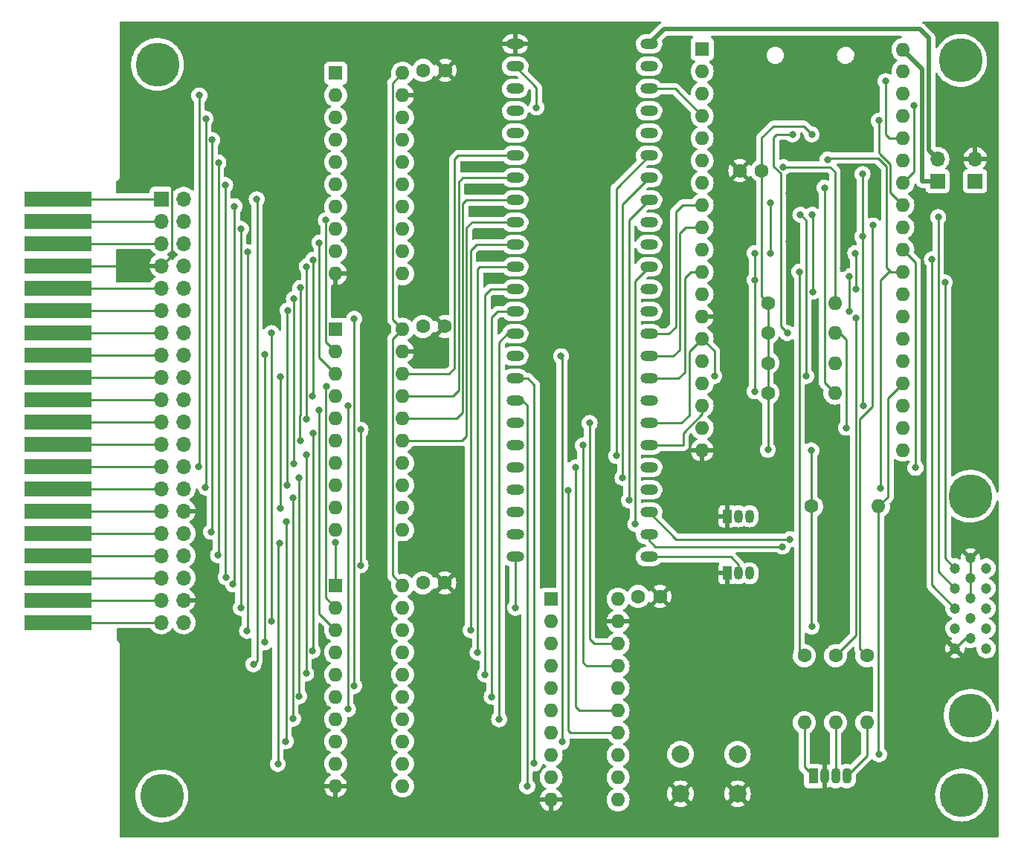
<source format=gbr>
%TF.GenerationSoftware,KiCad,Pcbnew,(6.0.0-0)*%
%TF.CreationDate,2022-01-11T18:58:15-08:00*%
%TF.ProjectId,TRS-IO-M1,5452532d-494f-42d4-9d31-2e6b69636164,rev?*%
%TF.SameCoordinates,Original*%
%TF.FileFunction,Copper,L2,Bot*%
%TF.FilePolarity,Positive*%
%FSLAX46Y46*%
G04 Gerber Fmt 4.6, Leading zero omitted, Abs format (unit mm)*
G04 Created by KiCad (PCBNEW (6.0.0-0)) date 2022-01-11 18:58:15*
%MOMM*%
%LPD*%
G01*
G04 APERTURE LIST*
%TA.AperFunction,ComponentPad*%
%ADD10R,1.700000X1.700000*%
%TD*%
%TA.AperFunction,ComponentPad*%
%ADD11O,1.700000X1.700000*%
%TD*%
%TA.AperFunction,ConnectorPad*%
%ADD12R,7.620000X1.778000*%
%TD*%
%TA.AperFunction,ComponentPad*%
%ADD13R,1.600000X1.600000*%
%TD*%
%TA.AperFunction,ComponentPad*%
%ADD14O,1.600000X1.600000*%
%TD*%
%TA.AperFunction,ComponentPad*%
%ADD15C,1.600000*%
%TD*%
%TA.AperFunction,ComponentPad*%
%ADD16O,2.000000X1.200000*%
%TD*%
%TA.AperFunction,ComponentPad*%
%ADD17R,1.050000X1.500000*%
%TD*%
%TA.AperFunction,ComponentPad*%
%ADD18O,1.050000X1.500000*%
%TD*%
%TA.AperFunction,ComponentPad*%
%ADD19R,1.070000X1.800000*%
%TD*%
%TA.AperFunction,ComponentPad*%
%ADD20O,1.070000X1.800000*%
%TD*%
%TA.AperFunction,ComponentPad*%
%ADD21C,2.000000*%
%TD*%
%TA.AperFunction,ComponentPad*%
%ADD22C,0.800000*%
%TD*%
%TA.AperFunction,ComponentPad*%
%ADD23C,5.000000*%
%TD*%
%TA.AperFunction,ComponentPad*%
%ADD24C,5.001260*%
%TD*%
%TA.AperFunction,ComponentPad*%
%ADD25C,1.198880*%
%TD*%
%TA.AperFunction,ViaPad*%
%ADD26C,0.800000*%
%TD*%
%TA.AperFunction,Conductor*%
%ADD27C,0.500380*%
%TD*%
%TA.AperFunction,Conductor*%
%ADD28C,0.250000*%
%TD*%
G04 APERTURE END LIST*
D10*
%TO.P,J1,1,Pin_1*%
%TO.N,SYSRES_N*%
X118839000Y-68759200D03*
D11*
%TO.P,J1,2,Pin_2*%
%TO.N,RAS_N*%
X121379000Y-68759200D03*
%TO.P,J1,3,Pin_3*%
%TO.N,A10*%
X118839000Y-71299200D03*
%TO.P,J1,4,Pin_4*%
%TO.N,CAS_N*%
X121379000Y-71299200D03*
%TO.P,J1,5,Pin_5*%
%TO.N,A13*%
X118839000Y-73839200D03*
%TO.P,J1,6,Pin_6*%
%TO.N,A12*%
X121379000Y-73839200D03*
%TO.P,J1,7,Pin_7*%
%TO.N,GND*%
X118839000Y-76379200D03*
%TO.P,J1,8,Pin_8*%
%TO.N,A15*%
X121379000Y-76379200D03*
%TO.P,J1,9,Pin_9*%
%TO.N,A14*%
X118839000Y-78919200D03*
%TO.P,J1,10,Pin_10*%
%TO.N,A11*%
X121379000Y-78919200D03*
%TO.P,J1,11,Pin_11*%
%TO.N,OUT_N*%
X118839000Y-81459200D03*
%TO.P,J1,12,Pin_12*%
%TO.N,A8*%
X121379000Y-81459200D03*
%TO.P,J1,13,Pin_13*%
%TO.N,INTACK_N*%
X118839000Y-83999200D03*
%TO.P,J1,14,Pin_14*%
%TO.N,WR_N*%
X121379000Y-83999200D03*
%TO.P,J1,15,Pin_15*%
%TO.N,MUX*%
X118839000Y-86539200D03*
%TO.P,J1,16,Pin_16*%
%TO.N,RD_N*%
X121379000Y-86539200D03*
%TO.P,J1,17,Pin_17*%
%TO.N,D4*%
X118839000Y-89079200D03*
%TO.P,J1,18,Pin_18*%
%TO.N,A9*%
X121379000Y-89079200D03*
%TO.P,J1,19,Pin_19*%
%TO.N,D7*%
X118839000Y-91619200D03*
%TO.P,J1,20,Pin_20*%
%TO.N,IN_N*%
X121379000Y-91619200D03*
%TO.P,J1,21,Pin_21*%
%TO.N,D1*%
X118839000Y-94159200D03*
%TO.P,J1,22,Pin_22*%
%TO.N,INT_N*%
X121379000Y-94159200D03*
%TO.P,J1,23,Pin_23*%
%TO.N,D6*%
X118839000Y-96699200D03*
%TO.P,J1,24,Pin_24*%
%TO.N,TEST_N*%
X121379000Y-96699200D03*
%TO.P,J1,25,Pin_25*%
%TO.N,D3*%
X118839000Y-99239200D03*
%TO.P,J1,26,Pin_26*%
%TO.N,A0*%
X121379000Y-99239200D03*
%TO.P,J1,27,Pin_27*%
%TO.N,D5*%
X118839000Y-101779200D03*
%TO.P,J1,28,Pin_28*%
%TO.N,A1*%
X121379000Y-101779200D03*
%TO.P,J1,29,Pin_29*%
%TO.N,D0*%
X118839000Y-104319200D03*
%TO.P,J1,30,Pin_30*%
%TO.N,GND*%
X121379000Y-104319200D03*
%TO.P,J1,31,Pin_31*%
%TO.N,D2*%
X118839000Y-106859200D03*
%TO.P,J1,32,Pin_32*%
%TO.N,A4*%
X121379000Y-106859200D03*
%TO.P,J1,33,Pin_33*%
%TO.N,A3*%
X118839000Y-109399200D03*
%TO.P,J1,34,Pin_34*%
%TO.N,WAIT_N*%
X121379000Y-109399200D03*
%TO.P,J1,35,Pin_35*%
%TO.N,A7*%
X118839000Y-111939200D03*
%TO.P,J1,36,Pin_36*%
%TO.N,A5*%
X121379000Y-111939200D03*
%TO.P,J1,37,Pin_37*%
%TO.N,A6*%
X118839000Y-114479200D03*
%TO.P,J1,38,Pin_38*%
%TO.N,GND*%
X121379000Y-114479200D03*
%TO.P,J1,39,Pin_39*%
%TO.N,A2*%
X118839000Y-117019200D03*
%TO.P,J1,40,Pin_40*%
%TO.N,5V*%
X121379000Y-117019200D03*
%TD*%
D12*
%TO.P,J2,1,Pin_1*%
%TO.N,SYSRES_N*%
X107061000Y-68783200D03*
%TO.P,J2,3,Pin_3*%
%TO.N,A10*%
X107061000Y-71323200D03*
%TO.P,J2,5,Pin_5*%
%TO.N,A13*%
X107061000Y-73863200D03*
%TO.P,J2,7,Pin_7*%
%TO.N,GND*%
X107061000Y-76403200D03*
%TO.P,J2,9,Pin_9*%
%TO.N,A14*%
X107061000Y-78943200D03*
%TO.P,J2,11,Pin_11*%
%TO.N,OUT_N*%
X107061000Y-81483200D03*
%TO.P,J2,13,Pin_13*%
%TO.N,INTACK_N*%
X107061000Y-84023200D03*
%TO.P,J2,15,Pin_15*%
%TO.N,MUX*%
X107061000Y-86563200D03*
%TO.P,J2,17,Pin_17*%
%TO.N,D4*%
X107061000Y-89103200D03*
%TO.P,J2,19,Pin_19*%
%TO.N,D7*%
X107061000Y-91643200D03*
%TO.P,J2,21,Pin_21*%
%TO.N,D1*%
X107061000Y-94183200D03*
%TO.P,J2,23,Pin_23*%
%TO.N,D6*%
X107061000Y-96723200D03*
%TO.P,J2,25,Pin_25*%
%TO.N,D3*%
X107061000Y-99263200D03*
%TO.P,J2,27,Pin_27*%
%TO.N,D5*%
X107061000Y-101803200D03*
%TO.P,J2,29,Pin_29*%
%TO.N,D0*%
X107061000Y-104343200D03*
%TO.P,J2,31,Pin_31*%
%TO.N,D2*%
X107061000Y-106883200D03*
%TO.P,J2,33,Pin_33*%
%TO.N,A3*%
X107061000Y-109423200D03*
%TO.P,J2,35,Pin_35*%
%TO.N,A7*%
X107061000Y-111963200D03*
%TO.P,J2,37,Pin_37*%
%TO.N,A6*%
X107061000Y-114503200D03*
%TO.P,J2,39,Pin_39*%
%TO.N,A2*%
X107061000Y-117043200D03*
%TD*%
D13*
%TO.P,U3,1,A->B*%
%TO.N,+3V3*%
X138684000Y-54432200D03*
D14*
%TO.P,U3,2,A0*%
%TO.N,A0*%
X138684000Y-56972200D03*
%TO.P,U3,3,A1*%
%TO.N,A1*%
X138684000Y-59512200D03*
%TO.P,U3,4,A2*%
%TO.N,A4*%
X138684000Y-62052200D03*
%TO.P,U3,5,A3*%
%TO.N,A3*%
X138684000Y-64592200D03*
%TO.P,U3,6,A4*%
%TO.N,A5*%
X138684000Y-67132200D03*
%TO.P,U3,7,A5*%
%TO.N,A7*%
X138684000Y-69672200D03*
%TO.P,U3,8,A6*%
%TO.N,A6*%
X138684000Y-72212200D03*
%TO.P,U3,9,A7*%
%TO.N,A2*%
X138684000Y-74752200D03*
%TO.P,U3,10,GND*%
%TO.N,GND*%
X138684000Y-77292200D03*
%TO.P,U3,11,B7*%
%TO.N,AA2*%
X146304000Y-77292200D03*
%TO.P,U3,12,B6*%
%TO.N,AA6*%
X146304000Y-74752200D03*
%TO.P,U3,13,B5*%
%TO.N,AA7*%
X146304000Y-72212200D03*
%TO.P,U3,14,B4*%
%TO.N,AA5*%
X146304000Y-69672200D03*
%TO.P,U3,15,B3*%
%TO.N,AA3*%
X146304000Y-67132200D03*
%TO.P,U3,16,B2*%
%TO.N,AA4*%
X146304000Y-64592200D03*
%TO.P,U3,17,B1*%
%TO.N,AA1*%
X146304000Y-62052200D03*
%TO.P,U3,18,B0*%
%TO.N,AA0*%
X146304000Y-59512200D03*
%TO.P,U3,19,CE*%
%TO.N,GND*%
X146304000Y-56972200D03*
%TO.P,U3,20,VCC*%
%TO.N,+3V3*%
X146304000Y-54432200D03*
%TD*%
D13*
%TO.P,U6,1,A->B*%
%TO.N,+3V3*%
X163220400Y-114376200D03*
D14*
%TO.P,U6,2,A0*%
%TO.N,WR_N*%
X163220400Y-116916200D03*
%TO.P,U6,3,A1*%
%TO.N,RD_N*%
X163220400Y-119456200D03*
%TO.P,U6,4,A2*%
%TO.N,RAS_N*%
X163220400Y-121996200D03*
%TO.P,U6,5,A3*%
%TO.N,OUT_N*%
X163220400Y-124536200D03*
%TO.P,U6,6,A4*%
%TO.N,IN_N*%
X163220400Y-127076200D03*
%TO.P,U6,7,A5*%
%TO.N,unconnected-(U6-Pad7)*%
X163220400Y-129616200D03*
%TO.P,U6,8,A6*%
%TO.N,unconnected-(U6-Pad8)*%
X163220400Y-132156200D03*
%TO.P,U6,9,A7*%
%TO.N,unconnected-(U6-Pad9)*%
X163220400Y-134696200D03*
%TO.P,U6,10,GND*%
%TO.N,GND*%
X163220400Y-137236200D03*
%TO.P,U6,11,B7*%
%TO.N,unconnected-(U6-Pad11)*%
X170840400Y-137236200D03*
%TO.P,U6,12,B6*%
%TO.N,unconnected-(U6-Pad12)*%
X170840400Y-134696200D03*
%TO.P,U6,13,B5*%
%TO.N,unconnected-(U6-Pad13)*%
X170840400Y-132156200D03*
%TO.P,U6,14,B4*%
%TO.N,Z80_IN_N*%
X170840400Y-129616200D03*
%TO.P,U6,15,B3*%
%TO.N,Z80_OUT_N*%
X170840400Y-127076200D03*
%TO.P,U6,16,B2*%
%TO.N,Z80_RAS_N*%
X170840400Y-124536200D03*
%TO.P,U6,17,B1*%
%TO.N,Z80_RD_N*%
X170840400Y-121996200D03*
%TO.P,U6,18,B0*%
%TO.N,Z80_WR_N*%
X170840400Y-119456200D03*
%TO.P,U6,19,CE*%
%TO.N,GND*%
X170840400Y-116916200D03*
%TO.P,U6,20,VCC*%
%TO.N,+3V3*%
X170840400Y-114376200D03*
%TD*%
D13*
%TO.P,U5,1,A->B*%
%TO.N,READ_N*%
X138684000Y-112801400D03*
D14*
%TO.P,U5,2,A0*%
%TO.N,D4*%
X138684000Y-115341400D03*
%TO.P,U5,3,A1*%
%TO.N,D7*%
X138684000Y-117881400D03*
%TO.P,U5,4,A2*%
%TO.N,D1*%
X138684000Y-120421400D03*
%TO.P,U5,5,A3*%
%TO.N,D6*%
X138684000Y-122961400D03*
%TO.P,U5,6,A4*%
%TO.N,D3*%
X138684000Y-125501400D03*
%TO.P,U5,7,A5*%
%TO.N,D5*%
X138684000Y-128041400D03*
%TO.P,U5,8,A6*%
%TO.N,D0*%
X138684000Y-130581400D03*
%TO.P,U5,9,A7*%
%TO.N,D2*%
X138684000Y-133121400D03*
%TO.P,U5,10,GND*%
%TO.N,GND*%
X138684000Y-135661400D03*
%TO.P,U5,11,B7*%
%TO.N,DD2*%
X146304000Y-135661400D03*
%TO.P,U5,12,B6*%
%TO.N,DD0*%
X146304000Y-133121400D03*
%TO.P,U5,13,B5*%
%TO.N,DD5*%
X146304000Y-130581400D03*
%TO.P,U5,14,B4*%
%TO.N,DD3*%
X146304000Y-128041400D03*
%TO.P,U5,15,B3*%
%TO.N,DD6*%
X146304000Y-125501400D03*
%TO.P,U5,16,B2*%
%TO.N,DD1*%
X146304000Y-122961400D03*
%TO.P,U5,17,B1*%
%TO.N,DD7*%
X146304000Y-120421400D03*
%TO.P,U5,18,B0*%
%TO.N,DD4*%
X146304000Y-117881400D03*
%TO.P,U5,19,CE*%
%TO.N,DBUS_SEL_N*%
X146304000Y-115341400D03*
%TO.P,U5,20,VCC*%
%TO.N,+3V3*%
X146304000Y-112801400D03*
%TD*%
D15*
%TO.P,R8,1*%
%TO.N,+3V3*%
X187900000Y-80613000D03*
D14*
%TO.P,R8,2*%
%TO.N,Net-(J3-Pad1)*%
X195520000Y-80613000D03*
%TD*%
D15*
%TO.P,R7,1*%
%TO.N,+3V3*%
X187900000Y-84042000D03*
D14*
%TO.P,R7,2*%
%TO.N,CS_SD_CARD*%
X195520000Y-84042000D03*
%TD*%
D15*
%TO.P,R6,1*%
%TO.N,+3V3*%
X187900000Y-87471000D03*
D14*
%TO.P,R6,2*%
%TO.N,MOSI*%
X195520000Y-87471000D03*
%TD*%
D16*
%TO.P,U2,1,pio1*%
%TO.N,INT*%
X174371000Y-109550200D03*
%TO.P,U2,2,pio2*%
%TO.N,VGA_VSYNC*%
X174371000Y-107010200D03*
%TO.P,U2,3,pio3*%
%TO.N,VGA_HSYNC*%
X174371000Y-104470200D03*
%TO.P,U2,4,pio4*%
%TO.N,SCK*%
X174371000Y-101930200D03*
%TO.P,U2,5,pio5*%
%TO.N,CS_FPGA*%
X174371000Y-99390200D03*
%TO.P,U2,6,pio6*%
%TO.N,MISO*%
X174371000Y-96850200D03*
%TO.P,U2,7,pio7*%
%TO.N,MOSI*%
X174371000Y-94310200D03*
%TO.P,U2,8,pio8*%
%TO.N,VGA_RGB*%
X174371000Y-91770200D03*
%TO.P,U2,9,pio9*%
%TO.N,ESP_S2*%
X174371000Y-89230200D03*
%TO.P,U2,10,pio10*%
%TO.N,ESP_S1*%
X174371000Y-86690200D03*
%TO.P,U2,11,pio11*%
%TO.N,ESP_S0*%
X174371000Y-84150200D03*
%TO.P,U2,12,pio12*%
%TO.N,REQ*%
X174371000Y-81610200D03*
%TO.P,U2,13,pio13*%
%TO.N,DONE*%
X174371000Y-79070200D03*
%TO.P,U2,14,pio14*%
%TO.N,AA9*%
X174371000Y-76530200D03*
%TO.P,U2,15,xa15*%
%TO.N,unconnected-(U2-Pad15)*%
X174371000Y-73990200D03*
%TO.P,U2,16,xa16*%
%TO.N,unconnected-(U2-Pad16)*%
X174371000Y-71450200D03*
%TO.P,U2,17,pio17*%
%TO.N,AA8*%
X174371000Y-68910200D03*
%TO.P,U2,18,pio18*%
%TO.N,AA14*%
X174371000Y-66370200D03*
%TO.P,U2,19,pio19*%
%TO.N,AA11*%
X174371000Y-63830200D03*
%TO.P,U2,20,pio20*%
%TO.N,AA2*%
X174371000Y-61290200D03*
%TO.P,U2,21,pio21*%
%TO.N,AA7*%
X174371000Y-58750200D03*
%TO.P,U2,22,pio22*%
%TO.N,AA3*%
X174371000Y-56210200D03*
%TO.P,U2,23,pio23*%
%TO.N,AA1*%
X174371000Y-53670200D03*
%TO.P,U2,24,VU*%
%TO.N,VU*%
X174371000Y-51130200D03*
%TO.P,U2,25,GND*%
%TO.N,GND*%
X159131000Y-51130200D03*
%TO.P,U2,26,pio26*%
%TO.N,AA0*%
X159131000Y-53670200D03*
%TO.P,U2,27,pio27*%
%TO.N,AA4*%
X159131000Y-56210200D03*
%TO.P,U2,28,pio28*%
%TO.N,AA5*%
X159131000Y-58750200D03*
%TO.P,U2,29,pio29*%
%TO.N,AA6*%
X159131000Y-61290200D03*
%TO.P,U2,30,pio30*%
%TO.N,AA10*%
X159131000Y-63830200D03*
%TO.P,U2,31,pio31*%
%TO.N,AA12*%
X159131000Y-66370200D03*
%TO.P,U2,32,pio32*%
%TO.N,AA13*%
X159131000Y-68910200D03*
%TO.P,U2,33,pio33*%
%TO.N,AA15*%
X159131000Y-71450200D03*
%TO.P,U2,34,pio34*%
%TO.N,DD4*%
X159131000Y-73990200D03*
%TO.P,U2,35,pio35*%
%TO.N,DD7*%
X159131000Y-76530200D03*
%TO.P,U2,36,pio36*%
%TO.N,DD1*%
X159131000Y-79070200D03*
%TO.P,U2,37,pio37*%
%TO.N,DD6*%
X159131000Y-81610200D03*
%TO.P,U2,38,pio38*%
%TO.N,DD3*%
X159131000Y-84150200D03*
%TO.P,U2,39,pio39*%
%TO.N,DD5*%
X159131000Y-86690200D03*
%TO.P,U2,40,pio40*%
%TO.N,DD0*%
X159131000Y-89230200D03*
%TO.P,U2,41,pio41*%
%TO.N,DD2*%
X159131000Y-91770200D03*
%TO.P,U2,42,pio42*%
%TO.N,Z80_WR_N*%
X159131000Y-94310200D03*
%TO.P,U2,43,pio43*%
%TO.N,Z80_RD_N*%
X159131000Y-96850200D03*
%TO.P,U2,44,pio44*%
%TO.N,Z80_OUT_N*%
X159131000Y-99390200D03*
%TO.P,U2,45,pio45*%
%TO.N,Z80_IN_N*%
X159131000Y-101930200D03*
%TO.P,U2,46,pio46*%
%TO.N,WAIT*%
X159131000Y-104470200D03*
%TO.P,U2,47,pio47*%
%TO.N,READ_N*%
X159131000Y-107010200D03*
%TO.P,U2,48,pio48*%
%TO.N,DBUS_SEL_N*%
X159131000Y-109550200D03*
%TD*%
D17*
%TO.P,Q2,1,S*%
%TO.N,GND*%
X183286400Y-111429800D03*
D18*
%TO.P,Q2,2,G*%
%TO.N,INT*%
X184556400Y-111429800D03*
%TO.P,Q2,3,D*%
%TO.N,INT_N*%
X185826400Y-111429800D03*
%TD*%
D17*
%TO.P,Q1,1,S*%
%TO.N,GND*%
X183286400Y-104927400D03*
D18*
%TO.P,Q1,2,G*%
%TO.N,WAIT*%
X184556400Y-104927400D03*
%TO.P,Q1,3,D*%
%TO.N,WAIT_N*%
X185826400Y-104927400D03*
%TD*%
D15*
%TO.P,C2,1*%
%TO.N,+3V3*%
X148615400Y-83312000D03*
%TO.P,C2,2*%
%TO.N,GND*%
X151115400Y-83312000D03*
%TD*%
%TO.P,C1,1*%
%TO.N,+3V3*%
X148666200Y-54127400D03*
%TO.P,C1,2*%
%TO.N,GND*%
X151166200Y-54127400D03*
%TD*%
D10*
%TO.P,J5,1,Pin_1*%
%TO.N,FULL_ADDR*%
X211500000Y-66750000D03*
D11*
%TO.P,J5,2,Pin_2*%
%TO.N,GND*%
X211500000Y-64210000D03*
%TD*%
D10*
%TO.P,J4,1,Pin_1*%
%TO.N,+5V*%
X207206400Y-66750000D03*
D11*
%TO.P,J4,2,Pin_2*%
%TO.N,VU*%
X207206400Y-64210000D03*
%TD*%
D15*
%TO.P,C5,1*%
%TO.N,+3V3*%
X187200000Y-65550000D03*
%TO.P,C5,2*%
%TO.N,GND*%
X184700000Y-65550000D03*
%TD*%
%TO.P,C4,1*%
%TO.N,+3V3*%
X173126400Y-114071400D03*
%TO.P,C4,2*%
%TO.N,GND*%
X175626400Y-114071400D03*
%TD*%
%TO.P,C3,1*%
%TO.N,+3V3*%
X148615400Y-112522000D03*
%TO.P,C3,2*%
%TO.N,GND*%
X151115400Y-112522000D03*
%TD*%
%TO.P,R5,1*%
%TO.N,+3V3*%
X187900000Y-90900000D03*
D14*
%TO.P,R5,2*%
%TO.N,Net-(J3-Pad8)*%
X195520000Y-90900000D03*
%TD*%
D19*
%TO.P,D1,1,RA*%
%TO.N,Net-(D1-Pad1)*%
X193065400Y-134543800D03*
D20*
%TO.P,D1,2,K*%
%TO.N,GND*%
X194335400Y-134543800D03*
%TO.P,D1,3,BA*%
%TO.N,Net-(D1-Pad3)*%
X195605400Y-134543800D03*
%TO.P,D1,4,GA*%
%TO.N,Net-(D1-Pad4)*%
X196875400Y-134543800D03*
%TD*%
D13*
%TO.P,U4,1,A->B*%
%TO.N,+3V3*%
X138684000Y-83616800D03*
D14*
%TO.P,U4,2,A0*%
%TO.N,A10*%
X138684000Y-86156800D03*
%TO.P,U4,3,A1*%
%TO.N,A12*%
X138684000Y-88696800D03*
%TO.P,U4,4,A2*%
%TO.N,A13*%
X138684000Y-91236800D03*
%TO.P,U4,5,A3*%
%TO.N,A15*%
X138684000Y-93776800D03*
%TO.P,U4,6,A4*%
%TO.N,A11*%
X138684000Y-96316800D03*
%TO.P,U4,7,A5*%
%TO.N,A14*%
X138684000Y-98856800D03*
%TO.P,U4,8,A6*%
%TO.N,A8*%
X138684000Y-101396800D03*
%TO.P,U4,9,A7*%
%TO.N,A9*%
X138684000Y-103936800D03*
%TO.P,U4,10,GND*%
%TO.N,GND*%
X138684000Y-106476800D03*
%TO.P,U4,11,B7*%
%TO.N,AA9*%
X146304000Y-106476800D03*
%TO.P,U4,12,B6*%
%TO.N,AA8*%
X146304000Y-103936800D03*
%TO.P,U4,13,B5*%
%TO.N,AA14*%
X146304000Y-101396800D03*
%TO.P,U4,14,B4*%
%TO.N,AA11*%
X146304000Y-98856800D03*
%TO.P,U4,15,B3*%
%TO.N,AA15*%
X146304000Y-96316800D03*
%TO.P,U4,16,B2*%
%TO.N,AA13*%
X146304000Y-93776800D03*
%TO.P,U4,17,B1*%
%TO.N,AA12*%
X146304000Y-91236800D03*
%TO.P,U4,18,B0*%
%TO.N,AA10*%
X146304000Y-88696800D03*
%TO.P,U4,19,CE*%
%TO.N,GND*%
X146304000Y-86156800D03*
%TO.P,U4,20,VCC*%
%TO.N,+3V3*%
X146304000Y-83616800D03*
%TD*%
D15*
%TO.P,R3,1*%
%TO.N,LED_BLUE*%
X195605400Y-120827800D03*
D14*
%TO.P,R3,2*%
%TO.N,Net-(D1-Pad3)*%
X195605400Y-128447800D03*
%TD*%
D15*
%TO.P,R2,1*%
%TO.N,LED_GREEN*%
X199161400Y-120827800D03*
D14*
%TO.P,R2,2*%
%TO.N,Net-(D1-Pad4)*%
X199161400Y-128447800D03*
%TD*%
D13*
%TO.P,U1,1,GPIO6*%
%TO.N,unconnected-(U1-Pad1)*%
X180416200Y-51689000D03*
D14*
%TO.P,U1,2,GPIO7*%
%TO.N,unconnected-(U1-Pad2)*%
X180416200Y-54229000D03*
%TO.P,U1,3,GPIO8*%
%TO.N,unconnected-(U1-Pad3)*%
X180416200Y-56769000D03*
%TO.P,U1,4,GPIO15*%
%TO.N,AA3*%
X180416200Y-59309000D03*
%TO.P,U1,5,GPIO2*%
%TO.N,unconnected-(U1-Pad5)*%
X180416200Y-61849000D03*
%TO.P,U1,6,GPIO0*%
%TO.N,unconnected-(U1-Pad6)*%
X180416200Y-64389000D03*
%TO.P,U1,7,GPIO4*%
%TO.N,LED_GREEN*%
X180416200Y-66929000D03*
%TO.P,U1,8,GPIO16*%
%TO.N,ESP_S0*%
X180416200Y-69469000D03*
%TO.P,U1,9,GPIO17*%
%TO.N,ESP_S1*%
X180416200Y-72009000D03*
%TO.P,U1,10,GPIO5*%
%TO.N,LED_RED*%
X180416200Y-74549000D03*
%TO.P,U1,11,GPIO18*%
%TO.N,ESP_S2*%
X180416200Y-77089000D03*
%TO.P,U1,12,GPIO19*%
%TO.N,CS_MCP43x1*%
X180416200Y-79629000D03*
%TO.P,U1,13,GND*%
%TO.N,GND*%
X180416200Y-82169000D03*
%TO.P,U1,14,GPIO21*%
%TO.N,MOSI*%
X180416200Y-84709000D03*
%TO.P,U1,15,GPIO3*%
%TO.N,unconnected-(U1-Pad15)*%
X180416200Y-87249000D03*
%TO.P,U1,16,GPIO1*%
%TO.N,unconnected-(U1-Pad16)*%
X180416200Y-89789000D03*
%TO.P,U1,17,GPIO22*%
%TO.N,MISO*%
X180416200Y-92329000D03*
%TO.P,U1,18,GPIO23*%
%TO.N,CS_SD_CARD*%
X180416200Y-94869000D03*
%TO.P,U1,19,GND*%
%TO.N,GND*%
X180416200Y-97409000D03*
%TO.P,U1,20,3V3*%
%TO.N,+3V3*%
X203276200Y-97409000D03*
%TO.P,U1,21,RESET*%
%TO.N,unconnected-(U1-Pad21)*%
X203276200Y-94869000D03*
%TO.P,U1,22,GPIO36*%
%TO.N,unconnected-(U1-Pad22)*%
X203276200Y-92329000D03*
%TO.P,U1,23,GPIO39*%
%TO.N,BUTTON*%
X203276200Y-89789000D03*
%TO.P,U1,24,GPIO34*%
%TO.N,REQ*%
X203276200Y-87249000D03*
%TO.P,U1,25,GPIO35*%
%TO.N,unconnected-(U1-Pad25)*%
X203276200Y-84709000D03*
%TO.P,U1,26,GPIO32*%
%TO.N,LED_BLUE*%
X203276200Y-82169000D03*
%TO.P,U1,27,GPIO33*%
%TO.N,FULL_ADDR*%
X203276200Y-79629000D03*
%TO.P,U1,28,GPIO25*%
%TO.N,SCK*%
X203276200Y-77089000D03*
%TO.P,U1,29,GPIO26*%
%TO.N,CS_FPGA*%
X203276200Y-74549000D03*
%TO.P,U1,30,GPIO27*%
%TO.N,DONE*%
X203276200Y-72009000D03*
%TO.P,U1,31,GPIO14*%
%TO.N,AA2*%
X203276200Y-69469000D03*
%TO.P,U1,32,GPIO12*%
%TO.N,AA0*%
X203276200Y-66929000D03*
%TO.P,U1,33,GND*%
%TO.N,GND*%
X203276200Y-64389000D03*
%TO.P,U1,34,GPIO13*%
%TO.N,AA1*%
X203276200Y-61849000D03*
%TO.P,U1,35,GPIO9*%
%TO.N,unconnected-(U1-Pad35)*%
X203276200Y-59309000D03*
%TO.P,U1,36,GPIO10*%
%TO.N,unconnected-(U1-Pad36)*%
X203276200Y-56769000D03*
%TO.P,U1,37,GPIO11*%
%TO.N,unconnected-(U1-Pad37)*%
X203276200Y-54229000D03*
%TO.P,U1,38,5V*%
%TO.N,+5V*%
X203276200Y-51752500D03*
%TD*%
D15*
%TO.P,R4,1*%
%TO.N,+3V3*%
X192874900Y-103809800D03*
D14*
%TO.P,R4,2*%
%TO.N,BUTTON*%
X200494900Y-103809800D03*
%TD*%
D21*
%TO.P,SW1,1,1*%
%TO.N,GND*%
X177950000Y-136550000D03*
X184450000Y-136550000D03*
%TO.P,SW1,2,2*%
%TO.N,BUTTON*%
X184450000Y-132050000D03*
X177950000Y-132050000D03*
%TD*%
D15*
%TO.P,R1,1*%
%TO.N,LED_RED*%
X192049400Y-120827800D03*
D14*
%TO.P,R1,2*%
%TO.N,Net-(D1-Pad1)*%
X192049400Y-128447800D03*
%TD*%
D22*
%TO.P,H1,1*%
%TO.N,N/C*%
X118400000Y-51575000D03*
X117074175Y-52124175D03*
D23*
X118400000Y-53450000D03*
D22*
X118400000Y-55325000D03*
X119725825Y-52124175D03*
X117074175Y-54775825D03*
X116525000Y-53450000D03*
X119725825Y-54775825D03*
X120275000Y-53450000D03*
%TD*%
%TO.P,H2,1*%
%TO.N,N/C*%
X207975000Y-53000000D03*
X209850000Y-54875000D03*
X209850000Y-51125000D03*
X211725000Y-53000000D03*
X208524175Y-54325825D03*
X211175825Y-51674175D03*
X208524175Y-51674175D03*
X211175825Y-54325825D03*
D23*
X209850000Y-53000000D03*
%TD*%
%TO.P,H3,1*%
%TO.N,N/C*%
X118900000Y-136800000D03*
D22*
X117574175Y-138125825D03*
X118900000Y-138675000D03*
X120775000Y-136800000D03*
X117025000Y-136800000D03*
X120225825Y-138125825D03*
X117574175Y-135474175D03*
X118900000Y-134925000D03*
X120225825Y-135474175D03*
%TD*%
%TO.P,H4,1*%
%TO.N,N/C*%
X211275825Y-138025825D03*
D23*
X209950000Y-136700000D03*
D22*
X211825000Y-136700000D03*
X208624175Y-135374175D03*
X208624175Y-138025825D03*
X208075000Y-136700000D03*
X211275825Y-135374175D03*
X209950000Y-138575000D03*
X209950000Y-134825000D03*
%TD*%
D24*
%TO.P,J6,*%
%TO.N,*%
X210928580Y-102655740D03*
X210928580Y-127644260D03*
D25*
%TO.P,J6,1*%
%TO.N,POT_VGA_RED*%
X209209600Y-110839620D03*
%TO.P,J6,2*%
%TO.N,POT_VGA_GREEN*%
X209209600Y-113130700D03*
%TO.P,J6,3*%
%TO.N,POT_VGA_BLUE*%
X209209600Y-115416700D03*
%TO.P,J6,4*%
%TO.N,unconnected-(J6-Pad4)*%
X209209600Y-117710320D03*
%TO.P,J6,5*%
%TO.N,GND*%
X209209600Y-119998860D03*
%TO.P,J6,6*%
X210974300Y-109694080D03*
%TO.P,J6,7*%
X210974300Y-111987700D03*
%TO.P,J6,8*%
X210974300Y-114286400D03*
%TO.P,J6,9*%
%TO.N,unconnected-(J6-Pad9)*%
X210974300Y-116585100D03*
%TO.P,J6,10*%
%TO.N,GND*%
X210974300Y-118858400D03*
%TO.P,J6,11*%
%TO.N,unconnected-(J6-Pad11)*%
X212765600Y-110839620D03*
%TO.P,J6,12*%
%TO.N,unconnected-(J6-Pad12)*%
X212765600Y-113130700D03*
%TO.P,J6,13*%
%TO.N,VGA_HSYNC*%
X212765600Y-115419240D03*
%TO.P,J6,14*%
%TO.N,VGA_VSYNC*%
X212765600Y-117710320D03*
%TO.P,J6,15*%
%TO.N,unconnected-(J6-Pad15)*%
X212765600Y-120001400D03*
%TD*%
D26*
%TO.N,GND*%
X188400000Y-110900000D03*
X186318811Y-53231189D03*
X196587100Y-66262900D03*
X143000000Y-106450000D03*
X188400000Y-105600000D03*
X194400000Y-66200000D03*
X200224500Y-66200000D03*
X186957801Y-60692199D03*
X190300000Y-73650000D03*
X196500000Y-76700000D03*
X190300000Y-68100000D03*
%TO.N,+3V3*%
X197200000Y-81550000D03*
X192900000Y-117500000D03*
X192900000Y-61416699D03*
X187900000Y-97350000D03*
X197150000Y-77575500D03*
X192859000Y-97409000D03*
%TO.N,RAS_N*%
X129692400Y-68808600D03*
X129336800Y-121793000D03*
%TO.N,A10*%
X137566400Y-71196200D03*
%TO.N,A12*%
X136833999Y-73761600D03*
%TO.N,A13*%
X136042400Y-91262200D03*
X136108999Y-75717400D03*
%TO.N,A15*%
X135331200Y-93827600D03*
X135383999Y-76481733D03*
%TO.N,A11*%
X134658999Y-78917800D03*
X134721600Y-96316800D03*
%TO.N,A14*%
X133933999Y-80162400D03*
X133908800Y-98907600D03*
%TO.N,A8*%
X133121400Y-101396800D03*
X133208999Y-81483200D03*
%TO.N,OUT_N*%
X140792200Y-82423000D03*
X140806000Y-124256800D03*
%TO.N,WR_N*%
X131380400Y-116890800D03*
X131394200Y-84048600D03*
%TO.N,RD_N*%
X130581400Y-119303800D03*
X130581400Y-86537800D03*
%TO.N,A9*%
X132410200Y-104013000D03*
X132396400Y-89077800D03*
%TO.N,D4*%
X137642600Y-90170000D03*
%TO.N,IN_N*%
X140081000Y-92379800D03*
X140081000Y-126923800D03*
%TO.N,D7*%
X136833999Y-92811600D03*
%TO.N,INT_N*%
X141531000Y-95072200D03*
X141531000Y-110515400D03*
%TO.N,D1*%
X136042400Y-120269000D03*
X136108999Y-95478600D03*
%TO.N,D6*%
X135331200Y-122834400D03*
X135383999Y-97967800D03*
%TO.N,A0*%
X123164600Y-56972200D03*
X123088400Y-99263200D03*
%TO.N,D3*%
X134543800Y-125425200D03*
X134543800Y-100558600D03*
%TO.N,A1*%
X123875800Y-101650800D03*
X123889600Y-59639200D03*
%TO.N,D5*%
X133832600Y-127990600D03*
X133818800Y-102870000D03*
%TO.N,D0*%
X132994400Y-130581400D03*
X133070600Y-105537000D03*
%TO.N,A4*%
X124510800Y-106705400D03*
X124614600Y-62052200D03*
%TO.N,D2*%
X132345600Y-108026200D03*
X132105400Y-133146800D03*
%TO.N,A3*%
X125339600Y-64617600D03*
X125298200Y-109372400D03*
%TO.N,A5*%
X126187200Y-111861600D03*
X126111000Y-67183000D03*
%TO.N,A7*%
X127000000Y-112699800D03*
X127177800Y-69621400D03*
%TO.N,A6*%
X127889000Y-115366800D03*
X127902800Y-72186800D03*
%TO.N,A2*%
X128600200Y-117983000D03*
X128627800Y-74853800D03*
%TO.N,POT_VGA_BLUE*%
X206575500Y-75650000D03*
%TO.N,POT_VGA_GREEN*%
X207300000Y-70850000D03*
%TO.N,POT_VGA_RED*%
X208050000Y-78300000D03*
%TO.N,SCK*%
X194705294Y-64272958D03*
X200750000Y-101750000D03*
%TO.N,MOSI*%
X181800000Y-88950000D03*
X192250000Y-88950000D03*
X191600000Y-70575500D03*
%TO.N,VGA_HSYNC*%
X190400000Y-107550000D03*
%TO.N,VGA_VSYNC*%
X189550000Y-108400000D03*
%TO.N,READ_N*%
X138650000Y-107900000D03*
%TO.N,MISO*%
X198678800Y-65938400D03*
X198780400Y-92329000D03*
X198678800Y-73074500D03*
%TO.N,DD3*%
X157300000Y-128050000D03*
%TO.N,DD4*%
X154050000Y-117900000D03*
%TO.N,DD5*%
X164450000Y-130650000D03*
X164350000Y-86700000D03*
%TO.N,DD6*%
X156450000Y-125500000D03*
%TO.N,DD7*%
X154850000Y-120450000D03*
%TO.N,DD2*%
X160500000Y-135700000D03*
%TO.N,DD0*%
X161300000Y-133100000D03*
%TO.N,DD1*%
X155700000Y-122950000D03*
%TO.N,AA14*%
X171351000Y-100550000D03*
%TO.N,AA2*%
X200550000Y-59850000D03*
%TO.N,AA1*%
X201300000Y-55350000D03*
%TO.N,AA11*%
X170626500Y-98050000D03*
%TO.N,AA0*%
X204500000Y-58100000D03*
X161550000Y-58350000D03*
%TO.N,AA9*%
X172800000Y-105800000D03*
%TO.N,AA8*%
X172075500Y-103100000D03*
%TO.N,DBUS_SEL_N*%
X159150000Y-115350000D03*
%TO.N,BUTTON*%
X200550000Y-132050000D03*
%TO.N,LED_GREEN*%
X199850000Y-71800000D03*
%TO.N,LED_BLUE*%
X197900000Y-82350000D03*
%TO.N,LED_RED*%
X191490600Y-77063600D03*
%TO.N,Net-(J3-Pad1)*%
X189650000Y-65150000D03*
%TO.N,CS_SD_CARD*%
X190100000Y-84050000D03*
X196800000Y-94850000D03*
X190700000Y-61416699D03*
%TO.N,Net-(J3-Pad8)*%
X194350000Y-67500000D03*
%TO.N,VGA_RGB*%
X197850000Y-74950000D03*
X188200000Y-69250000D03*
X186400000Y-74950000D03*
X186400000Y-78000000D03*
X186400000Y-90700000D03*
X197900000Y-79024500D03*
X188200000Y-74950000D03*
%TO.N,CS_FPGA*%
X204700000Y-99400000D03*
%TO.N,CS_MCP43x1*%
X192950000Y-70575500D03*
X193000000Y-79350000D03*
%TO.N,Z80_WR_N*%
X167600000Y-94300000D03*
%TO.N,Z80_RD_N*%
X166850000Y-96850000D03*
%TO.N,Z80_OUT_N*%
X166000000Y-99350000D03*
%TO.N,Z80_IN_N*%
X165174500Y-102000000D03*
%TD*%
D27*
%TO.N,+5V*%
X205500000Y-53976300D02*
X203276200Y-51752500D01*
X205500000Y-66750000D02*
X205500000Y-53976300D01*
X207206400Y-66750000D02*
X205500000Y-66750000D01*
D28*
%TO.N,GND*%
X210974300Y-109694080D02*
X210974300Y-111987700D01*
X118839000Y-76379200D02*
X120014001Y-75204199D01*
X210350060Y-118858400D02*
X209209600Y-119998860D01*
X120014001Y-66214001D02*
X120000000Y-66200000D01*
X210974300Y-118858400D02*
X210350060Y-118858400D01*
X210974300Y-111987700D02*
X210974300Y-114286400D01*
X120014001Y-75204199D02*
X120014001Y-66214001D01*
X118815000Y-76403200D02*
X118839000Y-76379200D01*
X107061000Y-76403200D02*
X118815000Y-76403200D01*
%TO.N,+3V3*%
X187900000Y-97350000D02*
X187900000Y-90900000D01*
X197150000Y-81500000D02*
X197150000Y-77575500D01*
X145179489Y-84741311D02*
X145179489Y-111676889D01*
X187200000Y-65550000D02*
X187200000Y-61800000D01*
X197200000Y-81550000D02*
X197150000Y-81500000D01*
X187200000Y-65550000D02*
X187200000Y-79913000D01*
X188500000Y-60500000D02*
X191983301Y-60500000D01*
X192874900Y-97424900D02*
X192859000Y-97409000D01*
X146304000Y-54432200D02*
X145179489Y-55556711D01*
X187900000Y-84042000D02*
X187900000Y-87471000D01*
X145179489Y-55556711D02*
X145179489Y-82492289D01*
X187200000Y-61800000D02*
X188500000Y-60500000D01*
X192874900Y-103809800D02*
X192874900Y-117474900D01*
X192874900Y-117474900D02*
X192900000Y-117500000D01*
X187900000Y-80613000D02*
X187900000Y-84042000D01*
X145179489Y-82492289D02*
X146304000Y-83616800D01*
X187900000Y-87471000D02*
X187900000Y-90900000D01*
X187200000Y-79913000D02*
X187900000Y-80613000D01*
X146304000Y-83616800D02*
X145179489Y-84741311D01*
X192874900Y-103809800D02*
X192874900Y-97424900D01*
X145179489Y-111676889D02*
X146304000Y-112801400D01*
X191983301Y-60500000D02*
X192900000Y-61416699D01*
%TO.N,RAS_N*%
X129736799Y-121393001D02*
X129736799Y-68852999D01*
X129736799Y-68852999D02*
X129692400Y-68808600D01*
X129336800Y-121793000D02*
X129736799Y-121393001D01*
%TO.N,SYSRES_N*%
X118815000Y-68783200D02*
X118839000Y-68759200D01*
X107061000Y-68783200D02*
X118815000Y-68783200D01*
%TO.N,A10*%
X138684000Y-86156800D02*
X137558999Y-85031799D01*
X137558999Y-85031799D02*
X137558999Y-71203601D01*
X107061000Y-71323200D02*
X118815000Y-71323200D01*
X137558999Y-71203601D02*
X137566400Y-71196200D01*
X118815000Y-71323200D02*
X118839000Y-71299200D01*
%TO.N,A12*%
X138684000Y-88696800D02*
X136833999Y-86846799D01*
X136833999Y-86846799D02*
X136833999Y-73761600D01*
%TO.N,A13*%
X136108999Y-91195601D02*
X136042400Y-91262200D01*
X107061000Y-73863200D02*
X118815000Y-73863200D01*
X136108999Y-75717400D02*
X136108999Y-91195601D01*
X118815000Y-73863200D02*
X118839000Y-73839200D01*
%TO.N,A15*%
X135317399Y-90914199D02*
X135317399Y-93813799D01*
X135317399Y-93813799D02*
X135331200Y-93827600D01*
X135383999Y-90847599D02*
X135317399Y-90914199D01*
X135383999Y-76481733D02*
X135383999Y-90847599D01*
%TO.N,A11*%
X134658999Y-78917800D02*
X134658999Y-93426799D01*
X134606199Y-93479599D02*
X134606199Y-96201399D01*
X134658999Y-93426799D02*
X134606199Y-93479599D01*
X134606199Y-96201399D02*
X134721600Y-96316800D01*
%TO.N,A14*%
X133933999Y-80162400D02*
X133933999Y-98882401D01*
X118815000Y-78943200D02*
X118839000Y-78919200D01*
X107061000Y-78943200D02*
X118815000Y-78943200D01*
X133933999Y-98882401D02*
X133908800Y-98907600D01*
%TO.N,A8*%
X133121400Y-81570799D02*
X133121400Y-101396800D01*
X133208999Y-81483200D02*
X133121400Y-81570799D01*
%TO.N,OUT_N*%
X140806000Y-82436800D02*
X140792200Y-82423000D01*
X118815000Y-81483200D02*
X118839000Y-81459200D01*
X140806000Y-124256800D02*
X140806000Y-82436800D01*
X107061000Y-81483200D02*
X118815000Y-81483200D01*
%TO.N,WR_N*%
X131380400Y-84062400D02*
X131394200Y-84048600D01*
X131380400Y-116890800D02*
X131380400Y-84062400D01*
%TO.N,INTACK_N*%
X107061000Y-84023200D02*
X118815000Y-84023200D01*
X118815000Y-84023200D02*
X118839000Y-83999200D01*
%TO.N,RD_N*%
X130581400Y-119303800D02*
X130581400Y-86537800D01*
%TO.N,MUX*%
X118815000Y-86563200D02*
X118839000Y-86539200D01*
X107061000Y-86563200D02*
X118815000Y-86563200D01*
%TO.N,A9*%
X132396400Y-103999200D02*
X132410200Y-104013000D01*
X132396400Y-89077800D02*
X132396400Y-103999200D01*
%TO.N,D4*%
X138684000Y-115341400D02*
X137558999Y-114216399D01*
X107061000Y-89103200D02*
X118815000Y-89103200D01*
X137558999Y-114216399D02*
X137558999Y-90253601D01*
X118815000Y-89103200D02*
X118839000Y-89079200D01*
X137558999Y-90253601D02*
X137642600Y-90170000D01*
%TO.N,IN_N*%
X140081000Y-126923800D02*
X140081000Y-92379800D01*
%TO.N,D7*%
X138684000Y-117881400D02*
X136833999Y-116031399D01*
X107061000Y-91643200D02*
X118815000Y-91643200D01*
X118815000Y-91643200D02*
X118839000Y-91619200D01*
X136833999Y-116031399D02*
X136833999Y-92811600D01*
%TO.N,INT_N*%
X141531000Y-110515400D02*
X141531000Y-95072200D01*
%TO.N,D1*%
X107061000Y-94183200D02*
X118815000Y-94183200D01*
X136108999Y-95478600D02*
X136108999Y-120202401D01*
X118815000Y-94183200D02*
X118839000Y-94159200D01*
X136108999Y-120202401D02*
X136042400Y-120269000D01*
%TO.N,D6*%
X107061000Y-96723200D02*
X118815000Y-96723200D01*
X135317399Y-122820599D02*
X135331200Y-122834400D01*
X118815000Y-96723200D02*
X118839000Y-96699200D01*
X135317399Y-98600085D02*
X135317399Y-122820599D01*
X135383999Y-98533485D02*
X135317399Y-98600085D01*
X135383999Y-97967800D02*
X135383999Y-98533485D01*
%TO.N,A0*%
X123164600Y-99187000D02*
X123088400Y-99263200D01*
X123164600Y-56972200D02*
X123164600Y-99187000D01*
%TO.N,D3*%
X134543800Y-100558600D02*
X134543800Y-125425200D01*
X118815000Y-99263200D02*
X118839000Y-99239200D01*
X107061000Y-99263200D02*
X118815000Y-99263200D01*
%TO.N,A1*%
X123889600Y-59639200D02*
X123889600Y-101637000D01*
X123889600Y-101637000D02*
X123875800Y-101650800D01*
%TO.N,D5*%
X133818800Y-127976800D02*
X133832600Y-127990600D01*
X133818800Y-102870000D02*
X133818800Y-127976800D01*
X107061000Y-101803200D02*
X118815000Y-101803200D01*
X118815000Y-101803200D02*
X118839000Y-101779200D01*
%TO.N,D0*%
X107061000Y-104343200D02*
X118815000Y-104343200D01*
X133070600Y-105537000D02*
X133070600Y-130505200D01*
X118815000Y-104343200D02*
X118839000Y-104319200D01*
X133070600Y-130505200D02*
X132994400Y-130581400D01*
%TO.N,A4*%
X124614600Y-62052200D02*
X124614600Y-106601600D01*
X124614600Y-106601600D02*
X124510800Y-106705400D01*
%TO.N,D2*%
X118815000Y-106883200D02*
X118839000Y-106859200D01*
X132345600Y-108026200D02*
X132105400Y-108266400D01*
X132105400Y-108266400D02*
X132105400Y-133146800D01*
X107061000Y-106883200D02*
X118815000Y-106883200D01*
%TO.N,A3*%
X107061000Y-109423200D02*
X111121000Y-109423200D01*
X125339600Y-64617600D02*
X125339600Y-109331000D01*
X111145000Y-109399200D02*
X118839000Y-109399200D01*
X125339600Y-109331000D02*
X125298200Y-109372400D01*
X111121000Y-109423200D02*
X111145000Y-109399200D01*
%TO.N,A5*%
X126111000Y-67183000D02*
X126111000Y-111785400D01*
X126111000Y-111785400D02*
X126187200Y-111861600D01*
%TO.N,A7*%
X127177800Y-69621400D02*
X127177800Y-112522000D01*
X127177800Y-112522000D02*
X127000000Y-112699800D01*
X118815000Y-111963200D02*
X118839000Y-111939200D01*
X107061000Y-111963200D02*
X118815000Y-111963200D01*
%TO.N,A6*%
X118815000Y-114503200D02*
X118839000Y-114479200D01*
X107061000Y-114503200D02*
X118815000Y-114503200D01*
X127902800Y-115353000D02*
X127889000Y-115366800D01*
X127902800Y-72186800D02*
X127902800Y-115353000D01*
%TO.N,A2*%
X128627800Y-74853800D02*
X128627800Y-117955400D01*
X107061000Y-117043200D02*
X118815000Y-117043200D01*
X118815000Y-117043200D02*
X118839000Y-117019200D01*
X128627800Y-117955400D02*
X128600200Y-117983000D01*
%TO.N,POT_VGA_BLUE*%
X206575500Y-112782600D02*
X209209600Y-115416700D01*
X206575500Y-75650000D02*
X206575500Y-112782600D01*
%TO.N,POT_VGA_GREEN*%
X207300000Y-111221100D02*
X207300000Y-70850000D01*
X209209600Y-113130700D02*
X207300000Y-111221100D01*
%TO.N,POT_VGA_RED*%
X208050000Y-78300000D02*
X208103439Y-78353439D01*
X208103439Y-109733459D02*
X209209600Y-110839620D01*
X208103439Y-78353439D02*
X208103439Y-109733459D01*
%TO.N,ESP_S0*%
X174371000Y-84150200D02*
X176599800Y-84150200D01*
X178181000Y-69469000D02*
X180416200Y-69469000D01*
X177400000Y-70250000D02*
X178181000Y-69469000D01*
X177400000Y-83350000D02*
X177400000Y-70250000D01*
X176599800Y-84150200D02*
X177400000Y-83350000D01*
%TO.N,ESP_S1*%
X174371000Y-86690200D02*
X177109800Y-86690200D01*
X177849520Y-85950480D02*
X177849520Y-72694402D01*
X177109800Y-86690200D02*
X177849520Y-85950480D01*
X177849520Y-72694402D02*
X178534922Y-72009000D01*
X178534922Y-72009000D02*
X180416200Y-72009000D01*
%TO.N,SCK*%
X194650000Y-64200000D02*
X194705294Y-64255294D01*
X201400000Y-65100000D02*
X200435489Y-64135489D01*
X201400000Y-76600000D02*
X201400000Y-65100000D01*
X203276200Y-77089000D02*
X201889000Y-77089000D01*
X201661000Y-77089000D02*
X203276200Y-77089000D01*
X200750000Y-78000000D02*
X201661000Y-77089000D01*
X194705294Y-64255294D02*
X194705294Y-64272958D01*
X194714511Y-64135489D02*
X194650000Y-64200000D01*
X201889000Y-77089000D02*
X201400000Y-76600000D01*
X200435489Y-64135489D02*
X194714511Y-64135489D01*
X200750000Y-101750000D02*
X200750000Y-78000000D01*
%TO.N,MOSI*%
X178950000Y-86175200D02*
X180416200Y-84709000D01*
X180416200Y-84709000D02*
X181800000Y-86092800D01*
X191600000Y-70575500D02*
X192215111Y-71190611D01*
X174371000Y-94310200D02*
X178039800Y-94310200D01*
X178950000Y-93400000D02*
X178950000Y-86175200D01*
X181800000Y-86092800D02*
X181800000Y-88950000D01*
X178039800Y-94310200D02*
X178950000Y-93400000D01*
X192215111Y-88915111D02*
X192250000Y-88950000D01*
X192215111Y-71190611D02*
X192215111Y-88915111D01*
%TO.N,VGA_HSYNC*%
X190400000Y-107550000D02*
X177450800Y-107550000D01*
X177450800Y-107550000D02*
X174371000Y-104470200D01*
%TO.N,VGA_VSYNC*%
X174371000Y-107671000D02*
X174371000Y-107010200D01*
X189550000Y-108400000D02*
X175100000Y-108400000D01*
X175100000Y-108400000D02*
X174371000Y-107671000D01*
%TO.N,READ_N*%
X138650000Y-107900000D02*
X138684000Y-107934000D01*
X138684000Y-107934000D02*
X138684000Y-112801400D01*
%TO.N,MISO*%
X180416200Y-93278700D02*
X180416200Y-92329000D01*
X178249800Y-95445100D02*
X180416200Y-93278700D01*
X198678800Y-65938400D02*
X198678800Y-92227400D01*
X174371000Y-96850200D02*
X178249800Y-96850200D01*
X178249800Y-96850200D02*
X178249800Y-95445100D01*
X198678800Y-92227400D02*
X198780400Y-92329000D01*
%TO.N,DD3*%
X159131000Y-84150200D02*
X158249800Y-84150200D01*
X158249800Y-84150200D02*
X157300000Y-85100000D01*
X157300000Y-85100000D02*
X157300000Y-128050000D01*
%TO.N,DD4*%
X154049040Y-74650960D02*
X154049040Y-117899040D01*
X154049040Y-117899040D02*
X154050000Y-117900000D01*
X154709800Y-73990200D02*
X154049040Y-74650960D01*
X159131000Y-73990200D02*
X154709800Y-73990200D01*
%TO.N,DD5*%
X164450000Y-130650000D02*
X164450000Y-86800000D01*
X164450000Y-86800000D02*
X164350000Y-86700000D01*
%TO.N,DD6*%
X159131000Y-81610200D02*
X157139800Y-81610200D01*
X156450000Y-82300000D02*
X156450000Y-125500000D01*
X157139800Y-81610200D02*
X156450000Y-82300000D01*
%TO.N,DD7*%
X159131000Y-76530200D02*
X155118840Y-76530200D01*
X155118840Y-76530200D02*
X154850000Y-76799040D01*
X154850000Y-76799040D02*
X154850000Y-120450000D01*
%TO.N,DD2*%
X159970200Y-91770200D02*
X160500000Y-92300000D01*
X159131000Y-91770200D02*
X159970200Y-91770200D01*
X160500000Y-92300000D02*
X160500000Y-135700000D01*
%TO.N,DD0*%
X160580200Y-89230200D02*
X161300000Y-89950000D01*
X159131000Y-89230200D02*
X160580200Y-89230200D01*
X161300000Y-89950000D02*
X161300000Y-133100000D01*
%TO.N,DD1*%
X156329800Y-79070200D02*
X155700000Y-79700000D01*
X155700000Y-79700000D02*
X155700000Y-122950000D01*
X159131000Y-79070200D02*
X156329800Y-79070200D01*
%TO.N,AA14*%
X171351000Y-69390200D02*
X174371000Y-66370200D01*
X171351000Y-100550000D02*
X171351000Y-69390200D01*
%TO.N,AA12*%
X152689431Y-90560569D02*
X152689431Y-66860569D01*
X153179800Y-66370200D02*
X159131000Y-66370200D01*
X152689431Y-66860569D02*
X153179800Y-66370200D01*
X146304000Y-91236800D02*
X152013200Y-91236800D01*
X152013200Y-91236800D02*
X152689431Y-90560569D01*
%TO.N,AA3*%
X177317400Y-56210200D02*
X180416200Y-59309000D01*
X174371000Y-56210200D02*
X177317400Y-56210200D01*
%TO.N,AA10*%
X152239911Y-88060089D02*
X152239911Y-64260089D01*
X151603200Y-88696800D02*
X152239911Y-88060089D01*
X152239911Y-64260089D02*
X152669800Y-63830200D01*
X146304000Y-88696800D02*
X151603200Y-88696800D01*
X152669800Y-63830200D02*
X159131000Y-63830200D01*
%TO.N,AA2*%
X200550000Y-63500000D02*
X200550000Y-59850000D01*
X201849520Y-64799520D02*
X200750000Y-63700000D01*
X201849520Y-68042320D02*
X201849520Y-64799520D01*
X200750000Y-63700000D02*
X200550000Y-63500000D01*
X203276200Y-69469000D02*
X201849520Y-68042320D01*
%TO.N,AA1*%
X201300000Y-61450000D02*
X201300000Y-55350000D01*
X203276200Y-61849000D02*
X201699000Y-61849000D01*
X201699000Y-61849000D02*
X201300000Y-61450000D01*
%TO.N,AA11*%
X170626500Y-67574700D02*
X174371000Y-63830200D01*
X170626500Y-98050000D02*
X170626500Y-67574700D01*
%TO.N,AA0*%
X203276200Y-66929000D02*
X204500000Y-65705200D01*
X204500000Y-65705200D02*
X204500000Y-58100000D01*
X161550000Y-58350000D02*
X161550000Y-56089200D01*
X161550000Y-56089200D02*
X159131000Y-53670200D01*
%TO.N,AA9*%
X172800000Y-105800000D02*
X172800000Y-78101200D01*
X172800000Y-78101200D02*
X174371000Y-76530200D01*
%TO.N,AA8*%
X172075500Y-103100000D02*
X172075500Y-71205700D01*
X172075500Y-71205700D02*
X174371000Y-68910200D01*
%TO.N,AA13*%
X153589800Y-68910200D02*
X159131000Y-68910200D01*
X146304000Y-93776800D02*
X152498200Y-93776800D01*
X153150000Y-93125000D02*
X153150000Y-69350000D01*
X152498200Y-93776800D02*
X153150000Y-93125000D01*
X153150000Y-69350000D02*
X153589800Y-68910200D01*
%TO.N,AA15*%
X153599520Y-72050000D02*
X153599520Y-95800480D01*
X153599520Y-95800480D02*
X153083200Y-96316800D01*
X153083200Y-96316800D02*
X146304000Y-96316800D01*
X159131000Y-71450200D02*
X154199320Y-71450200D01*
X154199320Y-71450200D02*
X153599520Y-72050000D01*
%TO.N,DBUS_SEL_N*%
X159150000Y-115350000D02*
X159131000Y-115331000D01*
X159131000Y-115331000D02*
X159131000Y-109550200D01*
%TO.N,BUTTON*%
X200494900Y-103809800D02*
X201588201Y-102716499D01*
X201588201Y-91476999D02*
X203276200Y-89789000D01*
X201588201Y-102716499D02*
X201588201Y-91476999D01*
X200550000Y-132050000D02*
X200494900Y-131994900D01*
X200494900Y-131994900D02*
X200494900Y-103809800D01*
%TO.N,LED_GREEN*%
X199771000Y-92411402D02*
X198361401Y-93821001D01*
X199771000Y-71879000D02*
X199771000Y-92411402D01*
X198361401Y-93821001D02*
X198361401Y-120027801D01*
X199850000Y-71800000D02*
X199771000Y-71879000D01*
X198361401Y-120027801D02*
X199161400Y-120827800D01*
%TO.N,LED_BLUE*%
X197911881Y-83111881D02*
X197911881Y-118521319D01*
X197900000Y-83100000D02*
X197911881Y-83111881D01*
X197900000Y-82350000D02*
X197900000Y-83100000D01*
X197911881Y-118521319D02*
X195605400Y-120827800D01*
%TO.N,LED_RED*%
X191490600Y-120269000D02*
X191490600Y-77063600D01*
X192049400Y-120827800D02*
X191490600Y-120269000D01*
%TO.N,Net-(D1-Pad4)*%
X199161400Y-128447800D02*
X199161400Y-132257800D01*
X199161400Y-132257800D02*
X196875400Y-134543800D01*
%TO.N,Net-(D1-Pad3)*%
X195605400Y-128447800D02*
X195605400Y-134543800D01*
%TO.N,Net-(D1-Pad1)*%
X192049400Y-128447800D02*
X192049400Y-133527800D01*
X192049400Y-133527800D02*
X193065400Y-134543800D01*
%TO.N,Net-(J3-Pad1)*%
X195520000Y-65670000D02*
X195000000Y-65150000D01*
X195000000Y-65150000D02*
X189650000Y-65150000D01*
X195520000Y-80613000D02*
X195520000Y-65670000D01*
%TO.N,CS_SD_CARD*%
X188550000Y-65074614D02*
X188550000Y-61750000D01*
X196800000Y-94850000D02*
X196800000Y-84787080D01*
X190100000Y-84050000D02*
X189349897Y-83299897D01*
X189349897Y-83299897D02*
X189349897Y-65874511D01*
X188550000Y-61750000D02*
X188883301Y-61416699D01*
X189349897Y-65874511D02*
X188550000Y-65074614D01*
X196800000Y-84787080D02*
X196054920Y-84042000D01*
X188883301Y-61416699D02*
X190700000Y-61416699D01*
%TO.N,Net-(J3-Pad8)*%
X194350000Y-89730000D02*
X194350000Y-67500000D01*
X195520000Y-90900000D02*
X194350000Y-89730000D01*
D27*
%TO.N,VU*%
X206199900Y-50449900D02*
X205200000Y-49450000D01*
X205200000Y-49450000D02*
X176051200Y-49450000D01*
X207206400Y-64210000D02*
X206199900Y-63203500D01*
X176051200Y-49450000D02*
X174371000Y-51130200D01*
X206199900Y-63203500D02*
X206199900Y-50449900D01*
D28*
%TO.N,INT*%
X174371000Y-109550200D02*
X183676800Y-109550200D01*
X183676800Y-109550200D02*
X184556400Y-110429800D01*
X184556400Y-110429800D02*
X184556400Y-111429800D01*
%TO.N,VGA_RGB*%
X197900000Y-79024500D02*
X197900000Y-75000000D01*
X186400000Y-78000000D02*
X186400000Y-74950000D01*
X197900000Y-75000000D02*
X197850000Y-74950000D01*
X188200000Y-73150000D02*
X188200000Y-74950000D01*
X188200000Y-69250000D02*
X188200000Y-73150000D01*
X186400000Y-90700000D02*
X186400000Y-78000000D01*
%TO.N,CS_FPGA*%
X204700000Y-75972800D02*
X203276200Y-74549000D01*
X204700000Y-99400000D02*
X204700000Y-75972800D01*
%TO.N,ESP_S2*%
X174371000Y-89230200D02*
X177719800Y-89230200D01*
X177719800Y-89230200D02*
X178450000Y-88500000D01*
X178450000Y-88500000D02*
X178450000Y-77800000D01*
X178450000Y-77800000D02*
X179161000Y-77089000D01*
X179161000Y-77089000D02*
X180416200Y-77089000D01*
%TO.N,CS_MCP43x1*%
X193000000Y-79350000D02*
X193000000Y-70625500D01*
X193000000Y-70625500D02*
X192950000Y-70575500D01*
%TO.N,Z80_WR_N*%
X170840400Y-119456200D02*
X168106200Y-119456200D01*
X167600000Y-118950000D02*
X167600000Y-94300000D01*
X168106200Y-119456200D02*
X167600000Y-118950000D01*
%TO.N,Z80_RD_N*%
X170840400Y-121996200D02*
X167246200Y-121996200D01*
X167246200Y-121996200D02*
X166850000Y-121600000D01*
X166850000Y-121600000D02*
X166850000Y-96850000D01*
%TO.N,Z80_OUT_N*%
X166000000Y-126650000D02*
X166000000Y-99350000D01*
X170840400Y-127076200D02*
X166426200Y-127076200D01*
X166426200Y-127076200D02*
X166000000Y-126650000D01*
%TO.N,Z80_IN_N*%
X165174500Y-129374500D02*
X165174500Y-102000000D01*
X165416200Y-129616200D02*
X165174500Y-129374500D01*
X170840400Y-129616200D02*
X165416200Y-129616200D01*
%TD*%
%TA.AperFunction,Conductor*%
%TO.N,GND*%
G36*
X175703063Y-48559002D02*
G01*
X175749556Y-48612658D01*
X175759660Y-48682932D01*
X175730166Y-48747512D01*
X175704028Y-48770372D01*
X175648119Y-48807028D01*
X175644397Y-48809376D01*
X175586769Y-48844344D01*
X175586764Y-48844347D01*
X175581976Y-48847253D01*
X175577773Y-48850964D01*
X175577770Y-48850967D01*
X175573598Y-48854652D01*
X175573575Y-48854626D01*
X175570594Y-48857268D01*
X175567346Y-48859984D01*
X175561225Y-48863997D01*
X175556191Y-48869311D01*
X175507942Y-48920244D01*
X175505564Y-48922686D01*
X174443455Y-49984795D01*
X174381143Y-50018821D01*
X174354360Y-50021700D01*
X173918154Y-50021700D01*
X173760434Y-50036748D01*
X173557466Y-50096292D01*
X173552139Y-50099036D01*
X173552138Y-50099036D01*
X173374751Y-50190396D01*
X173374748Y-50190398D01*
X173369420Y-50193142D01*
X173203080Y-50323804D01*
X173199148Y-50328335D01*
X173199145Y-50328338D01*
X173103116Y-50439002D01*
X173064448Y-50483563D01*
X173061448Y-50488749D01*
X173061445Y-50488753D01*
X172976776Y-50635109D01*
X172958527Y-50666654D01*
X172889139Y-50866471D01*
X172888278Y-50872406D01*
X172888278Y-50872408D01*
X172862590Y-51049578D01*
X172858787Y-51075804D01*
X172868567Y-51287099D01*
X172869971Y-51292924D01*
X172869971Y-51292925D01*
X172916680Y-51486737D01*
X172918125Y-51492734D01*
X172920607Y-51498192D01*
X172920608Y-51498196D01*
X172964053Y-51593746D01*
X173005674Y-51685287D01*
X173128054Y-51857811D01*
X173280850Y-52004081D01*
X173458548Y-52118820D01*
X173464114Y-52121063D01*
X173649168Y-52195642D01*
X173649171Y-52195643D01*
X173654737Y-52197886D01*
X173862337Y-52238428D01*
X173867899Y-52238700D01*
X174823846Y-52238700D01*
X174981566Y-52223652D01*
X175184534Y-52164108D01*
X175268977Y-52120617D01*
X175367249Y-52070004D01*
X175367252Y-52070002D01*
X175372580Y-52067258D01*
X175538920Y-51936596D01*
X175542852Y-51932065D01*
X175542855Y-51932062D01*
X175673621Y-51781367D01*
X175677552Y-51776837D01*
X175680552Y-51771651D01*
X175680555Y-51771647D01*
X175780467Y-51598942D01*
X175783473Y-51593746D01*
X175852861Y-51393929D01*
X175853855Y-51387076D01*
X175882352Y-51190536D01*
X175882352Y-51190533D01*
X175883213Y-51184596D01*
X175873433Y-50973301D01*
X175857744Y-50908200D01*
X175837047Y-50822319D01*
X175840532Y-50751408D01*
X175870445Y-50703704D01*
X176328554Y-50245595D01*
X176390866Y-50211569D01*
X176417649Y-50208690D01*
X179299170Y-50208690D01*
X179367291Y-50228692D01*
X179413784Y-50282348D01*
X179423888Y-50352622D01*
X179394394Y-50417202D01*
X179368984Y-50437703D01*
X179369495Y-50438385D01*
X179252939Y-50525739D01*
X179165585Y-50642295D01*
X179114455Y-50778684D01*
X179107700Y-50840866D01*
X179107700Y-52537134D01*
X179114455Y-52599316D01*
X179165585Y-52735705D01*
X179252939Y-52852261D01*
X179369495Y-52939615D01*
X179505884Y-52990745D01*
X179516674Y-52991917D01*
X179518806Y-52992803D01*
X179521422Y-52993425D01*
X179521321Y-52993848D01*
X179582235Y-53019155D01*
X179622663Y-53077517D01*
X179625122Y-53148471D01*
X179588829Y-53209490D01*
X179580169Y-53216489D01*
X179576407Y-53219646D01*
X179571900Y-53222802D01*
X179410002Y-53384700D01*
X179406845Y-53389208D01*
X179406843Y-53389211D01*
X179390155Y-53413044D01*
X179278677Y-53572251D01*
X179276354Y-53577233D01*
X179276351Y-53577238D01*
X179186026Y-53770943D01*
X179181916Y-53779757D01*
X179180494Y-53785065D01*
X179180493Y-53785067D01*
X179124081Y-53995598D01*
X179122657Y-54000913D01*
X179102702Y-54229000D01*
X179122657Y-54457087D01*
X179124081Y-54462400D01*
X179124081Y-54462402D01*
X179177313Y-54661063D01*
X179181916Y-54678243D01*
X179184239Y-54683224D01*
X179184239Y-54683225D01*
X179276351Y-54880762D01*
X179276354Y-54880767D01*
X179278677Y-54885749D01*
X179281834Y-54890257D01*
X179395833Y-55053064D01*
X179410002Y-55073300D01*
X179571900Y-55235198D01*
X179576408Y-55238355D01*
X179576411Y-55238357D01*
X179617052Y-55266814D01*
X179759451Y-55366523D01*
X179764433Y-55368846D01*
X179764438Y-55368849D01*
X179798657Y-55384805D01*
X179851942Y-55431722D01*
X179871403Y-55499999D01*
X179850861Y-55567959D01*
X179798657Y-55613195D01*
X179764438Y-55629151D01*
X179764433Y-55629154D01*
X179759451Y-55631477D01*
X179664678Y-55697838D01*
X179576411Y-55759643D01*
X179576408Y-55759645D01*
X179571900Y-55762802D01*
X179410002Y-55924700D01*
X179406845Y-55929208D01*
X179406843Y-55929211D01*
X179370095Y-55981693D01*
X179278677Y-56112251D01*
X179276354Y-56117233D01*
X179276351Y-56117238D01*
X179184239Y-56314775D01*
X179181916Y-56319757D01*
X179180494Y-56325065D01*
X179180493Y-56325067D01*
X179125999Y-56528439D01*
X179122657Y-56540913D01*
X179102702Y-56769000D01*
X179103181Y-56774475D01*
X179103181Y-56774485D01*
X179104226Y-56786428D01*
X179090238Y-56856033D01*
X179040839Y-56907026D01*
X178971714Y-56923217D01*
X178904808Y-56899465D01*
X178889611Y-56886506D01*
X177821052Y-55817947D01*
X177813512Y-55809661D01*
X177809400Y-55803182D01*
X177759748Y-55756556D01*
X177756907Y-55753802D01*
X177737170Y-55734065D01*
X177733973Y-55731585D01*
X177724951Y-55723880D01*
X177713578Y-55713200D01*
X177692721Y-55693614D01*
X177685775Y-55689795D01*
X177685772Y-55689793D01*
X177674966Y-55683852D01*
X177658447Y-55673001D01*
X177652622Y-55668483D01*
X177642441Y-55660586D01*
X177635172Y-55657441D01*
X177635168Y-55657438D01*
X177601863Y-55643026D01*
X177591213Y-55637809D01*
X177552460Y-55616505D01*
X177539569Y-55613195D01*
X177532838Y-55611467D01*
X177514134Y-55605063D01*
X177502820Y-55600167D01*
X177502819Y-55600167D01*
X177495545Y-55597019D01*
X177487722Y-55595780D01*
X177487712Y-55595777D01*
X177451876Y-55590101D01*
X177440256Y-55587695D01*
X177405111Y-55578672D01*
X177405110Y-55578672D01*
X177397430Y-55576700D01*
X177377176Y-55576700D01*
X177357465Y-55575149D01*
X177345286Y-55573220D01*
X177337457Y-55571980D01*
X177329565Y-55572726D01*
X177293439Y-55576141D01*
X177281581Y-55576700D01*
X175745807Y-55576700D01*
X175677686Y-55556698D01*
X175643037Y-55523599D01*
X175617416Y-55487480D01*
X175617413Y-55487476D01*
X175613946Y-55482589D01*
X175469306Y-55344127D01*
X175465480Y-55340464D01*
X175461150Y-55336319D01*
X175283452Y-55221580D01*
X175200970Y-55188339D01*
X175092832Y-55144758D01*
X175092829Y-55144757D01*
X175087263Y-55142514D01*
X174879663Y-55101972D01*
X174874101Y-55101700D01*
X173918154Y-55101700D01*
X173760434Y-55116748D01*
X173557466Y-55176292D01*
X173552139Y-55179036D01*
X173552138Y-55179036D01*
X173374751Y-55270396D01*
X173374748Y-55270398D01*
X173369420Y-55273142D01*
X173203080Y-55403804D01*
X173199148Y-55408335D01*
X173199145Y-55408338D01*
X173089480Y-55534716D01*
X173064448Y-55563563D01*
X173061448Y-55568749D01*
X173061445Y-55568753D01*
X173003750Y-55668483D01*
X172958527Y-55746654D01*
X172889139Y-55946471D01*
X172888278Y-55952406D01*
X172888278Y-55952408D01*
X172860881Y-56141365D01*
X172858787Y-56155804D01*
X172868567Y-56367099D01*
X172869971Y-56372924D01*
X172869971Y-56372925D01*
X172904970Y-56518147D01*
X172918125Y-56572734D01*
X172920607Y-56578192D01*
X172920608Y-56578196D01*
X172964053Y-56673746D01*
X173005674Y-56765287D01*
X173128054Y-56937811D01*
X173280850Y-57084081D01*
X173458548Y-57198820D01*
X173493567Y-57212933D01*
X173649168Y-57275642D01*
X173649171Y-57275643D01*
X173654737Y-57277886D01*
X173862337Y-57318428D01*
X173867899Y-57318700D01*
X174823846Y-57318700D01*
X174981566Y-57303652D01*
X175184534Y-57244108D01*
X175225081Y-57223225D01*
X175367249Y-57150004D01*
X175367252Y-57150002D01*
X175372580Y-57147258D01*
X175538920Y-57016596D01*
X175651275Y-56887118D01*
X175711027Y-56848779D01*
X175746439Y-56843700D01*
X177002806Y-56843700D01*
X177070927Y-56863702D01*
X177091901Y-56880605D01*
X179107048Y-58895752D01*
X179141074Y-58958064D01*
X179139659Y-59017459D01*
X179124082Y-59075591D01*
X179124081Y-59075598D01*
X179122657Y-59080913D01*
X179102702Y-59309000D01*
X179122657Y-59537087D01*
X179124081Y-59542400D01*
X179124081Y-59542402D01*
X179177313Y-59741063D01*
X179181916Y-59758243D01*
X179184239Y-59763224D01*
X179184239Y-59763225D01*
X179276351Y-59960762D01*
X179276354Y-59960767D01*
X179278677Y-59965749D01*
X179350698Y-60068605D01*
X179373733Y-60101502D01*
X179410002Y-60153300D01*
X179571900Y-60315198D01*
X179576408Y-60318355D01*
X179576411Y-60318357D01*
X179609783Y-60341724D01*
X179759451Y-60446523D01*
X179764433Y-60448846D01*
X179764438Y-60448849D01*
X179798657Y-60464805D01*
X179851942Y-60511722D01*
X179871403Y-60579999D01*
X179850861Y-60647959D01*
X179798657Y-60693195D01*
X179764438Y-60709151D01*
X179764433Y-60709154D01*
X179759451Y-60711477D01*
X179709456Y-60746484D01*
X179576411Y-60839643D01*
X179576408Y-60839645D01*
X179571900Y-60842802D01*
X179410002Y-61004700D01*
X179406845Y-61009208D01*
X179406843Y-61009211D01*
X179364249Y-61070042D01*
X179278677Y-61192251D01*
X179276354Y-61197233D01*
X179276351Y-61197238D01*
X179189564Y-61383356D01*
X179181916Y-61399757D01*
X179180494Y-61405065D01*
X179180493Y-61405067D01*
X179124803Y-61612905D01*
X179122657Y-61620913D01*
X179102702Y-61849000D01*
X179122657Y-62077087D01*
X179124081Y-62082400D01*
X179124081Y-62082402D01*
X179178500Y-62285493D01*
X179181916Y-62298243D01*
X179184239Y-62303224D01*
X179184239Y-62303225D01*
X179276351Y-62500762D01*
X179276354Y-62500767D01*
X179278677Y-62505749D01*
X179333067Y-62583426D01*
X179405313Y-62686603D01*
X179410002Y-62693300D01*
X179571900Y-62855198D01*
X179576408Y-62858355D01*
X179576411Y-62858357D01*
X179622168Y-62890396D01*
X179759451Y-62986523D01*
X179764433Y-62988846D01*
X179764438Y-62988849D01*
X179798657Y-63004805D01*
X179851942Y-63051722D01*
X179871403Y-63119999D01*
X179850861Y-63187959D01*
X179798657Y-63233195D01*
X179764438Y-63249151D01*
X179764433Y-63249154D01*
X179759451Y-63251477D01*
X179689972Y-63300127D01*
X179576411Y-63379643D01*
X179576408Y-63379645D01*
X179571900Y-63382802D01*
X179410002Y-63544700D01*
X179406845Y-63549208D01*
X179406843Y-63549211D01*
X179352102Y-63627389D01*
X179278677Y-63732251D01*
X179276354Y-63737233D01*
X179276351Y-63737238D01*
X179204868Y-63890536D01*
X179181916Y-63939757D01*
X179180494Y-63945065D01*
X179180493Y-63945067D01*
X179124081Y-64155598D01*
X179122657Y-64160913D01*
X179102702Y-64389000D01*
X179122657Y-64617087D01*
X179124081Y-64622400D01*
X179124081Y-64622402D01*
X179177313Y-64821063D01*
X179181916Y-64838243D01*
X179184239Y-64843224D01*
X179184239Y-64843225D01*
X179276351Y-65040762D01*
X179276354Y-65040767D01*
X179278677Y-65045749D01*
X179352102Y-65150611D01*
X179380373Y-65190985D01*
X179410002Y-65233300D01*
X179571900Y-65395198D01*
X179576408Y-65398355D01*
X179576411Y-65398357D01*
X179622168Y-65430396D01*
X179759451Y-65526523D01*
X179764433Y-65528846D01*
X179764438Y-65528849D01*
X179798657Y-65544805D01*
X179851942Y-65591722D01*
X179871403Y-65659999D01*
X179850861Y-65727959D01*
X179798657Y-65773195D01*
X179764438Y-65789151D01*
X179764433Y-65789154D01*
X179759451Y-65791477D01*
X179678058Y-65848469D01*
X179576411Y-65919643D01*
X179576408Y-65919645D01*
X179571900Y-65922802D01*
X179410002Y-66084700D01*
X179406845Y-66089208D01*
X179406843Y-66089211D01*
X179365329Y-66148500D01*
X179278677Y-66272251D01*
X179276354Y-66277233D01*
X179276351Y-66277238D01*
X179194502Y-66452765D01*
X179181916Y-66479757D01*
X179180494Y-66485065D01*
X179180493Y-66485067D01*
X179125738Y-66689414D01*
X179122657Y-66700913D01*
X179102702Y-66929000D01*
X179122657Y-67157087D01*
X179124081Y-67162400D01*
X179124081Y-67162402D01*
X179177313Y-67361063D01*
X179181916Y-67378243D01*
X179184239Y-67383224D01*
X179184239Y-67383225D01*
X179276351Y-67580762D01*
X179276354Y-67580767D01*
X179278677Y-67585749D01*
X179332415Y-67662495D01*
X179405386Y-67766707D01*
X179410002Y-67773300D01*
X179571900Y-67935198D01*
X179576408Y-67938355D01*
X179576411Y-67938357D01*
X179582315Y-67942491D01*
X179759451Y-68066523D01*
X179764433Y-68068846D01*
X179764438Y-68068849D01*
X179798657Y-68084805D01*
X179851942Y-68131722D01*
X179871403Y-68199999D01*
X179850861Y-68267959D01*
X179798657Y-68313195D01*
X179764438Y-68329151D01*
X179764433Y-68329154D01*
X179759451Y-68331477D01*
X179723552Y-68356614D01*
X179576411Y-68459643D01*
X179576408Y-68459645D01*
X179571900Y-68462802D01*
X179410002Y-68624700D01*
X179406845Y-68629208D01*
X179406843Y-68629211D01*
X179300019Y-68781771D01*
X179244562Y-68826099D01*
X179196806Y-68835500D01*
X178259767Y-68835500D01*
X178248584Y-68834973D01*
X178241091Y-68833298D01*
X178233165Y-68833547D01*
X178233164Y-68833547D01*
X178173001Y-68835438D01*
X178169043Y-68835500D01*
X178141144Y-68835500D01*
X178137154Y-68836004D01*
X178125320Y-68836936D01*
X178081111Y-68838326D01*
X178073497Y-68840538D01*
X178073492Y-68840539D01*
X178061659Y-68843977D01*
X178042296Y-68847988D01*
X178022203Y-68850526D01*
X178014836Y-68853443D01*
X178014831Y-68853444D01*
X177981092Y-68866802D01*
X177969865Y-68870646D01*
X177927407Y-68882982D01*
X177920581Y-68887019D01*
X177909972Y-68893293D01*
X177892224Y-68901988D01*
X177873383Y-68909448D01*
X177866967Y-68914110D01*
X177866966Y-68914110D01*
X177837613Y-68935436D01*
X177827693Y-68941952D01*
X177796465Y-68960420D01*
X177796462Y-68960422D01*
X177789638Y-68964458D01*
X177775317Y-68978779D01*
X177760284Y-68991619D01*
X177743893Y-69003528D01*
X177738842Y-69009633D01*
X177738837Y-69009638D01*
X177715701Y-69037604D01*
X177707713Y-69046382D01*
X177007747Y-69746348D01*
X176999461Y-69753888D01*
X176992982Y-69758000D01*
X176987557Y-69763777D01*
X176946357Y-69807651D01*
X176943602Y-69810493D01*
X176923865Y-69830230D01*
X176921385Y-69833427D01*
X176913682Y-69842447D01*
X176883414Y-69874679D01*
X176879595Y-69881625D01*
X176879593Y-69881628D01*
X176873652Y-69892434D01*
X176862801Y-69908953D01*
X176850386Y-69924959D01*
X176847241Y-69932228D01*
X176847238Y-69932232D01*
X176832826Y-69965537D01*
X176827609Y-69976187D01*
X176806305Y-70014940D01*
X176804334Y-70022615D01*
X176804334Y-70022616D01*
X176801267Y-70034562D01*
X176794863Y-70053266D01*
X176786819Y-70071855D01*
X176785580Y-70079678D01*
X176785577Y-70079688D01*
X176779901Y-70115524D01*
X176777495Y-70127144D01*
X176771932Y-70148812D01*
X176766500Y-70169970D01*
X176766500Y-70190224D01*
X176764949Y-70209934D01*
X176761780Y-70229943D01*
X176762526Y-70237835D01*
X176765941Y-70273961D01*
X176766500Y-70285819D01*
X176766500Y-83035405D01*
X176746498Y-83103526D01*
X176729595Y-83124501D01*
X176374299Y-83479796D01*
X176311987Y-83513821D01*
X176285204Y-83516700D01*
X175745807Y-83516700D01*
X175677686Y-83496698D01*
X175643037Y-83463599D01*
X175617416Y-83427480D01*
X175617412Y-83427475D01*
X175613946Y-83422589D01*
X175461150Y-83276319D01*
X175283452Y-83161580D01*
X175191447Y-83124501D01*
X175092832Y-83084758D01*
X175092829Y-83084757D01*
X175087263Y-83082514D01*
X174879663Y-83041972D01*
X174874101Y-83041700D01*
X173918154Y-83041700D01*
X173760434Y-83056748D01*
X173594969Y-83105290D01*
X173523973Y-83105273D01*
X173464256Y-83066875D01*
X173434778Y-83002287D01*
X173433500Y-82984385D01*
X173433500Y-82775352D01*
X173453502Y-82707231D01*
X173507158Y-82660738D01*
X173577432Y-82650634D01*
X173606596Y-82658485D01*
X173654737Y-82677886D01*
X173862337Y-82718428D01*
X173867899Y-82718700D01*
X174823846Y-82718700D01*
X174981566Y-82703652D01*
X175184534Y-82644108D01*
X175229110Y-82621150D01*
X175367249Y-82550004D01*
X175367252Y-82550002D01*
X175372580Y-82547258D01*
X175538920Y-82416596D01*
X175542852Y-82412065D01*
X175542855Y-82412062D01*
X175673621Y-82261367D01*
X175677552Y-82256837D01*
X175680552Y-82251651D01*
X175680555Y-82251647D01*
X175780467Y-82078942D01*
X175783473Y-82073746D01*
X175852861Y-81873929D01*
X175856552Y-81848471D01*
X175882352Y-81670536D01*
X175882352Y-81670533D01*
X175883213Y-81664596D01*
X175873433Y-81453301D01*
X175823875Y-81247666D01*
X175813749Y-81225394D01*
X175759427Y-81105921D01*
X175736326Y-81055113D01*
X175613946Y-80882589D01*
X175461150Y-80736319D01*
X175283452Y-80621580D01*
X175223354Y-80597360D01*
X175092832Y-80544758D01*
X175092829Y-80544757D01*
X175087263Y-80542514D01*
X174879663Y-80501972D01*
X174874101Y-80501700D01*
X173918154Y-80501700D01*
X173760434Y-80516748D01*
X173594969Y-80565290D01*
X173523973Y-80565273D01*
X173464256Y-80526875D01*
X173434778Y-80462287D01*
X173433500Y-80444385D01*
X173433500Y-80235352D01*
X173453502Y-80167231D01*
X173507158Y-80120738D01*
X173577432Y-80110634D01*
X173606596Y-80118485D01*
X173654737Y-80137886D01*
X173862337Y-80178428D01*
X173867899Y-80178700D01*
X174823846Y-80178700D01*
X174981566Y-80163652D01*
X175184534Y-80104108D01*
X175225081Y-80083225D01*
X175367249Y-80010004D01*
X175367252Y-80010002D01*
X175372580Y-80007258D01*
X175538920Y-79876596D01*
X175542852Y-79872065D01*
X175542855Y-79872062D01*
X175673621Y-79721367D01*
X175677552Y-79716837D01*
X175680552Y-79711651D01*
X175680555Y-79711647D01*
X175780467Y-79538942D01*
X175783473Y-79533746D01*
X175852861Y-79333929D01*
X175854753Y-79320881D01*
X175882352Y-79130536D01*
X175882352Y-79130533D01*
X175883213Y-79124596D01*
X175873433Y-78913301D01*
X175828745Y-78727872D01*
X175825281Y-78713499D01*
X175825280Y-78713497D01*
X175823875Y-78707666D01*
X175811069Y-78679499D01*
X175761859Y-78571269D01*
X175736326Y-78515113D01*
X175634494Y-78371556D01*
X175617412Y-78347475D01*
X175617411Y-78347474D01*
X175613946Y-78342589D01*
X175461150Y-78196319D01*
X175283452Y-78081580D01*
X175223354Y-78057360D01*
X175092832Y-78004758D01*
X175092829Y-78004757D01*
X175087263Y-78002514D01*
X174879663Y-77961972D01*
X174874101Y-77961700D01*
X174139594Y-77961700D01*
X174071473Y-77941698D01*
X174024980Y-77888042D01*
X174014876Y-77817768D01*
X174044370Y-77753188D01*
X174050499Y-77746605D01*
X174121499Y-77675605D01*
X174183811Y-77641579D01*
X174210594Y-77638700D01*
X174823846Y-77638700D01*
X174981566Y-77623652D01*
X175184534Y-77564108D01*
X175189862Y-77561364D01*
X175367249Y-77470004D01*
X175367252Y-77470002D01*
X175372580Y-77467258D01*
X175538920Y-77336596D01*
X175542852Y-77332065D01*
X175542855Y-77332062D01*
X175673621Y-77181367D01*
X175677552Y-77176837D01*
X175680552Y-77171651D01*
X175680555Y-77171647D01*
X175780467Y-76998942D01*
X175783473Y-76993746D01*
X175852861Y-76793929D01*
X175860869Y-76738700D01*
X175882352Y-76590536D01*
X175882352Y-76590533D01*
X175883213Y-76584596D01*
X175873433Y-76373301D01*
X175823875Y-76167666D01*
X175819603Y-76158269D01*
X175762596Y-76032891D01*
X175736326Y-75975113D01*
X175624879Y-75818001D01*
X175617412Y-75807475D01*
X175617411Y-75807474D01*
X175613946Y-75802589D01*
X175478111Y-75672556D01*
X175465480Y-75660464D01*
X175461150Y-75656319D01*
X175283452Y-75541580D01*
X175179092Y-75499522D01*
X175092832Y-75464758D01*
X175092829Y-75464757D01*
X175087263Y-75462514D01*
X174879663Y-75421972D01*
X174874101Y-75421700D01*
X173918154Y-75421700D01*
X173760434Y-75436748D01*
X173557466Y-75496292D01*
X173552139Y-75499036D01*
X173552138Y-75499036D01*
X173374751Y-75590396D01*
X173374748Y-75590398D01*
X173369420Y-75593142D01*
X173203080Y-75723804D01*
X173199150Y-75728333D01*
X173199145Y-75728338D01*
X173100620Y-75841878D01*
X173064448Y-75883563D01*
X173061448Y-75888749D01*
X173061445Y-75888753D01*
X172974116Y-76039707D01*
X172958527Y-76066654D01*
X172956559Y-76072322D01*
X172954028Y-76079610D01*
X172912786Y-76137400D01*
X172846848Y-76163719D01*
X172777149Y-76150211D01*
X172725816Y-76101165D01*
X172709000Y-76038277D01*
X172709000Y-74474332D01*
X172729002Y-74406211D01*
X172782658Y-74359718D01*
X172852932Y-74349614D01*
X172917512Y-74379108D01*
X172949700Y-74422180D01*
X173005674Y-74545287D01*
X173078668Y-74648190D01*
X173124585Y-74712920D01*
X173128054Y-74717811D01*
X173280850Y-74864081D01*
X173458548Y-74978820D01*
X173493567Y-74992933D01*
X173649168Y-75055642D01*
X173649171Y-75055643D01*
X173654737Y-75057886D01*
X173862337Y-75098428D01*
X173867899Y-75098700D01*
X174823846Y-75098700D01*
X174981566Y-75083652D01*
X175184534Y-75024108D01*
X175233335Y-74998974D01*
X175367249Y-74930004D01*
X175367252Y-74930002D01*
X175372580Y-74927258D01*
X175538920Y-74796596D01*
X175542852Y-74792065D01*
X175542855Y-74792062D01*
X175673621Y-74641367D01*
X175677552Y-74636837D01*
X175680552Y-74631651D01*
X175680555Y-74631647D01*
X175780467Y-74458942D01*
X175783473Y-74453746D01*
X175852861Y-74253929D01*
X175870094Y-74135075D01*
X175882352Y-74050536D01*
X175882352Y-74050533D01*
X175883213Y-74044596D01*
X175873433Y-73833301D01*
X175823875Y-73627666D01*
X175817970Y-73614677D01*
X175765045Y-73498277D01*
X175736326Y-73435113D01*
X175613946Y-73262589D01*
X175461150Y-73116319D01*
X175283452Y-73001580D01*
X175199625Y-72967797D01*
X175092832Y-72924758D01*
X175092829Y-72924757D01*
X175087263Y-72922514D01*
X174879663Y-72881972D01*
X174874101Y-72881700D01*
X173918154Y-72881700D01*
X173760434Y-72896748D01*
X173557466Y-72956292D01*
X173552139Y-72959036D01*
X173552138Y-72959036D01*
X173374751Y-73050396D01*
X173374748Y-73050398D01*
X173369420Y-73053142D01*
X173203080Y-73183804D01*
X173199150Y-73188333D01*
X173199145Y-73188338D01*
X173091644Y-73312222D01*
X173064448Y-73343563D01*
X173061448Y-73348749D01*
X173061445Y-73348753D01*
X172969901Y-73506993D01*
X172958527Y-73526654D01*
X172956559Y-73532322D01*
X172954028Y-73539610D01*
X172912786Y-73597400D01*
X172846848Y-73623719D01*
X172777149Y-73610211D01*
X172725816Y-73561165D01*
X172709000Y-73498277D01*
X172709000Y-71934332D01*
X172729002Y-71866211D01*
X172782658Y-71819718D01*
X172852932Y-71809614D01*
X172917512Y-71839108D01*
X172949700Y-71882180D01*
X173005674Y-72005287D01*
X173078668Y-72108190D01*
X173124585Y-72172920D01*
X173128054Y-72177811D01*
X173280850Y-72324081D01*
X173458548Y-72438820D01*
X173506743Y-72458243D01*
X173649168Y-72515642D01*
X173649171Y-72515643D01*
X173654737Y-72517886D01*
X173862337Y-72558428D01*
X173867899Y-72558700D01*
X174823846Y-72558700D01*
X174981566Y-72543652D01*
X175184534Y-72484108D01*
X175194712Y-72478866D01*
X175367249Y-72390004D01*
X175367252Y-72390002D01*
X175372580Y-72387258D01*
X175538920Y-72256596D01*
X175542852Y-72252065D01*
X175542855Y-72252062D01*
X175673621Y-72101367D01*
X175677552Y-72096837D01*
X175680552Y-72091651D01*
X175680555Y-72091647D01*
X175780467Y-71918942D01*
X175783473Y-71913746D01*
X175852861Y-71713929D01*
X175871965Y-71582172D01*
X175882352Y-71510536D01*
X175882352Y-71510533D01*
X175883213Y-71504596D01*
X175873433Y-71293301D01*
X175831005Y-71117251D01*
X175825281Y-71093499D01*
X175825280Y-71093497D01*
X175823875Y-71087666D01*
X175817970Y-71074677D01*
X175759943Y-70947056D01*
X175736326Y-70895113D01*
X175613946Y-70722589D01*
X175461150Y-70576319D01*
X175283452Y-70461580D01*
X175223354Y-70437360D01*
X175092832Y-70384758D01*
X175092829Y-70384757D01*
X175087263Y-70382514D01*
X174879663Y-70341972D01*
X174874101Y-70341700D01*
X174139594Y-70341700D01*
X174071473Y-70321698D01*
X174024980Y-70268042D01*
X174014876Y-70197768D01*
X174044370Y-70133188D01*
X174050499Y-70126605D01*
X174121499Y-70055605D01*
X174183811Y-70021579D01*
X174210594Y-70018700D01*
X174823846Y-70018700D01*
X174981566Y-70003652D01*
X175184534Y-69944108D01*
X175233869Y-69918699D01*
X175367249Y-69850004D01*
X175367252Y-69850002D01*
X175372580Y-69847258D01*
X175538920Y-69716596D01*
X175542852Y-69712065D01*
X175542855Y-69712062D01*
X175673621Y-69561367D01*
X175677552Y-69556837D01*
X175680552Y-69551651D01*
X175680555Y-69551647D01*
X175780467Y-69378942D01*
X175783473Y-69373746D01*
X175852861Y-69173929D01*
X175868351Y-69067099D01*
X175882352Y-68970536D01*
X175882352Y-68970533D01*
X175883213Y-68964596D01*
X175873433Y-68753301D01*
X175823875Y-68547666D01*
X175817970Y-68534677D01*
X175757281Y-68401201D01*
X175736326Y-68355113D01*
X175613946Y-68182589D01*
X175489404Y-68063366D01*
X175465480Y-68040464D01*
X175461150Y-68036319D01*
X175283452Y-67921580D01*
X175193985Y-67885524D01*
X175092832Y-67844758D01*
X175092829Y-67844757D01*
X175087263Y-67842514D01*
X174879663Y-67801972D01*
X174874101Y-67801700D01*
X174139595Y-67801700D01*
X174071474Y-67781698D01*
X174024981Y-67728042D01*
X174014877Y-67657768D01*
X174044371Y-67593188D01*
X174050500Y-67586605D01*
X174121500Y-67515605D01*
X174183812Y-67481579D01*
X174210595Y-67478700D01*
X174823846Y-67478700D01*
X174981566Y-67463652D01*
X175184534Y-67404108D01*
X175199199Y-67396555D01*
X175367249Y-67310004D01*
X175367252Y-67310002D01*
X175372580Y-67307258D01*
X175538920Y-67176596D01*
X175542852Y-67172065D01*
X175542855Y-67172062D01*
X175673621Y-67021367D01*
X175677552Y-67016837D01*
X175680552Y-67011651D01*
X175680555Y-67011647D01*
X175780467Y-66838942D01*
X175783473Y-66833746D01*
X175852861Y-66633929D01*
X175853722Y-66627992D01*
X175882352Y-66430536D01*
X175882352Y-66430533D01*
X175883213Y-66424596D01*
X175873433Y-66213301D01*
X175823875Y-66007666D01*
X175820046Y-65999243D01*
X175741496Y-65826484D01*
X175736326Y-65815113D01*
X175613946Y-65642589D01*
X175461150Y-65496319D01*
X175283452Y-65381580D01*
X175219895Y-65355966D01*
X175092832Y-65304758D01*
X175092829Y-65304757D01*
X175087263Y-65302514D01*
X174879663Y-65261972D01*
X174874101Y-65261700D01*
X174139594Y-65261700D01*
X174071473Y-65241698D01*
X174024980Y-65188042D01*
X174014876Y-65117768D01*
X174044370Y-65053188D01*
X174050499Y-65046605D01*
X174121499Y-64975605D01*
X174183811Y-64941579D01*
X174210594Y-64938700D01*
X174823846Y-64938700D01*
X174981566Y-64923652D01*
X175184534Y-64864108D01*
X175189862Y-64861364D01*
X175367249Y-64770004D01*
X175367252Y-64770002D01*
X175372580Y-64767258D01*
X175538920Y-64636596D01*
X175542852Y-64632065D01*
X175542855Y-64632062D01*
X175673621Y-64481367D01*
X175677552Y-64476837D01*
X175680552Y-64471651D01*
X175680555Y-64471647D01*
X175780467Y-64298942D01*
X175783473Y-64293746D01*
X175852861Y-64093929D01*
X175853722Y-64087992D01*
X175882352Y-63890536D01*
X175882352Y-63890533D01*
X175883213Y-63884596D01*
X175873433Y-63673301D01*
X175826644Y-63479155D01*
X175825281Y-63473499D01*
X175825280Y-63473497D01*
X175823875Y-63467666D01*
X175817970Y-63454677D01*
X175761858Y-63331267D01*
X175736326Y-63275113D01*
X175613946Y-63102589D01*
X175461150Y-62956319D01*
X175283452Y-62841580D01*
X175223354Y-62817360D01*
X175092832Y-62764758D01*
X175092829Y-62764757D01*
X175087263Y-62762514D01*
X174879663Y-62721972D01*
X174874101Y-62721700D01*
X173918154Y-62721700D01*
X173760434Y-62736748D01*
X173557466Y-62796292D01*
X173552139Y-62799036D01*
X173552138Y-62799036D01*
X173374751Y-62890396D01*
X173374748Y-62890398D01*
X173369420Y-62893142D01*
X173203080Y-63023804D01*
X173199150Y-63028333D01*
X173199145Y-63028338D01*
X173100043Y-63142543D01*
X173064448Y-63183563D01*
X173061448Y-63188749D01*
X173061445Y-63188753D01*
X172997014Y-63300127D01*
X172958527Y-63366654D01*
X172889139Y-63566471D01*
X172888278Y-63572406D01*
X172888278Y-63572408D01*
X172859906Y-63768089D01*
X172858787Y-63775804D01*
X172868567Y-63987099D01*
X172869971Y-63992924D01*
X172869971Y-63992925D01*
X172891425Y-64081944D01*
X172918125Y-64192734D01*
X172920607Y-64198192D01*
X172920608Y-64198196D01*
X172924450Y-64206646D01*
X172942753Y-64246901D01*
X172952741Y-64317190D01*
X172923141Y-64381722D01*
X172917148Y-64388147D01*
X170234247Y-67071048D01*
X170225961Y-67078588D01*
X170219482Y-67082700D01*
X170214057Y-67088477D01*
X170172857Y-67132351D01*
X170170102Y-67135193D01*
X170150365Y-67154930D01*
X170147885Y-67158127D01*
X170140182Y-67167147D01*
X170109914Y-67199379D01*
X170106095Y-67206325D01*
X170106093Y-67206328D01*
X170100152Y-67217134D01*
X170089301Y-67233653D01*
X170076886Y-67249659D01*
X170073741Y-67256928D01*
X170073738Y-67256932D01*
X170059326Y-67290237D01*
X170054109Y-67300887D01*
X170032805Y-67339640D01*
X170030834Y-67347315D01*
X170030834Y-67347316D01*
X170027767Y-67359262D01*
X170021363Y-67377966D01*
X170016667Y-67388819D01*
X170013319Y-67396555D01*
X170012080Y-67404378D01*
X170012077Y-67404388D01*
X170006401Y-67440224D01*
X170003995Y-67451844D01*
X169995975Y-67483083D01*
X169993000Y-67494670D01*
X169993000Y-67514924D01*
X169991449Y-67534634D01*
X169988280Y-67554643D01*
X169989026Y-67562535D01*
X169992441Y-67598661D01*
X169993000Y-67610519D01*
X169993000Y-97347476D01*
X169972998Y-97415597D01*
X169960642Y-97431779D01*
X169887460Y-97513056D01*
X169847257Y-97582689D01*
X169800890Y-97663000D01*
X169791973Y-97678444D01*
X169732958Y-97860072D01*
X169732268Y-97866633D01*
X169732268Y-97866635D01*
X169723797Y-97947231D01*
X169712996Y-98050000D01*
X169713686Y-98056565D01*
X169730455Y-98216109D01*
X169732958Y-98239928D01*
X169791973Y-98421556D01*
X169887460Y-98586944D01*
X169891878Y-98591851D01*
X169891879Y-98591852D01*
X169991546Y-98702543D01*
X170015247Y-98728866D01*
X170088086Y-98781787D01*
X170154757Y-98830226D01*
X170169748Y-98841118D01*
X170175776Y-98843802D01*
X170175778Y-98843803D01*
X170338181Y-98916109D01*
X170344212Y-98918794D01*
X170437613Y-98938647D01*
X170524556Y-98957128D01*
X170524561Y-98957128D01*
X170531013Y-98958500D01*
X170591500Y-98958500D01*
X170659621Y-98978502D01*
X170706114Y-99032158D01*
X170717500Y-99084500D01*
X170717500Y-99847476D01*
X170697498Y-99915597D01*
X170685142Y-99931779D01*
X170611960Y-100013056D01*
X170576800Y-100073955D01*
X170520367Y-100171700D01*
X170516473Y-100178444D01*
X170457458Y-100360072D01*
X170456768Y-100366633D01*
X170456768Y-100366635D01*
X170446058Y-100468538D01*
X170437496Y-100550000D01*
X170438186Y-100556565D01*
X170456598Y-100731742D01*
X170457458Y-100739928D01*
X170516473Y-100921556D01*
X170519776Y-100927278D01*
X170519777Y-100927279D01*
X170531485Y-100947557D01*
X170611960Y-101086944D01*
X170616378Y-101091851D01*
X170616379Y-101091852D01*
X170637759Y-101115597D01*
X170739747Y-101228866D01*
X170838843Y-101300864D01*
X170863591Y-101318844D01*
X170894248Y-101341118D01*
X170900276Y-101343802D01*
X170900278Y-101343803D01*
X171062681Y-101416109D01*
X171068712Y-101418794D01*
X171162113Y-101438647D01*
X171249056Y-101457128D01*
X171249061Y-101457128D01*
X171255513Y-101458500D01*
X171316000Y-101458500D01*
X171384121Y-101478502D01*
X171430614Y-101532158D01*
X171442000Y-101584500D01*
X171442000Y-102397476D01*
X171421998Y-102465597D01*
X171409642Y-102481779D01*
X171336460Y-102563056D01*
X171282949Y-102655740D01*
X171255943Y-102702516D01*
X171240973Y-102728444D01*
X171181958Y-102910072D01*
X171181268Y-102916633D01*
X171181268Y-102916635D01*
X171173526Y-102990301D01*
X171161996Y-103100000D01*
X171162686Y-103106565D01*
X171178107Y-103253284D01*
X171181958Y-103289928D01*
X171240973Y-103471556D01*
X171244276Y-103477278D01*
X171244277Y-103477279D01*
X171248133Y-103483957D01*
X171336460Y-103636944D01*
X171340878Y-103641851D01*
X171340879Y-103641852D01*
X171434074Y-103745356D01*
X171464247Y-103778866D01*
X171545815Y-103838129D01*
X171610431Y-103885075D01*
X171618748Y-103891118D01*
X171624776Y-103893802D01*
X171624778Y-103893803D01*
X171727070Y-103939346D01*
X171793212Y-103968794D01*
X171886613Y-103988647D01*
X171973556Y-104007128D01*
X171973561Y-104007128D01*
X171980013Y-104008500D01*
X172040500Y-104008500D01*
X172108621Y-104028502D01*
X172155114Y-104082158D01*
X172166500Y-104134500D01*
X172166500Y-105097476D01*
X172146498Y-105165597D01*
X172134142Y-105181779D01*
X172060960Y-105263056D01*
X171965473Y-105428444D01*
X171906458Y-105610072D01*
X171905768Y-105616633D01*
X171905768Y-105616635D01*
X171894158Y-105727098D01*
X171886496Y-105800000D01*
X171887186Y-105806565D01*
X171904848Y-105974606D01*
X171906458Y-105989928D01*
X171965473Y-106171556D01*
X171968776Y-106177278D01*
X171968777Y-106177279D01*
X171992992Y-106219221D01*
X172060960Y-106336944D01*
X172065378Y-106341851D01*
X172065379Y-106341852D01*
X172140174Y-106424920D01*
X172188747Y-106478866D01*
X172343248Y-106591118D01*
X172349276Y-106593802D01*
X172349278Y-106593803D01*
X172434042Y-106631542D01*
X172517712Y-106668794D01*
X172611112Y-106688647D01*
X172698056Y-106707128D01*
X172698061Y-106707128D01*
X172704513Y-106708500D01*
X172749058Y-106708500D01*
X172817179Y-106728502D01*
X172863672Y-106782158D01*
X172873754Y-106852580D01*
X172863625Y-106922440D01*
X172858787Y-106955804D01*
X172868567Y-107167099D01*
X172869971Y-107172924D01*
X172869971Y-107172925D01*
X172915793Y-107363056D01*
X172918125Y-107372734D01*
X172920607Y-107378192D01*
X172920608Y-107378196D01*
X172964053Y-107473746D01*
X173005674Y-107565287D01*
X173128054Y-107737811D01*
X173280850Y-107884081D01*
X173458548Y-107998820D01*
X173464114Y-108001063D01*
X173649168Y-108075642D01*
X173649171Y-108075643D01*
X173654737Y-108077886D01*
X173862337Y-108118428D01*
X173867899Y-108118700D01*
X173870606Y-108118700D01*
X173870711Y-108118731D01*
X173870969Y-108118737D01*
X173870967Y-108118806D01*
X173938727Y-108138702D01*
X173959701Y-108155605D01*
X174030701Y-108226605D01*
X174064727Y-108288917D01*
X174059662Y-108359732D01*
X174017115Y-108416568D01*
X173950595Y-108441379D01*
X173941606Y-108441700D01*
X173918154Y-108441700D01*
X173760434Y-108456748D01*
X173557466Y-108516292D01*
X173552139Y-108519036D01*
X173552138Y-108519036D01*
X173374751Y-108610396D01*
X173374748Y-108610398D01*
X173369420Y-108613142D01*
X173203080Y-108743804D01*
X173199148Y-108748335D01*
X173199145Y-108748338D01*
X173118586Y-108841174D01*
X173064448Y-108903563D01*
X173061448Y-108908749D01*
X173061445Y-108908753D01*
X173031855Y-108959902D01*
X172958527Y-109086654D01*
X172889139Y-109286471D01*
X172888278Y-109292406D01*
X172888278Y-109292408D01*
X172862376Y-109471054D01*
X172858787Y-109495804D01*
X172868567Y-109707099D01*
X172869971Y-109712924D01*
X172869971Y-109712925D01*
X172902585Y-109848251D01*
X172918125Y-109912734D01*
X172920607Y-109918192D01*
X172920608Y-109918196D01*
X172941523Y-109964195D01*
X173005674Y-110105287D01*
X173078668Y-110208190D01*
X173117849Y-110263424D01*
X173128054Y-110277811D01*
X173280850Y-110424081D01*
X173458548Y-110538820D01*
X173464114Y-110541063D01*
X173649168Y-110615642D01*
X173649171Y-110615643D01*
X173654737Y-110617886D01*
X173862337Y-110658428D01*
X173867899Y-110658700D01*
X174823846Y-110658700D01*
X174981566Y-110643652D01*
X175184534Y-110584108D01*
X175227083Y-110562194D01*
X175367249Y-110490004D01*
X175367252Y-110490002D01*
X175372580Y-110487258D01*
X175538920Y-110356596D01*
X175651275Y-110227118D01*
X175711027Y-110188779D01*
X175746439Y-110183700D01*
X182246431Y-110183700D01*
X182314552Y-110203702D01*
X182361045Y-110257358D01*
X182371149Y-110327632D01*
X182347257Y-110385265D01*
X182316614Y-110426152D01*
X182308076Y-110441746D01*
X182262922Y-110562194D01*
X182259295Y-110577449D01*
X182253769Y-110628314D01*
X182253400Y-110635128D01*
X182253400Y-111157685D01*
X182257875Y-111172924D01*
X182259265Y-111174129D01*
X182266948Y-111175800D01*
X183396900Y-111175800D01*
X183465021Y-111195802D01*
X183511514Y-111249458D01*
X183522900Y-111301800D01*
X183522900Y-111705804D01*
X183537677Y-111856513D01*
X183538368Y-111858802D01*
X183540400Y-111879524D01*
X183540400Y-112669684D01*
X183544875Y-112684923D01*
X183546265Y-112686128D01*
X183553948Y-112687799D01*
X183856069Y-112687799D01*
X183862890Y-112687429D01*
X183913752Y-112681905D01*
X183929004Y-112678279D01*
X184049456Y-112633123D01*
X184064866Y-112624686D01*
X184134223Y-112609516D01*
X184162635Y-112614840D01*
X184347580Y-112672090D01*
X184353705Y-112672734D01*
X184353706Y-112672734D01*
X184543022Y-112692632D01*
X184543023Y-112692632D01*
X184549150Y-112693276D01*
X184658490Y-112683325D01*
X184744857Y-112675465D01*
X184744860Y-112675464D01*
X184750996Y-112674906D01*
X184756902Y-112673168D01*
X184756906Y-112673167D01*
X184939520Y-112619420D01*
X184939519Y-112619420D01*
X184945429Y-112617681D01*
X184950886Y-112614828D01*
X184950889Y-112614827D01*
X185061703Y-112556895D01*
X185124860Y-112523877D01*
X185124862Y-112523877D01*
X185125045Y-112523781D01*
X185125063Y-112523816D01*
X185190841Y-112503911D01*
X185251809Y-112519071D01*
X185423965Y-112612156D01*
X185518040Y-112641277D01*
X185611693Y-112670268D01*
X185611696Y-112670269D01*
X185617580Y-112672090D01*
X185623705Y-112672734D01*
X185623706Y-112672734D01*
X185813022Y-112692632D01*
X185813023Y-112692632D01*
X185819150Y-112693276D01*
X185928490Y-112683325D01*
X186014857Y-112675465D01*
X186014860Y-112675464D01*
X186020996Y-112674906D01*
X186026902Y-112673168D01*
X186026906Y-112673167D01*
X186209520Y-112619420D01*
X186209519Y-112619420D01*
X186215429Y-112617681D01*
X186220886Y-112614828D01*
X186220889Y-112614827D01*
X186331703Y-112556895D01*
X186395045Y-112523781D01*
X186412361Y-112509859D01*
X186486233Y-112450464D01*
X186553001Y-112396781D01*
X186683281Y-112241519D01*
X186686245Y-112236127D01*
X186686248Y-112236123D01*
X186777956Y-112069306D01*
X186780923Y-112063909D01*
X186825662Y-111922872D01*
X186840344Y-111876589D01*
X186842207Y-111870716D01*
X186843326Y-111860747D01*
X186858367Y-111726649D01*
X186859900Y-111712983D01*
X186859900Y-111153796D01*
X186845123Y-111003087D01*
X186786542Y-110809058D01*
X186691390Y-110630102D01*
X186673592Y-110608279D01*
X186616942Y-110538820D01*
X186563290Y-110473037D01*
X186546835Y-110459424D01*
X186411872Y-110347773D01*
X186411869Y-110347771D01*
X186407122Y-110343844D01*
X186228835Y-110247444D01*
X186065351Y-110196837D01*
X186041107Y-110189332D01*
X186041104Y-110189331D01*
X186035220Y-110187510D01*
X186029095Y-110186866D01*
X186029094Y-110186866D01*
X185839778Y-110166968D01*
X185839777Y-110166968D01*
X185833650Y-110166324D01*
X185750386Y-110173902D01*
X185637943Y-110184135D01*
X185637940Y-110184136D01*
X185631804Y-110184694D01*
X185625898Y-110186432D01*
X185625894Y-110186433D01*
X185516364Y-110218670D01*
X185437371Y-110241919D01*
X185431914Y-110244772D01*
X185431911Y-110244773D01*
X185334362Y-110295770D01*
X185264726Y-110309604D01*
X185198665Y-110283593D01*
X185158850Y-110230528D01*
X185158615Y-110229935D01*
X185154755Y-110218670D01*
X185149298Y-110199888D01*
X185142418Y-110176207D01*
X185138384Y-110169385D01*
X185138381Y-110169379D01*
X185132106Y-110158768D01*
X185123410Y-110141018D01*
X185118872Y-110129556D01*
X185118869Y-110129551D01*
X185115952Y-110122183D01*
X185096266Y-110095087D01*
X185089973Y-110086425D01*
X185083457Y-110076507D01*
X185068529Y-110051266D01*
X185060942Y-110038437D01*
X185046618Y-110024113D01*
X185033776Y-110009078D01*
X185021872Y-109992693D01*
X184987806Y-109964511D01*
X184979027Y-109956522D01*
X184271100Y-109248595D01*
X184237074Y-109186283D01*
X184242139Y-109115468D01*
X184284686Y-109058632D01*
X184351206Y-109033821D01*
X184360195Y-109033500D01*
X188841800Y-109033500D01*
X188909921Y-109053502D01*
X188929147Y-109069843D01*
X188929420Y-109069540D01*
X188934332Y-109073963D01*
X188938747Y-109078866D01*
X188949466Y-109086654D01*
X189080316Y-109181722D01*
X189093248Y-109191118D01*
X189099276Y-109193802D01*
X189099278Y-109193803D01*
X189117424Y-109201882D01*
X189267712Y-109268794D01*
X189361113Y-109288647D01*
X189448056Y-109307128D01*
X189448061Y-109307128D01*
X189454513Y-109308500D01*
X189645487Y-109308500D01*
X189651939Y-109307128D01*
X189651944Y-109307128D01*
X189738887Y-109288647D01*
X189832288Y-109268794D01*
X189982576Y-109201882D01*
X190000722Y-109193803D01*
X190000724Y-109193802D01*
X190006752Y-109191118D01*
X190019685Y-109181722D01*
X190072730Y-109143182D01*
X190161253Y-109078866D01*
X190289040Y-108936944D01*
X190384527Y-108771556D01*
X190443542Y-108589928D01*
X190445446Y-108571817D01*
X190446915Y-108557834D01*
X190473928Y-108492177D01*
X190532149Y-108451547D01*
X190546026Y-108447758D01*
X190602920Y-108435664D01*
X190675834Y-108420166D01*
X190675835Y-108420166D01*
X190682288Y-108418794D01*
X190688315Y-108416111D01*
X190692164Y-108414860D01*
X190763132Y-108412833D01*
X190823930Y-108449495D01*
X190855255Y-108513207D01*
X190857100Y-108534693D01*
X190857100Y-120190233D01*
X190856573Y-120201416D01*
X190854898Y-120208909D01*
X190855147Y-120216834D01*
X190855147Y-120216835D01*
X190855443Y-120226249D01*
X190856439Y-120257916D01*
X190844697Y-120315120D01*
X190815116Y-120378557D01*
X190793558Y-120459012D01*
X190772860Y-120536259D01*
X190755857Y-120599713D01*
X190735902Y-120827800D01*
X190755857Y-121055887D01*
X190757281Y-121061200D01*
X190757281Y-121061202D01*
X190812077Y-121265700D01*
X190815116Y-121277043D01*
X190817439Y-121282024D01*
X190817439Y-121282025D01*
X190909551Y-121479562D01*
X190909554Y-121479567D01*
X190911877Y-121484549D01*
X190965583Y-121561249D01*
X191017226Y-121635002D01*
X191043202Y-121672100D01*
X191205100Y-121833998D01*
X191209608Y-121837155D01*
X191209611Y-121837157D01*
X191287789Y-121891898D01*
X191392651Y-121965323D01*
X191397633Y-121967646D01*
X191397638Y-121967649D01*
X191595175Y-122059761D01*
X191600157Y-122062084D01*
X191605465Y-122063506D01*
X191605467Y-122063507D01*
X191815998Y-122119919D01*
X191816000Y-122119919D01*
X191821313Y-122121343D01*
X192049400Y-122141298D01*
X192277487Y-122121343D01*
X192282800Y-122119919D01*
X192282802Y-122119919D01*
X192493333Y-122063507D01*
X192493335Y-122063506D01*
X192498643Y-122062084D01*
X192503625Y-122059761D01*
X192701162Y-121967649D01*
X192701167Y-121967646D01*
X192706149Y-121965323D01*
X192811011Y-121891898D01*
X192889189Y-121837157D01*
X192889192Y-121837155D01*
X192893700Y-121833998D01*
X193055598Y-121672100D01*
X193081575Y-121635002D01*
X193133217Y-121561249D01*
X193186923Y-121484549D01*
X193189246Y-121479567D01*
X193189249Y-121479562D01*
X193281361Y-121282025D01*
X193281361Y-121282024D01*
X193283684Y-121277043D01*
X193286724Y-121265700D01*
X193341519Y-121061202D01*
X193341519Y-121061200D01*
X193342943Y-121055887D01*
X193362898Y-120827800D01*
X193342943Y-120599713D01*
X193329544Y-120549707D01*
X193285107Y-120383867D01*
X193285106Y-120383865D01*
X193283684Y-120378557D01*
X193276555Y-120363268D01*
X193189249Y-120176038D01*
X193189246Y-120176033D01*
X193186923Y-120171051D01*
X193102088Y-120049895D01*
X193058757Y-119988011D01*
X193058755Y-119988008D01*
X193055598Y-119983500D01*
X192893700Y-119821602D01*
X192889192Y-119818445D01*
X192889189Y-119818443D01*
X192758806Y-119727148D01*
X192706149Y-119690277D01*
X192701167Y-119687954D01*
X192701162Y-119687951D01*
X192503625Y-119595839D01*
X192503624Y-119595839D01*
X192498643Y-119593516D01*
X192493335Y-119592094D01*
X192493333Y-119592093D01*
X192282802Y-119535681D01*
X192282800Y-119535681D01*
X192277487Y-119534257D01*
X192272001Y-119533777D01*
X192271995Y-119533776D01*
X192239118Y-119530899D01*
X192173000Y-119505036D01*
X192131360Y-119447532D01*
X192124100Y-119405379D01*
X192124100Y-118306532D01*
X192144102Y-118238411D01*
X192197758Y-118191918D01*
X192268032Y-118181814D01*
X192324161Y-118204596D01*
X192420852Y-118274846D01*
X192443248Y-118291118D01*
X192449276Y-118293802D01*
X192449278Y-118293803D01*
X192598587Y-118360279D01*
X192617712Y-118368794D01*
X192711113Y-118388647D01*
X192798056Y-118407128D01*
X192798061Y-118407128D01*
X192804513Y-118408500D01*
X192995487Y-118408500D01*
X193001939Y-118407128D01*
X193001944Y-118407128D01*
X193088887Y-118388647D01*
X193182288Y-118368794D01*
X193201413Y-118360279D01*
X193350722Y-118293803D01*
X193350724Y-118293802D01*
X193356752Y-118291118D01*
X193379149Y-118274846D01*
X193452000Y-118221916D01*
X193511253Y-118178866D01*
X193566989Y-118116965D01*
X193634621Y-118041852D01*
X193634622Y-118041851D01*
X193639040Y-118036944D01*
X193718105Y-117900000D01*
X193731223Y-117877279D01*
X193731224Y-117877278D01*
X193734527Y-117871556D01*
X193793542Y-117689928D01*
X193794933Y-117676700D01*
X193812814Y-117506565D01*
X193813504Y-117500000D01*
X193807834Y-117446056D01*
X193794232Y-117316635D01*
X193794232Y-117316633D01*
X193793542Y-117310072D01*
X193734527Y-117128444D01*
X193720592Y-117104307D01*
X193675022Y-117025379D01*
X193639040Y-116963056D01*
X193626324Y-116948933D01*
X193540764Y-116853909D01*
X193510046Y-116789902D01*
X193508400Y-116769599D01*
X193508400Y-105029194D01*
X193528402Y-104961073D01*
X193562129Y-104925981D01*
X193714689Y-104819157D01*
X193714692Y-104819155D01*
X193719200Y-104815998D01*
X193881098Y-104654100D01*
X193888019Y-104644217D01*
X193938998Y-104571411D01*
X194012423Y-104466549D01*
X194014746Y-104461567D01*
X194014749Y-104461562D01*
X194106861Y-104264025D01*
X194106861Y-104264024D01*
X194109184Y-104259043D01*
X194142556Y-104134500D01*
X194167019Y-104043202D01*
X194167019Y-104043200D01*
X194168443Y-104037887D01*
X194188398Y-103809800D01*
X194168443Y-103581713D01*
X194155928Y-103535007D01*
X194110607Y-103365867D01*
X194110606Y-103365864D01*
X194109184Y-103360557D01*
X194090927Y-103321405D01*
X194014749Y-103158038D01*
X194014746Y-103158033D01*
X194012423Y-103153051D01*
X193932154Y-103038415D01*
X193884257Y-102970011D01*
X193884255Y-102970008D01*
X193881098Y-102965500D01*
X193719200Y-102803602D01*
X193714692Y-102800445D01*
X193714689Y-102800443D01*
X193562129Y-102693619D01*
X193517801Y-102638162D01*
X193508400Y-102590406D01*
X193508400Y-98093866D01*
X193528402Y-98025745D01*
X193540764Y-98009555D01*
X193593621Y-97950852D01*
X193593622Y-97950851D01*
X193598040Y-97945944D01*
X193669226Y-97822647D01*
X193690223Y-97786279D01*
X193690224Y-97786278D01*
X193693527Y-97780556D01*
X193752542Y-97598928D01*
X193753866Y-97586337D01*
X193771814Y-97415565D01*
X193772504Y-97409000D01*
X193763055Y-97319101D01*
X193753232Y-97225635D01*
X193753232Y-97225633D01*
X193752542Y-97219072D01*
X193693527Y-97037444D01*
X193598040Y-96872056D01*
X193563999Y-96834249D01*
X193474675Y-96735045D01*
X193474674Y-96735044D01*
X193470253Y-96730134D01*
X193365180Y-96653794D01*
X193321094Y-96621763D01*
X193321093Y-96621762D01*
X193315752Y-96617882D01*
X193309724Y-96615198D01*
X193309722Y-96615197D01*
X193147319Y-96542891D01*
X193147318Y-96542891D01*
X193141288Y-96540206D01*
X193047887Y-96520353D01*
X192960944Y-96501872D01*
X192960939Y-96501872D01*
X192954487Y-96500500D01*
X192763513Y-96500500D01*
X192757061Y-96501872D01*
X192757056Y-96501872D01*
X192670112Y-96520353D01*
X192576712Y-96540206D01*
X192570682Y-96542891D01*
X192570681Y-96542891D01*
X192408278Y-96615197D01*
X192408276Y-96615198D01*
X192402248Y-96617882D01*
X192396907Y-96621762D01*
X192396906Y-96621763D01*
X192324161Y-96674616D01*
X192257294Y-96698474D01*
X192188142Y-96682394D01*
X192138662Y-96631481D01*
X192124100Y-96572680D01*
X192124100Y-89984500D01*
X192144102Y-89916379D01*
X192197758Y-89869886D01*
X192250100Y-89858500D01*
X192345487Y-89858500D01*
X192351939Y-89857128D01*
X192351944Y-89857128D01*
X192459230Y-89834323D01*
X192532288Y-89818794D01*
X192561233Y-89805907D01*
X192700722Y-89743803D01*
X192700724Y-89743802D01*
X192706752Y-89741118D01*
X192719513Y-89731847D01*
X192798977Y-89674112D01*
X192861253Y-89628866D01*
X192865675Y-89623955D01*
X192984621Y-89491852D01*
X192984622Y-89491851D01*
X192989040Y-89486944D01*
X193084527Y-89321556D01*
X193143542Y-89139928D01*
X193145453Y-89121751D01*
X193162814Y-88956565D01*
X193163504Y-88950000D01*
X193145134Y-88775216D01*
X193144232Y-88766635D01*
X193144232Y-88766633D01*
X193143542Y-88760072D01*
X193084527Y-88578444D01*
X193064438Y-88543648D01*
X193024336Y-88474191D01*
X192989040Y-88413056D01*
X192880973Y-88293036D01*
X192850258Y-88229031D01*
X192848611Y-88208728D01*
X192848611Y-80384500D01*
X192868613Y-80316379D01*
X192922269Y-80269886D01*
X192974611Y-80258500D01*
X193095487Y-80258500D01*
X193101939Y-80257128D01*
X193101944Y-80257128D01*
X193204389Y-80235352D01*
X193282288Y-80218794D01*
X193288319Y-80216109D01*
X193450722Y-80143803D01*
X193450724Y-80143802D01*
X193456752Y-80141118D01*
X193464289Y-80135642D01*
X193516439Y-80097753D01*
X193583307Y-80073894D01*
X193652459Y-80089975D01*
X193701939Y-80140889D01*
X193716500Y-80199689D01*
X193716500Y-89651233D01*
X193715973Y-89662416D01*
X193714298Y-89669909D01*
X193714547Y-89677835D01*
X193714547Y-89677836D01*
X193716438Y-89737986D01*
X193716500Y-89741945D01*
X193716500Y-89769856D01*
X193716997Y-89773790D01*
X193716997Y-89773791D01*
X193717005Y-89773856D01*
X193717938Y-89785693D01*
X193719327Y-89829889D01*
X193724978Y-89849339D01*
X193728987Y-89868700D01*
X193731526Y-89888797D01*
X193734445Y-89896168D01*
X193734445Y-89896170D01*
X193747804Y-89929912D01*
X193751649Y-89941142D01*
X193763982Y-89983593D01*
X193768015Y-89990412D01*
X193768017Y-89990417D01*
X193774293Y-90001028D01*
X193782988Y-90018776D01*
X193790448Y-90037617D01*
X193795110Y-90044033D01*
X193795110Y-90044034D01*
X193816436Y-90073387D01*
X193822952Y-90083307D01*
X193845458Y-90121362D01*
X193859779Y-90135683D01*
X193872619Y-90150716D01*
X193884528Y-90167107D01*
X193890634Y-90172158D01*
X193918605Y-90195298D01*
X193927384Y-90203288D01*
X194210848Y-90486752D01*
X194244874Y-90549064D01*
X194243459Y-90608459D01*
X194227882Y-90666591D01*
X194227881Y-90666598D01*
X194226457Y-90671913D01*
X194206502Y-90900000D01*
X194226457Y-91128087D01*
X194227881Y-91133400D01*
X194227881Y-91133402D01*
X194277785Y-91319643D01*
X194285716Y-91349243D01*
X194288039Y-91354224D01*
X194288039Y-91354225D01*
X194380151Y-91551762D01*
X194380154Y-91551767D01*
X194382477Y-91556749D01*
X194418714Y-91608500D01*
X194510640Y-91739784D01*
X194513802Y-91744300D01*
X194675700Y-91906198D01*
X194680208Y-91909355D01*
X194680211Y-91909357D01*
X194701165Y-91924029D01*
X194863251Y-92037523D01*
X194868233Y-92039846D01*
X194868238Y-92039849D01*
X195065771Y-92131959D01*
X195070757Y-92134284D01*
X195076065Y-92135706D01*
X195076067Y-92135707D01*
X195286598Y-92192119D01*
X195286600Y-92192119D01*
X195291913Y-92193543D01*
X195520000Y-92213498D01*
X195748087Y-92193543D01*
X195753400Y-92192119D01*
X195753402Y-92192119D01*
X195963933Y-92135707D01*
X195963935Y-92135706D01*
X195969243Y-92134284D01*
X195974225Y-92131961D01*
X195974230Y-92131959D01*
X195987249Y-92125888D01*
X196057441Y-92115226D01*
X196122254Y-92144205D01*
X196161110Y-92203625D01*
X196166500Y-92240082D01*
X196166500Y-94147476D01*
X196146498Y-94215597D01*
X196134142Y-94231779D01*
X196060960Y-94313056D01*
X196016853Y-94389451D01*
X195973796Y-94464029D01*
X195965473Y-94478444D01*
X195906458Y-94660072D01*
X195905768Y-94666633D01*
X195905768Y-94666635D01*
X195893948Y-94779101D01*
X195886496Y-94850000D01*
X195887186Y-94856565D01*
X195902701Y-95004179D01*
X195906458Y-95039928D01*
X195965473Y-95221556D01*
X195968776Y-95227278D01*
X195968777Y-95227279D01*
X195980312Y-95247258D01*
X196060960Y-95386944D01*
X196065378Y-95391851D01*
X196065379Y-95391852D01*
X196180461Y-95519664D01*
X196188747Y-95528866D01*
X196223349Y-95554006D01*
X196321620Y-95625404D01*
X196343248Y-95641118D01*
X196349276Y-95643802D01*
X196349278Y-95643803D01*
X196511681Y-95716109D01*
X196517712Y-95718794D01*
X196611113Y-95738647D01*
X196698056Y-95757128D01*
X196698061Y-95757128D01*
X196704513Y-95758500D01*
X196895487Y-95758500D01*
X196901939Y-95757128D01*
X196901944Y-95757128D01*
X196988887Y-95738647D01*
X197082288Y-95718794D01*
X197088321Y-95716108D01*
X197088327Y-95716106D01*
X197101132Y-95710405D01*
X197171499Y-95700970D01*
X197235796Y-95731076D01*
X197273609Y-95791165D01*
X197278381Y-95825511D01*
X197278381Y-118206725D01*
X197258379Y-118274846D01*
X197241476Y-118295820D01*
X196018648Y-119518648D01*
X195956336Y-119552674D01*
X195896941Y-119551259D01*
X195838809Y-119535682D01*
X195838798Y-119535680D01*
X195833487Y-119534257D01*
X195605400Y-119514302D01*
X195377313Y-119534257D01*
X195372000Y-119535681D01*
X195371998Y-119535681D01*
X195161467Y-119592093D01*
X195161465Y-119592094D01*
X195156157Y-119593516D01*
X195151176Y-119595839D01*
X195151175Y-119595839D01*
X194953638Y-119687951D01*
X194953633Y-119687954D01*
X194948651Y-119690277D01*
X194895994Y-119727148D01*
X194765611Y-119818443D01*
X194765608Y-119818445D01*
X194761100Y-119821602D01*
X194599202Y-119983500D01*
X194596045Y-119988008D01*
X194596043Y-119988011D01*
X194552712Y-120049895D01*
X194467877Y-120171051D01*
X194465554Y-120176033D01*
X194465551Y-120176038D01*
X194378245Y-120363268D01*
X194371116Y-120378557D01*
X194369694Y-120383865D01*
X194369693Y-120383867D01*
X194325256Y-120549707D01*
X194311857Y-120599713D01*
X194291902Y-120827800D01*
X194311857Y-121055887D01*
X194313281Y-121061200D01*
X194313281Y-121061202D01*
X194368077Y-121265700D01*
X194371116Y-121277043D01*
X194373439Y-121282024D01*
X194373439Y-121282025D01*
X194465551Y-121479562D01*
X194465554Y-121479567D01*
X194467877Y-121484549D01*
X194521583Y-121561249D01*
X194573226Y-121635002D01*
X194599202Y-121672100D01*
X194761100Y-121833998D01*
X194765608Y-121837155D01*
X194765611Y-121837157D01*
X194843789Y-121891898D01*
X194948651Y-121965323D01*
X194953633Y-121967646D01*
X194953638Y-121967649D01*
X195151175Y-122059761D01*
X195156157Y-122062084D01*
X195161465Y-122063506D01*
X195161467Y-122063507D01*
X195371998Y-122119919D01*
X195372000Y-122119919D01*
X195377313Y-122121343D01*
X195605400Y-122141298D01*
X195833487Y-122121343D01*
X195838800Y-122119919D01*
X195838802Y-122119919D01*
X196049333Y-122063507D01*
X196049335Y-122063506D01*
X196054643Y-122062084D01*
X196059625Y-122059761D01*
X196257162Y-121967649D01*
X196257167Y-121967646D01*
X196262149Y-121965323D01*
X196367011Y-121891898D01*
X196445189Y-121837157D01*
X196445192Y-121837155D01*
X196449700Y-121833998D01*
X196611598Y-121672100D01*
X196637575Y-121635002D01*
X196689217Y-121561249D01*
X196742923Y-121484549D01*
X196745246Y-121479567D01*
X196745249Y-121479562D01*
X196837361Y-121282025D01*
X196837361Y-121282024D01*
X196839684Y-121277043D01*
X196842724Y-121265700D01*
X196897519Y-121061202D01*
X196897519Y-121061200D01*
X196898943Y-121055887D01*
X196918898Y-120827800D01*
X196898943Y-120599713D01*
X196897519Y-120594398D01*
X196897518Y-120594391D01*
X196881941Y-120536259D01*
X196883630Y-120465283D01*
X196914552Y-120414552D01*
X197512806Y-119816298D01*
X197575118Y-119782272D01*
X197645933Y-119787337D01*
X197702769Y-119829884D01*
X197727580Y-119896404D01*
X197727901Y-119905393D01*
X197727901Y-119949034D01*
X197727374Y-119960217D01*
X197725699Y-119967710D01*
X197725948Y-119975636D01*
X197725948Y-119975637D01*
X197727839Y-120035787D01*
X197727901Y-120039746D01*
X197727901Y-120067657D01*
X197728398Y-120071591D01*
X197728398Y-120071592D01*
X197728406Y-120071657D01*
X197729339Y-120083494D01*
X197730728Y-120127690D01*
X197735301Y-120143429D01*
X197736379Y-120147140D01*
X197740388Y-120166501D01*
X197740792Y-120169695D01*
X197742927Y-120186598D01*
X197745846Y-120193969D01*
X197745846Y-120193971D01*
X197759205Y-120227713D01*
X197763050Y-120238943D01*
X197769502Y-120261152D01*
X197775383Y-120281394D01*
X197779416Y-120288213D01*
X197779418Y-120288218D01*
X197785694Y-120298829D01*
X197794389Y-120316577D01*
X197801849Y-120335418D01*
X197806511Y-120341834D01*
X197806511Y-120341835D01*
X197827837Y-120371188D01*
X197834353Y-120381108D01*
X197856859Y-120419163D01*
X197862465Y-120424769D01*
X197862977Y-120425429D01*
X197888925Y-120491514D01*
X197885126Y-120535264D01*
X197867857Y-120599713D01*
X197847902Y-120827800D01*
X197867857Y-121055887D01*
X197869281Y-121061200D01*
X197869281Y-121061202D01*
X197924077Y-121265700D01*
X197927116Y-121277043D01*
X197929439Y-121282024D01*
X197929439Y-121282025D01*
X198021551Y-121479562D01*
X198021554Y-121479567D01*
X198023877Y-121484549D01*
X198077583Y-121561249D01*
X198129226Y-121635002D01*
X198155202Y-121672100D01*
X198317100Y-121833998D01*
X198321608Y-121837155D01*
X198321611Y-121837157D01*
X198399789Y-121891898D01*
X198504651Y-121965323D01*
X198509633Y-121967646D01*
X198509638Y-121967649D01*
X198707175Y-122059761D01*
X198712157Y-122062084D01*
X198717465Y-122063506D01*
X198717467Y-122063507D01*
X198927998Y-122119919D01*
X198928000Y-122119919D01*
X198933313Y-122121343D01*
X199161400Y-122141298D01*
X199389487Y-122121343D01*
X199394800Y-122119919D01*
X199394802Y-122119919D01*
X199605333Y-122063507D01*
X199605335Y-122063506D01*
X199610643Y-122062084D01*
X199642865Y-122047059D01*
X199682150Y-122028740D01*
X199752342Y-122018079D01*
X199817155Y-122047059D01*
X199856011Y-122106479D01*
X199861400Y-122142935D01*
X199861400Y-127132665D01*
X199841398Y-127200786D01*
X199787742Y-127247279D01*
X199717468Y-127257383D01*
X199682150Y-127246860D01*
X199615625Y-127215839D01*
X199615624Y-127215839D01*
X199610643Y-127213516D01*
X199605335Y-127212094D01*
X199605333Y-127212093D01*
X199394802Y-127155681D01*
X199394800Y-127155681D01*
X199389487Y-127154257D01*
X199161400Y-127134302D01*
X198933313Y-127154257D01*
X198928000Y-127155681D01*
X198927998Y-127155681D01*
X198717467Y-127212093D01*
X198717465Y-127212094D01*
X198712157Y-127213516D01*
X198707176Y-127215839D01*
X198707175Y-127215839D01*
X198509638Y-127307951D01*
X198509633Y-127307954D01*
X198504651Y-127310277D01*
X198442344Y-127353905D01*
X198321611Y-127438443D01*
X198321608Y-127438445D01*
X198317100Y-127441602D01*
X198155202Y-127603500D01*
X198152045Y-127608008D01*
X198152043Y-127608011D01*
X198108712Y-127669895D01*
X198023877Y-127791051D01*
X198021554Y-127796033D01*
X198021551Y-127796038D01*
X197933888Y-127984035D01*
X197927116Y-127998557D01*
X197867857Y-128219713D01*
X197847902Y-128447800D01*
X197867857Y-128675887D01*
X197869281Y-128681200D01*
X197869281Y-128681202D01*
X197924077Y-128885700D01*
X197927116Y-128897043D01*
X197929439Y-128902024D01*
X197929439Y-128902025D01*
X198021551Y-129099562D01*
X198021554Y-129099567D01*
X198023877Y-129104549D01*
X198155202Y-129292100D01*
X198317100Y-129453998D01*
X198321608Y-129457155D01*
X198321611Y-129457157D01*
X198474171Y-129563981D01*
X198518499Y-129619438D01*
X198527900Y-129667194D01*
X198527900Y-131943205D01*
X198507898Y-132011326D01*
X198490995Y-132032300D01*
X197357914Y-133165381D01*
X197295602Y-133199407D01*
X197231560Y-133196651D01*
X197169554Y-133177457D01*
X197086240Y-133151667D01*
X197080118Y-133151024D01*
X197080115Y-133151023D01*
X196888849Y-133130921D01*
X196888847Y-133130921D01*
X196882720Y-133130277D01*
X196823472Y-133135669D01*
X196685061Y-133148265D01*
X196685058Y-133148266D01*
X196678922Y-133148824D01*
X196673016Y-133150562D01*
X196673012Y-133150563D01*
X196581634Y-133177457D01*
X196482607Y-133206602D01*
X196477143Y-133209459D01*
X196477137Y-133209461D01*
X196423276Y-133237619D01*
X196353640Y-133251454D01*
X196287580Y-133225444D01*
X196246068Y-133167849D01*
X196238900Y-133125958D01*
X196238900Y-129667194D01*
X196258902Y-129599073D01*
X196292629Y-129563981D01*
X196445189Y-129457157D01*
X196445192Y-129457155D01*
X196449700Y-129453998D01*
X196611598Y-129292100D01*
X196742923Y-129104549D01*
X196745246Y-129099567D01*
X196745249Y-129099562D01*
X196837361Y-128902025D01*
X196837361Y-128902024D01*
X196839684Y-128897043D01*
X196842724Y-128885700D01*
X196897519Y-128681202D01*
X196897519Y-128681200D01*
X196898943Y-128675887D01*
X196918898Y-128447800D01*
X196898943Y-128219713D01*
X196839684Y-127998557D01*
X196832912Y-127984035D01*
X196745249Y-127796038D01*
X196745246Y-127796033D01*
X196742923Y-127791051D01*
X196658088Y-127669895D01*
X196614757Y-127608011D01*
X196614755Y-127608008D01*
X196611598Y-127603500D01*
X196449700Y-127441602D01*
X196445192Y-127438445D01*
X196445189Y-127438443D01*
X196324456Y-127353905D01*
X196262149Y-127310277D01*
X196257167Y-127307954D01*
X196257162Y-127307951D01*
X196059625Y-127215839D01*
X196059624Y-127215839D01*
X196054643Y-127213516D01*
X196049335Y-127212094D01*
X196049333Y-127212093D01*
X195838802Y-127155681D01*
X195838800Y-127155681D01*
X195833487Y-127154257D01*
X195605400Y-127134302D01*
X195377313Y-127154257D01*
X195372000Y-127155681D01*
X195371998Y-127155681D01*
X195161467Y-127212093D01*
X195161465Y-127212094D01*
X195156157Y-127213516D01*
X195151176Y-127215839D01*
X195151175Y-127215839D01*
X194953638Y-127307951D01*
X194953633Y-127307954D01*
X194948651Y-127310277D01*
X194886344Y-127353905D01*
X194765611Y-127438443D01*
X194765608Y-127438445D01*
X194761100Y-127441602D01*
X194599202Y-127603500D01*
X194596045Y-127608008D01*
X194596043Y-127608011D01*
X194552712Y-127669895D01*
X194467877Y-127791051D01*
X194465554Y-127796033D01*
X194465551Y-127796038D01*
X194377888Y-127984035D01*
X194371116Y-127998557D01*
X194311857Y-128219713D01*
X194291902Y-128447800D01*
X194311857Y-128675887D01*
X194313281Y-128681200D01*
X194313281Y-128681202D01*
X194368077Y-128885700D01*
X194371116Y-128897043D01*
X194373439Y-128902024D01*
X194373439Y-128902025D01*
X194465551Y-129099562D01*
X194465554Y-129099567D01*
X194467877Y-129104549D01*
X194599202Y-129292100D01*
X194761100Y-129453998D01*
X194765608Y-129457155D01*
X194765611Y-129457157D01*
X194918171Y-129563981D01*
X194962499Y-129619438D01*
X194971900Y-129667194D01*
X194971900Y-133125836D01*
X194951898Y-133193957D01*
X194898242Y-133240450D01*
X194827968Y-133250554D01*
X194785970Y-133236671D01*
X194746955Y-133215575D01*
X194735645Y-133210821D01*
X194606708Y-133170908D01*
X194592605Y-133170702D01*
X194589400Y-133177457D01*
X194589400Y-133910912D01*
X194583501Y-133949013D01*
X194581626Y-133954922D01*
X194581625Y-133954929D01*
X194579764Y-133960794D01*
X194561900Y-134120056D01*
X194561900Y-134960295D01*
X194576820Y-135112464D01*
X194578602Y-135118366D01*
X194584022Y-135136318D01*
X194589400Y-135172736D01*
X194589400Y-135903211D01*
X194593373Y-135916742D01*
X194601168Y-135917862D01*
X194722086Y-135882274D01*
X194733470Y-135877675D01*
X194909272Y-135785768D01*
X194910116Y-135787383D01*
X194969860Y-135769297D01*
X195030839Y-135784457D01*
X195199071Y-135875419D01*
X195394560Y-135935933D01*
X195400682Y-135936576D01*
X195400685Y-135936577D01*
X195591951Y-135956679D01*
X195591953Y-135956679D01*
X195598080Y-135957323D01*
X195683466Y-135949552D01*
X195795739Y-135939335D01*
X195795742Y-135939334D01*
X195801878Y-135938776D01*
X195807784Y-135937038D01*
X195807788Y-135937037D01*
X195937292Y-135898922D01*
X195998193Y-135880998D01*
X196003651Y-135878145D01*
X196003655Y-135878143D01*
X196179547Y-135786188D01*
X196180355Y-135787734D01*
X196240360Y-135769569D01*
X196301343Y-135784729D01*
X196306252Y-135787383D01*
X196469071Y-135875419D01*
X196664560Y-135935933D01*
X196670682Y-135936576D01*
X196670685Y-135936577D01*
X196861951Y-135956679D01*
X196861953Y-135956679D01*
X196868080Y-135957323D01*
X196953466Y-135949552D01*
X197065739Y-135939335D01*
X197065742Y-135939334D01*
X197071878Y-135938776D01*
X197077784Y-135937038D01*
X197077788Y-135937037D01*
X197207292Y-135898922D01*
X197268193Y-135880998D01*
X197273651Y-135878145D01*
X197273655Y-135878143D01*
X197399328Y-135812442D01*
X197449547Y-135786188D01*
X197458264Y-135779180D01*
X197604224Y-135661825D01*
X197609031Y-135657960D01*
X197740572Y-135501196D01*
X197839158Y-135321867D01*
X197854714Y-135272831D01*
X197887723Y-135168774D01*
X197901036Y-135126806D01*
X197918900Y-134967544D01*
X197918900Y-134448394D01*
X197938902Y-134380273D01*
X197955805Y-134359299D01*
X199553647Y-132761457D01*
X199561937Y-132753913D01*
X199568418Y-132749800D01*
X199615059Y-132700132D01*
X199617813Y-132697291D01*
X199637534Y-132677570D01*
X199640012Y-132674375D01*
X199647718Y-132665353D01*
X199649795Y-132663141D01*
X199673298Y-132638114D01*
X199734509Y-132602149D01*
X199805449Y-132604986D01*
X199858783Y-132640057D01*
X199889689Y-132674381D01*
X199938747Y-132728866D01*
X199994704Y-132769521D01*
X200060682Y-132817457D01*
X200093248Y-132841118D01*
X200099276Y-132843802D01*
X200099278Y-132843803D01*
X200261681Y-132916109D01*
X200267712Y-132918794D01*
X200361112Y-132938647D01*
X200448056Y-132957128D01*
X200448061Y-132957128D01*
X200454513Y-132958500D01*
X200645487Y-132958500D01*
X200651939Y-132957128D01*
X200651944Y-132957128D01*
X200738888Y-132938647D01*
X200832288Y-132918794D01*
X200838319Y-132916109D01*
X201000722Y-132843803D01*
X201000724Y-132843802D01*
X201006752Y-132841118D01*
X201039319Y-132817457D01*
X201105296Y-132769521D01*
X201161253Y-132728866D01*
X201210252Y-132674447D01*
X201284621Y-132591852D01*
X201284622Y-132591851D01*
X201289040Y-132586944D01*
X201362249Y-132460143D01*
X201381223Y-132427279D01*
X201381224Y-132427278D01*
X201384527Y-132421556D01*
X201443542Y-132239928D01*
X201456242Y-132119099D01*
X201462814Y-132056565D01*
X201463504Y-132050000D01*
X201448088Y-131903321D01*
X201444232Y-131866635D01*
X201444232Y-131866633D01*
X201443542Y-131860072D01*
X201384527Y-131678444D01*
X201289040Y-131513056D01*
X201161253Y-131371134D01*
X201163421Y-131369182D01*
X201132861Y-131319615D01*
X201128400Y-131286384D01*
X201128400Y-120939750D01*
X208633070Y-120939750D01*
X208642952Y-120952239D01*
X208674111Y-120973058D01*
X208684216Y-120978545D01*
X208860609Y-121054330D01*
X208871552Y-121057885D01*
X209058794Y-121100254D01*
X209070204Y-121101756D01*
X209262039Y-121109293D01*
X209273521Y-121108691D01*
X209463520Y-121081143D01*
X209474703Y-121078458D01*
X209656494Y-121016749D01*
X209667009Y-121012067D01*
X209777218Y-120950347D01*
X209787082Y-120940270D01*
X209784127Y-120932598D01*
X209222411Y-120370881D01*
X209208468Y-120363268D01*
X209206634Y-120363399D01*
X209200020Y-120367650D01*
X208639263Y-120928408D01*
X208633070Y-120939750D01*
X201128400Y-120939750D01*
X201128400Y-119975512D01*
X208098175Y-119975512D01*
X208110731Y-120167076D01*
X208112532Y-120178446D01*
X208159787Y-120364515D01*
X208163628Y-120375362D01*
X208244002Y-120549707D01*
X208249753Y-120559668D01*
X208255789Y-120568210D01*
X208266379Y-120576599D01*
X208279677Y-120569572D01*
X208837579Y-120011671D01*
X208845192Y-119997728D01*
X208845061Y-119995894D01*
X208840810Y-119989280D01*
X208278553Y-119427024D01*
X208266178Y-119420267D01*
X208260212Y-119424733D01*
X208184765Y-119568136D01*
X208180364Y-119578760D01*
X208123433Y-119762107D01*
X208121041Y-119773361D01*
X208098476Y-119964011D01*
X208098175Y-119975512D01*
X201128400Y-119975512D01*
X201128400Y-105029194D01*
X201148402Y-104961073D01*
X201182129Y-104925981D01*
X201334689Y-104819157D01*
X201334692Y-104819155D01*
X201339200Y-104815998D01*
X201501098Y-104654100D01*
X201508019Y-104644217D01*
X201558998Y-104571411D01*
X201632423Y-104466549D01*
X201634746Y-104461567D01*
X201634749Y-104461562D01*
X201726861Y-104264025D01*
X201726861Y-104264024D01*
X201729184Y-104259043D01*
X201762556Y-104134500D01*
X201787019Y-104043202D01*
X201787019Y-104043200D01*
X201788443Y-104037887D01*
X201808398Y-103809800D01*
X201788443Y-103581713D01*
X201787021Y-103576408D01*
X201787019Y-103576394D01*
X201771441Y-103518261D01*
X201773129Y-103447284D01*
X201804052Y-103396552D01*
X201874165Y-103326440D01*
X201980459Y-103220146D01*
X201988738Y-103212612D01*
X201995219Y-103208499D01*
X202041845Y-103158847D01*
X202044599Y-103156006D01*
X202064336Y-103136269D01*
X202066816Y-103133072D01*
X202074521Y-103124050D01*
X202088761Y-103108886D01*
X202104787Y-103091820D01*
X202108606Y-103084874D01*
X202108608Y-103084871D01*
X202114549Y-103074065D01*
X202125400Y-103057546D01*
X202125760Y-103057082D01*
X202137815Y-103041540D01*
X202140960Y-103034271D01*
X202140963Y-103034267D01*
X202155375Y-103000962D01*
X202160592Y-102990312D01*
X202181896Y-102951559D01*
X202186934Y-102931936D01*
X202193338Y-102913233D01*
X202198234Y-102901919D01*
X202198234Y-102901918D01*
X202201382Y-102894644D01*
X202202621Y-102886821D01*
X202202624Y-102886811D01*
X202208300Y-102850975D01*
X202210706Y-102839355D01*
X202219729Y-102804210D01*
X202219729Y-102804209D01*
X202221701Y-102796529D01*
X202221701Y-102776275D01*
X202223252Y-102756564D01*
X202225181Y-102744385D01*
X202226421Y-102736556D01*
X202222260Y-102692537D01*
X202221701Y-102680680D01*
X202221701Y-98508402D01*
X202241703Y-98440281D01*
X202295359Y-98393788D01*
X202365633Y-98383684D01*
X202428494Y-98411792D01*
X202431900Y-98415198D01*
X202619451Y-98546523D01*
X202624433Y-98548846D01*
X202624438Y-98548849D01*
X202807461Y-98634193D01*
X202826957Y-98643284D01*
X202832265Y-98644706D01*
X202832267Y-98644707D01*
X203042798Y-98701119D01*
X203042800Y-98701119D01*
X203048113Y-98702543D01*
X203276200Y-98722498D01*
X203504287Y-98702543D01*
X203509600Y-98701119D01*
X203509602Y-98701119D01*
X203720133Y-98644707D01*
X203720135Y-98644706D01*
X203725443Y-98643284D01*
X203730425Y-98640961D01*
X203730430Y-98640959D01*
X203887251Y-98567833D01*
X203957442Y-98557172D01*
X204022255Y-98586152D01*
X204061111Y-98645572D01*
X204066500Y-98682028D01*
X204066500Y-98697476D01*
X204046498Y-98765597D01*
X204034142Y-98781779D01*
X203960960Y-98863056D01*
X203927474Y-98921056D01*
X203869076Y-99022204D01*
X203865473Y-99028444D01*
X203806458Y-99210072D01*
X203805768Y-99216633D01*
X203805768Y-99216635D01*
X203791751Y-99350000D01*
X203786496Y-99400000D01*
X203806458Y-99589928D01*
X203865473Y-99771556D01*
X203868776Y-99777278D01*
X203868777Y-99777279D01*
X203902686Y-99836010D01*
X203960960Y-99936944D01*
X203965378Y-99941851D01*
X203965379Y-99941852D01*
X204066644Y-100054318D01*
X204088747Y-100078866D01*
X204149064Y-100122689D01*
X204230689Y-100181993D01*
X204243248Y-100191118D01*
X204249276Y-100193802D01*
X204249278Y-100193803D01*
X204391112Y-100256951D01*
X204417712Y-100268794D01*
X204511112Y-100288647D01*
X204598056Y-100307128D01*
X204598061Y-100307128D01*
X204604513Y-100308500D01*
X204795487Y-100308500D01*
X204801939Y-100307128D01*
X204801944Y-100307128D01*
X204888888Y-100288647D01*
X204982288Y-100268794D01*
X205008888Y-100256951D01*
X205150722Y-100193803D01*
X205150724Y-100193802D01*
X205156752Y-100191118D01*
X205169312Y-100181993D01*
X205250936Y-100122689D01*
X205311253Y-100078866D01*
X205333356Y-100054318D01*
X205434621Y-99941852D01*
X205434622Y-99941851D01*
X205439040Y-99936944D01*
X205497314Y-99836010D01*
X205531223Y-99777279D01*
X205531224Y-99777278D01*
X205534527Y-99771556D01*
X205593542Y-99589928D01*
X205613504Y-99400000D01*
X205608249Y-99350000D01*
X205594232Y-99216635D01*
X205594232Y-99216633D01*
X205593542Y-99210072D01*
X205534527Y-99028444D01*
X205530925Y-99022204D01*
X205472526Y-98921056D01*
X205439040Y-98863056D01*
X205365863Y-98781785D01*
X205335147Y-98717779D01*
X205333500Y-98697476D01*
X205333500Y-76051567D01*
X205334027Y-76040384D01*
X205335702Y-76032891D01*
X205333562Y-75964814D01*
X205333500Y-75960855D01*
X205333500Y-75932944D01*
X205332995Y-75928944D01*
X205332062Y-75917101D01*
X205331795Y-75908585D01*
X205330673Y-75872910D01*
X205325022Y-75853458D01*
X205321014Y-75834106D01*
X205319467Y-75821863D01*
X205318474Y-75814003D01*
X205305527Y-75781301D01*
X205302200Y-75772897D01*
X205298355Y-75761670D01*
X205292384Y-75741118D01*
X205286018Y-75719207D01*
X205281984Y-75712385D01*
X205281981Y-75712379D01*
X205275706Y-75701768D01*
X205267010Y-75684018D01*
X205262472Y-75672556D01*
X205262469Y-75672551D01*
X205259552Y-75665183D01*
X205233573Y-75629425D01*
X205227057Y-75619507D01*
X205208575Y-75588257D01*
X205204542Y-75581437D01*
X205190218Y-75567113D01*
X205177376Y-75552078D01*
X205165472Y-75535693D01*
X205131406Y-75507511D01*
X205122627Y-75499522D01*
X204585352Y-74962247D01*
X204551326Y-74899935D01*
X204552740Y-74840541D01*
X204559198Y-74816440D01*
X204569743Y-74777087D01*
X204589698Y-74549000D01*
X204569743Y-74320913D01*
X204568319Y-74315598D01*
X204511907Y-74105067D01*
X204511906Y-74105065D01*
X204510484Y-74099757D01*
X204484762Y-74044596D01*
X204416049Y-73897238D01*
X204416046Y-73897233D01*
X204413723Y-73892251D01*
X204299174Y-73728658D01*
X204285557Y-73709211D01*
X204285555Y-73709208D01*
X204282398Y-73704700D01*
X204120500Y-73542802D01*
X204115992Y-73539645D01*
X204115989Y-73539643D01*
X203982944Y-73446484D01*
X203932949Y-73411477D01*
X203927967Y-73409154D01*
X203927962Y-73409151D01*
X203893743Y-73393195D01*
X203840458Y-73346278D01*
X203820997Y-73278001D01*
X203841539Y-73210041D01*
X203893743Y-73164805D01*
X203927962Y-73148849D01*
X203927967Y-73148846D01*
X203932949Y-73146523D01*
X204070232Y-73050396D01*
X204115989Y-73018357D01*
X204115992Y-73018355D01*
X204120500Y-73015198D01*
X204282398Y-72853300D01*
X204286782Y-72847040D01*
X204383278Y-72709229D01*
X204413723Y-72665749D01*
X204416046Y-72660767D01*
X204416049Y-72660762D01*
X204508161Y-72463225D01*
X204508161Y-72463224D01*
X204510484Y-72458243D01*
X204515088Y-72441063D01*
X204568319Y-72242402D01*
X204568319Y-72242400D01*
X204569743Y-72237087D01*
X204589698Y-72009000D01*
X204569743Y-71780913D01*
X204568319Y-71775598D01*
X204511907Y-71565067D01*
X204511906Y-71565065D01*
X204510484Y-71559757D01*
X204497644Y-71532221D01*
X204416049Y-71357238D01*
X204416046Y-71357233D01*
X204413723Y-71352251D01*
X204339688Y-71246519D01*
X204285557Y-71169211D01*
X204285555Y-71169208D01*
X204282398Y-71164700D01*
X204120500Y-71002802D01*
X204115992Y-70999645D01*
X204115989Y-70999643D01*
X204022085Y-70933891D01*
X203932949Y-70871477D01*
X203927967Y-70869154D01*
X203927962Y-70869151D01*
X203893743Y-70853195D01*
X203840458Y-70806278D01*
X203820997Y-70738001D01*
X203841539Y-70670041D01*
X203893743Y-70624805D01*
X203927962Y-70608849D01*
X203927967Y-70608846D01*
X203932949Y-70606523D01*
X204066311Y-70513142D01*
X204115989Y-70478357D01*
X204115992Y-70478355D01*
X204120500Y-70475198D01*
X204282398Y-70313300D01*
X204285572Y-70308768D01*
X204362977Y-70198221D01*
X204413723Y-70125749D01*
X204416046Y-70120767D01*
X204416049Y-70120762D01*
X204508161Y-69923225D01*
X204508161Y-69923224D01*
X204510484Y-69918243D01*
X204515088Y-69901063D01*
X204568319Y-69702402D01*
X204568319Y-69702400D01*
X204569743Y-69697087D01*
X204589698Y-69469000D01*
X204569743Y-69240913D01*
X204568319Y-69235598D01*
X204511907Y-69025067D01*
X204511906Y-69025065D01*
X204510484Y-69019757D01*
X204506374Y-69010943D01*
X204416049Y-68817238D01*
X204416046Y-68817233D01*
X204413723Y-68812251D01*
X204282398Y-68624700D01*
X204120500Y-68462802D01*
X204115992Y-68459645D01*
X204115989Y-68459643D01*
X203968848Y-68356614D01*
X203932949Y-68331477D01*
X203927967Y-68329154D01*
X203927962Y-68329151D01*
X203893743Y-68313195D01*
X203840458Y-68266278D01*
X203820997Y-68198001D01*
X203841539Y-68130041D01*
X203893743Y-68084805D01*
X203927962Y-68068849D01*
X203927967Y-68068846D01*
X203932949Y-68066523D01*
X204110085Y-67942491D01*
X204115989Y-67938357D01*
X204115992Y-67938355D01*
X204120500Y-67935198D01*
X204282398Y-67773300D01*
X204287015Y-67766707D01*
X204359985Y-67662495D01*
X204413723Y-67585749D01*
X204416046Y-67580767D01*
X204416049Y-67580762D01*
X204508161Y-67383225D01*
X204508161Y-67383224D01*
X204510484Y-67378243D01*
X204515088Y-67361063D01*
X204568319Y-67162402D01*
X204568319Y-67162400D01*
X204569743Y-67157087D01*
X204570223Y-67151601D01*
X204570224Y-67151595D01*
X204572714Y-67123142D01*
X204598577Y-67057024D01*
X204656081Y-67015384D01*
X204726968Y-67011444D01*
X204788732Y-67046454D01*
X204809401Y-67079507D01*
X204811220Y-67078596D01*
X204814500Y-67085145D01*
X204816996Y-67092023D01*
X204821006Y-67098140D01*
X204821009Y-67098145D01*
X204822204Y-67099967D01*
X204832769Y-67119713D01*
X204833622Y-67121718D01*
X204833625Y-67121723D01*
X204836491Y-67128459D01*
X204840830Y-67134355D01*
X204874734Y-67180426D01*
X204878616Y-67186011D01*
X204883592Y-67193600D01*
X204904715Y-67225817D01*
X204913997Y-67239975D01*
X204919310Y-67245007D01*
X204919315Y-67245014D01*
X204920896Y-67246512D01*
X204935720Y-67263296D01*
X204937012Y-67265051D01*
X204941352Y-67270948D01*
X204946925Y-67275683D01*
X204946931Y-67275689D01*
X204990520Y-67312720D01*
X204995594Y-67317272D01*
X205037115Y-67356606D01*
X205037119Y-67356609D01*
X205042433Y-67361643D01*
X205050655Y-67366418D01*
X205068932Y-67379336D01*
X205070601Y-67380754D01*
X205070606Y-67380757D01*
X205076179Y-67385492D01*
X205082692Y-67388818D01*
X205082694Y-67388819D01*
X205133649Y-67414838D01*
X205139633Y-67418101D01*
X205195414Y-67450501D01*
X205204504Y-67453254D01*
X205225272Y-67461624D01*
X205227217Y-67462617D01*
X205227220Y-67462618D01*
X205233741Y-67465948D01*
X205240849Y-67467687D01*
X205240851Y-67467688D01*
X205296418Y-67481285D01*
X205302983Y-67483080D01*
X205364733Y-67501783D01*
X205373761Y-67502343D01*
X205374212Y-67502371D01*
X205396351Y-67505739D01*
X205400132Y-67506664D01*
X205400139Y-67506665D01*
X205405586Y-67507998D01*
X205412961Y-67508456D01*
X205414800Y-67508570D01*
X205414813Y-67508570D01*
X205416741Y-67508690D01*
X205472171Y-67508690D01*
X205479973Y-67508932D01*
X205541308Y-67512737D01*
X205548524Y-67511497D01*
X205548527Y-67511497D01*
X205554269Y-67510510D01*
X205575606Y-67508690D01*
X205721900Y-67508690D01*
X205790021Y-67528692D01*
X205836514Y-67582348D01*
X205847900Y-67634690D01*
X205847900Y-67648134D01*
X205854655Y-67710316D01*
X205905785Y-67846705D01*
X205993139Y-67963261D01*
X206109695Y-68050615D01*
X206246084Y-68101745D01*
X206308266Y-68108500D01*
X208104534Y-68108500D01*
X208166716Y-68101745D01*
X208303105Y-68050615D01*
X208419661Y-67963261D01*
X208507015Y-67846705D01*
X208558145Y-67710316D01*
X208564900Y-67648134D01*
X210141500Y-67648134D01*
X210148255Y-67710316D01*
X210199385Y-67846705D01*
X210286739Y-67963261D01*
X210403295Y-68050615D01*
X210539684Y-68101745D01*
X210601866Y-68108500D01*
X212398134Y-68108500D01*
X212460316Y-68101745D01*
X212596705Y-68050615D01*
X212713261Y-67963261D01*
X212800615Y-67846705D01*
X212851745Y-67710316D01*
X212858500Y-67648134D01*
X212858500Y-65851866D01*
X212851745Y-65789684D01*
X212800615Y-65653295D01*
X212713261Y-65536739D01*
X212596705Y-65449385D01*
X212529036Y-65424017D01*
X212477687Y-65404767D01*
X212420923Y-65362125D01*
X212396223Y-65295564D01*
X212411430Y-65226215D01*
X212432977Y-65197535D01*
X212534052Y-65096812D01*
X212540730Y-65088965D01*
X212665003Y-64916020D01*
X212670313Y-64907183D01*
X212764670Y-64716267D01*
X212768469Y-64706672D01*
X212830377Y-64502910D01*
X212832555Y-64492837D01*
X212833986Y-64481962D01*
X212831775Y-64467778D01*
X212818617Y-64464000D01*
X210183225Y-64464000D01*
X210169694Y-64467973D01*
X210168257Y-64477966D01*
X210198565Y-64612446D01*
X210201645Y-64622275D01*
X210281770Y-64819603D01*
X210286413Y-64828794D01*
X210397694Y-65010388D01*
X210403777Y-65018699D01*
X210543213Y-65179667D01*
X210550577Y-65186879D01*
X210555522Y-65190985D01*
X210595156Y-65249889D01*
X210596653Y-65320870D01*
X210559537Y-65381392D01*
X210519264Y-65405910D01*
X210411705Y-65446232D01*
X210411704Y-65446233D01*
X210403295Y-65449385D01*
X210286739Y-65536739D01*
X210199385Y-65653295D01*
X210148255Y-65789684D01*
X210141500Y-65851866D01*
X210141500Y-67648134D01*
X208564900Y-67648134D01*
X208564900Y-65851866D01*
X208558145Y-65789684D01*
X208507015Y-65653295D01*
X208419661Y-65536739D01*
X208303105Y-65449385D01*
X208279130Y-65440397D01*
X208184603Y-65404960D01*
X208127839Y-65362318D01*
X208103139Y-65295756D01*
X208118347Y-65226408D01*
X208139893Y-65197727D01*
X208150779Y-65186879D01*
X208244496Y-65093489D01*
X208262644Y-65068234D01*
X208371835Y-64916277D01*
X208374853Y-64912077D01*
X208384158Y-64893251D01*
X208471536Y-64716453D01*
X208471537Y-64716451D01*
X208473830Y-64711811D01*
X208508507Y-64597675D01*
X208537265Y-64503023D01*
X208537265Y-64503021D01*
X208538770Y-64498069D01*
X208567929Y-64276590D01*
X208568522Y-64252329D01*
X208569474Y-64213365D01*
X208569474Y-64213361D01*
X208569556Y-64210000D01*
X208551252Y-63987361D01*
X208540406Y-63944183D01*
X210164389Y-63944183D01*
X210165912Y-63952607D01*
X210178292Y-63956000D01*
X211227885Y-63956000D01*
X211243124Y-63951525D01*
X211244329Y-63950135D01*
X211246000Y-63942452D01*
X211246000Y-63937885D01*
X211754000Y-63937885D01*
X211758475Y-63953124D01*
X211759865Y-63954329D01*
X211767548Y-63956000D01*
X212818344Y-63956000D01*
X212831875Y-63952027D01*
X212833180Y-63942947D01*
X212791214Y-63775875D01*
X212787894Y-63766124D01*
X212702972Y-63570814D01*
X212698105Y-63561739D01*
X212582426Y-63382926D01*
X212576136Y-63374757D01*
X212432806Y-63217240D01*
X212425273Y-63210215D01*
X212258139Y-63078222D01*
X212249552Y-63072517D01*
X212063117Y-62969599D01*
X212053705Y-62965369D01*
X211852959Y-62894280D01*
X211842988Y-62891646D01*
X211771837Y-62878972D01*
X211758540Y-62880432D01*
X211754000Y-62894989D01*
X211754000Y-63937885D01*
X211246000Y-63937885D01*
X211246000Y-62893102D01*
X211242082Y-62879758D01*
X211227806Y-62877771D01*
X211189324Y-62883660D01*
X211179288Y-62886051D01*
X210976868Y-62952212D01*
X210967359Y-62956209D01*
X210778463Y-63054542D01*
X210769738Y-63060036D01*
X210599433Y-63187905D01*
X210591726Y-63194748D01*
X210444590Y-63348717D01*
X210438104Y-63356727D01*
X210318098Y-63532649D01*
X210313000Y-63541623D01*
X210223338Y-63734783D01*
X210219775Y-63744470D01*
X210164389Y-63944183D01*
X208540406Y-63944183D01*
X208496831Y-63770702D01*
X208407754Y-63565840D01*
X208355923Y-63485721D01*
X208289222Y-63382617D01*
X208289220Y-63382614D01*
X208286414Y-63378277D01*
X208136070Y-63213051D01*
X208132019Y-63209852D01*
X208132015Y-63209848D01*
X207964814Y-63077800D01*
X207964810Y-63077798D01*
X207960759Y-63074598D01*
X207924428Y-63054542D01*
X207857340Y-63017508D01*
X207765189Y-62966638D01*
X207760320Y-62964914D01*
X207760316Y-62964912D01*
X207559487Y-62893795D01*
X207559483Y-62893794D01*
X207554612Y-62892069D01*
X207549519Y-62891162D01*
X207549516Y-62891161D01*
X207339773Y-62853800D01*
X207339767Y-62853799D01*
X207334684Y-62852894D01*
X207264170Y-62852033D01*
X207116482Y-62850228D01*
X207116480Y-62850228D01*
X207111311Y-62850165D01*
X207103653Y-62851337D01*
X207102621Y-62851198D01*
X207101047Y-62851308D01*
X207101024Y-62850983D01*
X207033292Y-62841873D01*
X206979216Y-62795870D01*
X206958590Y-62726788D01*
X206958590Y-54475922D01*
X206978592Y-54407801D01*
X207032248Y-54361308D01*
X207102522Y-54351204D01*
X207167102Y-54380698D01*
X207195945Y-54416962D01*
X207209663Y-54442872D01*
X207261056Y-54539936D01*
X207272275Y-54561126D01*
X207274325Y-54564109D01*
X207274327Y-54564112D01*
X207466733Y-54844064D01*
X207466739Y-54844071D01*
X207468790Y-54847056D01*
X207575857Y-54969789D01*
X207690930Y-55101700D01*
X207696866Y-55108505D01*
X207746638Y-55153794D01*
X207909268Y-55301775D01*
X207953481Y-55342006D01*
X208235233Y-55544466D01*
X208538388Y-55713200D01*
X208858928Y-55845972D01*
X208862422Y-55846967D01*
X208862424Y-55846968D01*
X209189103Y-55940025D01*
X209189108Y-55940026D01*
X209192604Y-55941022D01*
X209389304Y-55973233D01*
X209531412Y-55996504D01*
X209531419Y-55996505D01*
X209534993Y-55997090D01*
X209684866Y-56004158D01*
X209877931Y-56013263D01*
X209877932Y-56013263D01*
X209881558Y-56013434D01*
X209890415Y-56012830D01*
X210224073Y-55990084D01*
X210224081Y-55990083D01*
X210227704Y-55989836D01*
X210231279Y-55989173D01*
X210231282Y-55989173D01*
X210565279Y-55927270D01*
X210565283Y-55927269D01*
X210568844Y-55926609D01*
X210900456Y-55824592D01*
X211218145Y-55685136D01*
X211228511Y-55679079D01*
X211514560Y-55511926D01*
X211514562Y-55511925D01*
X211517700Y-55510091D01*
X211532472Y-55499000D01*
X211792244Y-55303958D01*
X211792248Y-55303955D01*
X211795151Y-55301775D01*
X212046819Y-55062950D01*
X212269370Y-54796783D01*
X212274711Y-54788653D01*
X212410815Y-54581453D01*
X212459853Y-54506799D01*
X212538755Y-54349919D01*
X212614117Y-54200080D01*
X212614120Y-54200072D01*
X212615744Y-54196844D01*
X212616989Y-54193442D01*
X212733729Y-53874437D01*
X212733730Y-53874433D01*
X212734977Y-53871026D01*
X212735822Y-53867504D01*
X212735825Y-53867496D01*
X212815124Y-53537191D01*
X212815125Y-53537187D01*
X212815971Y-53533662D01*
X212819140Y-53507473D01*
X212857316Y-53192004D01*
X212857316Y-53191997D01*
X212857652Y-53189225D01*
X212859668Y-53125099D01*
X212863511Y-53002797D01*
X212863599Y-53000000D01*
X212863309Y-52994970D01*
X212843836Y-52657246D01*
X212843835Y-52657241D01*
X212843627Y-52653626D01*
X212823296Y-52537134D01*
X212784600Y-52315415D01*
X212784598Y-52315408D01*
X212783976Y-52311842D01*
X212762311Y-52238700D01*
X212727465Y-52121063D01*
X212685437Y-51979180D01*
X212668699Y-51939938D01*
X212550740Y-51663386D01*
X212550738Y-51663383D01*
X212549316Y-51660048D01*
X212504191Y-51580934D01*
X212379208Y-51361816D01*
X212377417Y-51358676D01*
X212317831Y-51277559D01*
X212268540Y-51210459D01*
X212172018Y-51079060D01*
X212168993Y-51075804D01*
X211981956Y-50874529D01*
X211935842Y-50824904D01*
X211672019Y-50599578D01*
X211384047Y-50406069D01*
X211075741Y-50246940D01*
X210751189Y-50124302D01*
X210747668Y-50123418D01*
X210747663Y-50123416D01*
X210586378Y-50082904D01*
X210414692Y-50039780D01*
X210384066Y-50035748D01*
X210074315Y-49994968D01*
X210074307Y-49994967D01*
X210070711Y-49994494D01*
X209926045Y-49992221D01*
X209727446Y-49989101D01*
X209727442Y-49989101D01*
X209723804Y-49989044D01*
X209720190Y-49989405D01*
X209720184Y-49989405D01*
X209476843Y-50013694D01*
X209378569Y-50023503D01*
X209280058Y-50044982D01*
X209052462Y-50094606D01*
X209039583Y-50097414D01*
X209036156Y-50098587D01*
X209036150Y-50098589D01*
X208723860Y-50205510D01*
X208711339Y-50209797D01*
X208398188Y-50359163D01*
X208104279Y-50543532D01*
X208101443Y-50545804D01*
X208101436Y-50545809D01*
X207956822Y-50661667D01*
X207833509Y-50760459D01*
X207778200Y-50816350D01*
X207616957Y-50979291D01*
X207589466Y-51007071D01*
X207587225Y-51009929D01*
X207379459Y-51274904D01*
X207375386Y-51280098D01*
X207373493Y-51283187D01*
X207373491Y-51283190D01*
X207195998Y-51572831D01*
X207195994Y-51572838D01*
X207194105Y-51575921D01*
X207193578Y-51575598D01*
X207145817Y-51624093D01*
X207076560Y-51639713D01*
X207009852Y-51615410D01*
X206966874Y-51558900D01*
X206958590Y-51513969D01*
X206958590Y-50516984D01*
X206960023Y-50498034D01*
X206962190Y-50483792D01*
X206962190Y-50483788D01*
X206963290Y-50476558D01*
X206961859Y-50458957D01*
X206959005Y-50423878D01*
X206958590Y-50413663D01*
X206958590Y-50405598D01*
X206955299Y-50377369D01*
X206954866Y-50372993D01*
X206951263Y-50328699D01*
X206948947Y-50300226D01*
X206946692Y-50293264D01*
X206945505Y-50287323D01*
X206944116Y-50281444D01*
X206943268Y-50274175D01*
X206940773Y-50267301D01*
X206940770Y-50267289D01*
X206918344Y-50205510D01*
X206916936Y-50201411D01*
X206894425Y-50131922D01*
X206890625Y-50125660D01*
X206888104Y-50120153D01*
X206885400Y-50114754D01*
X206882904Y-50107877D01*
X206842845Y-50046778D01*
X206840544Y-50043130D01*
X206802646Y-49980675D01*
X206795248Y-49972298D01*
X206795275Y-49972274D01*
X206792623Y-49969283D01*
X206789914Y-49966043D01*
X206785903Y-49959925D01*
X206780595Y-49954897D01*
X206780592Y-49954893D01*
X206729656Y-49906642D01*
X206727214Y-49904264D01*
X205783913Y-48960963D01*
X205771527Y-48946551D01*
X205762991Y-48934953D01*
X205762990Y-48934951D01*
X205758648Y-48929052D01*
X205753070Y-48924313D01*
X205753067Y-48924310D01*
X205718365Y-48894829D01*
X205710849Y-48887899D01*
X205705149Y-48882199D01*
X205702279Y-48879928D01*
X205702273Y-48879923D01*
X205682838Y-48864546D01*
X205679438Y-48861758D01*
X205629402Y-48819249D01*
X205629400Y-48819248D01*
X205623821Y-48814508D01*
X205617303Y-48811180D01*
X205612247Y-48807808D01*
X205607122Y-48804643D01*
X205601384Y-48800103D01*
X205586324Y-48793064D01*
X205556550Y-48779149D01*
X205503305Y-48732186D01*
X205483903Y-48663892D01*
X205504503Y-48595950D01*
X205558566Y-48549930D01*
X205609898Y-48539000D01*
X214016000Y-48539000D01*
X214084121Y-48559002D01*
X214130614Y-48612658D01*
X214142000Y-48665000D01*
X214142000Y-102110248D01*
X214121998Y-102178369D01*
X214068342Y-102224862D01*
X213998068Y-102234966D01*
X213933488Y-102205472D01*
X213895104Y-102145746D01*
X213891876Y-102131911D01*
X213863795Y-101971011D01*
X213863793Y-101971004D01*
X213863171Y-101967438D01*
X213855023Y-101939928D01*
X213765643Y-101638191D01*
X213764611Y-101634706D01*
X213758086Y-101619407D01*
X213689453Y-101458500D01*
X213628461Y-101315507D01*
X213587474Y-101243648D01*
X213458317Y-101017213D01*
X213456526Y-101014073D01*
X213446975Y-101001070D01*
X213253227Y-100737314D01*
X213253225Y-100737311D01*
X213251084Y-100734397D01*
X213014859Y-100480189D01*
X212750981Y-100254816D01*
X212462948Y-100061266D01*
X212424395Y-100041367D01*
X212180720Y-99915597D01*
X212154578Y-99902104D01*
X212151197Y-99900826D01*
X212151187Y-99900822D01*
X211894118Y-99803684D01*
X211829958Y-99779440D01*
X211826437Y-99778556D01*
X211826432Y-99778554D01*
X211665132Y-99738039D01*
X211493390Y-99694900D01*
X211474204Y-99692374D01*
X211152941Y-99650079D01*
X211152933Y-99650078D01*
X211149337Y-99649605D01*
X211004882Y-99647336D01*
X210805999Y-99644211D01*
X210805995Y-99644211D01*
X210802357Y-99644154D01*
X210798743Y-99644515D01*
X210798737Y-99644515D01*
X210555045Y-99668839D01*
X210457051Y-99678620D01*
X210353948Y-99701100D01*
X210170899Y-99741011D01*
X210117994Y-99752546D01*
X210114567Y-99753719D01*
X210114561Y-99753721D01*
X209793112Y-99863778D01*
X209793107Y-99863780D01*
X209789681Y-99864953D01*
X209786413Y-99866512D01*
X209786405Y-99866515D01*
X209650737Y-99931226D01*
X209476464Y-100014350D01*
X209473385Y-100016281D01*
X209473384Y-100016282D01*
X209435753Y-100039888D01*
X209182493Y-100198757D01*
X209080620Y-100280373D01*
X208941720Y-100391653D01*
X208876050Y-100418635D01*
X208806218Y-100405830D01*
X208754394Y-100357303D01*
X208736939Y-100293319D01*
X208736939Y-78943174D01*
X208756941Y-78875053D01*
X208769297Y-78858871D01*
X208789040Y-78836944D01*
X208853444Y-78725394D01*
X208881223Y-78677279D01*
X208881224Y-78677278D01*
X208884527Y-78671556D01*
X208943542Y-78489928D01*
X208944379Y-78481970D01*
X208962814Y-78306565D01*
X208963504Y-78300000D01*
X208960176Y-78268333D01*
X208944232Y-78116635D01*
X208944232Y-78116633D01*
X208943542Y-78110072D01*
X208884527Y-77928444D01*
X208880952Y-77922251D01*
X208801015Y-77783798D01*
X208789040Y-77763056D01*
X208774228Y-77746605D01*
X208665675Y-77626045D01*
X208665674Y-77626044D01*
X208661253Y-77621134D01*
X208522450Y-77520287D01*
X208512094Y-77512763D01*
X208512093Y-77512762D01*
X208506752Y-77508882D01*
X208500724Y-77506198D01*
X208500722Y-77506197D01*
X208338319Y-77433891D01*
X208338318Y-77433891D01*
X208332288Y-77431206D01*
X208238887Y-77411353D01*
X208151944Y-77392872D01*
X208151939Y-77392872D01*
X208145487Y-77391500D01*
X208059500Y-77391500D01*
X207991379Y-77371498D01*
X207944886Y-77317842D01*
X207933500Y-77265500D01*
X207933500Y-71552524D01*
X207953502Y-71484403D01*
X207965858Y-71468221D01*
X208039040Y-71386944D01*
X208115584Y-71254366D01*
X208131223Y-71227279D01*
X208131224Y-71227278D01*
X208134527Y-71221556D01*
X208193542Y-71039928D01*
X208196743Y-71009478D01*
X208212814Y-70856565D01*
X208213504Y-70850000D01*
X208205799Y-70776692D01*
X208194232Y-70666635D01*
X208194232Y-70666633D01*
X208193542Y-70660072D01*
X208134527Y-70478444D01*
X208039040Y-70313056D01*
X208033324Y-70306707D01*
X207915675Y-70176045D01*
X207915674Y-70176044D01*
X207911253Y-70171134D01*
X207762376Y-70062968D01*
X207762094Y-70062763D01*
X207762093Y-70062762D01*
X207756752Y-70058882D01*
X207750724Y-70056198D01*
X207750722Y-70056197D01*
X207588319Y-69983891D01*
X207588318Y-69983891D01*
X207582288Y-69981206D01*
X207488887Y-69961353D01*
X207401944Y-69942872D01*
X207401939Y-69942872D01*
X207395487Y-69941500D01*
X207204513Y-69941500D01*
X207198061Y-69942872D01*
X207198056Y-69942872D01*
X207111113Y-69961353D01*
X207017712Y-69981206D01*
X207011682Y-69983891D01*
X207011681Y-69983891D01*
X206849278Y-70056197D01*
X206849276Y-70056198D01*
X206843248Y-70058882D01*
X206837907Y-70062762D01*
X206837906Y-70062763D01*
X206837624Y-70062968D01*
X206688747Y-70171134D01*
X206684326Y-70176044D01*
X206684325Y-70176045D01*
X206566677Y-70306707D01*
X206560960Y-70313056D01*
X206465473Y-70478444D01*
X206406458Y-70660072D01*
X206405768Y-70666633D01*
X206405768Y-70666635D01*
X206394201Y-70776692D01*
X206386496Y-70850000D01*
X206387186Y-70856565D01*
X206403258Y-71009478D01*
X206406458Y-71039928D01*
X206465473Y-71221556D01*
X206468776Y-71227278D01*
X206468777Y-71227279D01*
X206484416Y-71254366D01*
X206560960Y-71386944D01*
X206634137Y-71468215D01*
X206664853Y-71532221D01*
X206666500Y-71552524D01*
X206666500Y-74615500D01*
X206646498Y-74683621D01*
X206592842Y-74730114D01*
X206540500Y-74741500D01*
X206480013Y-74741500D01*
X206473561Y-74742872D01*
X206473556Y-74742872D01*
X206403916Y-74757675D01*
X206293212Y-74781206D01*
X206287182Y-74783891D01*
X206287181Y-74783891D01*
X206124778Y-74856197D01*
X206124776Y-74856198D01*
X206118748Y-74858882D01*
X206113407Y-74862762D01*
X206113406Y-74862763D01*
X206094555Y-74876459D01*
X205964247Y-74971134D01*
X205959826Y-74976044D01*
X205959825Y-74976045D01*
X205846915Y-75101445D01*
X205836460Y-75113056D01*
X205817321Y-75146206D01*
X205758884Y-75247422D01*
X205740973Y-75278444D01*
X205681958Y-75460072D01*
X205681268Y-75466633D01*
X205681268Y-75466635D01*
X205668093Y-75591989D01*
X205661996Y-75650000D01*
X205662686Y-75656565D01*
X205681256Y-75833245D01*
X205681958Y-75839928D01*
X205740973Y-76021556D01*
X205744276Y-76027278D01*
X205744277Y-76027279D01*
X205753205Y-76042742D01*
X205836460Y-76186944D01*
X205909637Y-76268215D01*
X205940353Y-76332221D01*
X205942000Y-76352524D01*
X205942000Y-112703833D01*
X205941473Y-112715016D01*
X205939798Y-112722509D01*
X205940047Y-112730435D01*
X205940047Y-112730436D01*
X205941938Y-112790586D01*
X205942000Y-112794545D01*
X205942000Y-112822456D01*
X205942497Y-112826390D01*
X205942497Y-112826391D01*
X205942505Y-112826456D01*
X205943438Y-112838293D01*
X205944827Y-112882489D01*
X205950478Y-112901939D01*
X205954487Y-112921300D01*
X205955325Y-112927929D01*
X205957026Y-112941397D01*
X205959945Y-112948768D01*
X205959945Y-112948770D01*
X205973304Y-112982512D01*
X205977149Y-112993742D01*
X205989482Y-113036193D01*
X205993515Y-113043012D01*
X205993517Y-113043017D01*
X205999793Y-113053628D01*
X206008488Y-113071376D01*
X206015948Y-113090217D01*
X206020610Y-113096633D01*
X206020610Y-113096634D01*
X206041936Y-113125987D01*
X206048452Y-113135907D01*
X206064587Y-113163189D01*
X206070958Y-113173962D01*
X206085279Y-113188283D01*
X206098119Y-113203316D01*
X206110028Y-113219707D01*
X206128572Y-113235048D01*
X206144105Y-113247898D01*
X206152884Y-113255888D01*
X208073899Y-115176904D01*
X208107925Y-115239216D01*
X208109931Y-115280807D01*
X208097294Y-115387573D01*
X208110612Y-115590763D01*
X208160735Y-115788123D01*
X208245985Y-115973043D01*
X208363506Y-116139332D01*
X208367640Y-116143359D01*
X208503081Y-116275300D01*
X208509363Y-116281420D01*
X208514159Y-116284625D01*
X208514162Y-116284627D01*
X208642969Y-116370692D01*
X208678672Y-116394548D01*
X208683975Y-116396826D01*
X208683978Y-116396828D01*
X208802528Y-116447761D01*
X208857221Y-116493029D01*
X208878758Y-116560681D01*
X208860301Y-116629236D01*
X208807710Y-116676930D01*
X208796403Y-116681740D01*
X208730576Y-116706025D01*
X208725615Y-116708977D01*
X208725614Y-116708977D01*
X208560547Y-116807181D01*
X208560544Y-116807183D01*
X208555579Y-116810137D01*
X208402485Y-116944397D01*
X208398910Y-116948932D01*
X208398909Y-116948933D01*
X208291020Y-117085790D01*
X208276422Y-117104307D01*
X208273731Y-117109423D01*
X208273729Y-117109425D01*
X208213106Y-117224651D01*
X208181611Y-117284513D01*
X208121228Y-117478979D01*
X208097294Y-117681193D01*
X208110612Y-117884383D01*
X208160735Y-118081743D01*
X208245985Y-118266663D01*
X208363506Y-118432952D01*
X208381008Y-118450002D01*
X208452806Y-118519944D01*
X208509363Y-118575040D01*
X208514159Y-118578245D01*
X208514162Y-118578247D01*
X208621013Y-118649642D01*
X208678672Y-118688168D01*
X208683975Y-118690446D01*
X208683978Y-118690448D01*
X208737055Y-118713251D01*
X208796837Y-118738936D01*
X208851529Y-118784203D01*
X208873066Y-118851854D01*
X208854609Y-118920410D01*
X208802018Y-118968104D01*
X208790708Y-118972915D01*
X208736211Y-118993020D01*
X208725829Y-118997972D01*
X208642394Y-119047610D01*
X208632796Y-119057943D01*
X208636283Y-119066332D01*
X209209600Y-119639650D01*
X210139424Y-120569473D01*
X210151803Y-120576232D01*
X210158383Y-120571306D01*
X210222807Y-120456269D01*
X210227489Y-120445754D01*
X210289198Y-120263963D01*
X210291883Y-120252780D01*
X210319727Y-120060741D01*
X210320357Y-120053358D01*
X210321687Y-120002564D01*
X210321445Y-119995171D01*
X210320557Y-119985513D01*
X210334240Y-119915848D01*
X210383415Y-119864639D01*
X210452470Y-119848146D01*
X210495766Y-119858214D01*
X210625300Y-119913867D01*
X210636252Y-119917425D01*
X210823494Y-119959794D01*
X210834904Y-119961296D01*
X211026739Y-119968833D01*
X211038221Y-119968231D01*
X211228220Y-119940683D01*
X211239403Y-119937998D01*
X211421194Y-119876289D01*
X211431706Y-119871608D01*
X211466482Y-119852133D01*
X211535690Y-119836300D01*
X211602472Y-119860398D01*
X211645625Y-119916775D01*
X211654004Y-119965366D01*
X211653973Y-119966532D01*
X211653294Y-119972273D01*
X211653672Y-119978041D01*
X211653672Y-119978042D01*
X211659020Y-120059634D01*
X211666612Y-120175463D01*
X211716735Y-120372823D01*
X211801985Y-120557743D01*
X211919506Y-120724032D01*
X211923640Y-120728059D01*
X212057723Y-120858677D01*
X212065363Y-120866120D01*
X212070159Y-120869325D01*
X212070162Y-120869327D01*
X212072132Y-120870643D01*
X212234672Y-120979248D01*
X212239975Y-120981526D01*
X212239978Y-120981528D01*
X212413868Y-121056237D01*
X212421761Y-121059628D01*
X212503611Y-121078149D01*
X212614729Y-121103293D01*
X212614732Y-121103293D01*
X212620365Y-121104568D01*
X212626136Y-121104795D01*
X212626138Y-121104795D01*
X212689085Y-121107268D01*
X212823834Y-121112562D01*
X212924593Y-121097952D01*
X213019638Y-121084172D01*
X213019643Y-121084171D01*
X213025352Y-121083343D01*
X213030816Y-121081488D01*
X213030821Y-121081487D01*
X213212699Y-121019748D01*
X213212704Y-121019746D01*
X213218171Y-121017890D01*
X213239825Y-121005763D01*
X213390795Y-120921216D01*
X213390799Y-120921213D01*
X213395833Y-120918394D01*
X213400271Y-120914703D01*
X213400274Y-120914701D01*
X213547951Y-120791880D01*
X213552389Y-120788189D01*
X213602398Y-120728059D01*
X213678901Y-120636074D01*
X213678903Y-120636071D01*
X213682594Y-120631633D01*
X213685413Y-120626599D01*
X213685416Y-120626595D01*
X213779267Y-120459012D01*
X213779267Y-120459011D01*
X213782090Y-120453971D01*
X213783946Y-120448504D01*
X213783948Y-120448499D01*
X213845687Y-120266621D01*
X213845688Y-120266616D01*
X213847543Y-120261152D01*
X213848371Y-120255443D01*
X213848372Y-120255438D01*
X213872209Y-120091037D01*
X213876762Y-120059634D01*
X213878287Y-120001400D01*
X213859655Y-119798629D01*
X213856471Y-119787337D01*
X213805952Y-119608213D01*
X213804383Y-119602649D01*
X213714322Y-119420023D01*
X213698096Y-119398293D01*
X213595941Y-119261491D01*
X213595940Y-119261490D01*
X213592488Y-119256867D01*
X213585675Y-119250569D01*
X213447201Y-119122565D01*
X213447198Y-119122563D01*
X213442961Y-119118646D01*
X213385579Y-119082441D01*
X213275633Y-119013070D01*
X213275628Y-119013068D01*
X213270749Y-119009989D01*
X213180306Y-118973906D01*
X213124447Y-118930085D01*
X213101146Y-118863021D01*
X213117802Y-118794006D01*
X213169126Y-118744952D01*
X213186491Y-118737564D01*
X213218171Y-118726810D01*
X213223212Y-118723987D01*
X213390795Y-118630136D01*
X213390799Y-118630133D01*
X213395833Y-118627314D01*
X213400271Y-118623623D01*
X213400274Y-118623621D01*
X213547951Y-118500800D01*
X213552389Y-118497109D01*
X213591567Y-118450002D01*
X213678901Y-118344994D01*
X213678903Y-118344991D01*
X213682594Y-118340553D01*
X213685413Y-118335519D01*
X213685416Y-118335515D01*
X213779267Y-118167932D01*
X213779267Y-118167931D01*
X213782090Y-118162891D01*
X213783946Y-118157424D01*
X213783948Y-118157419D01*
X213845687Y-117975541D01*
X213845688Y-117975536D01*
X213847543Y-117970072D01*
X213848371Y-117964363D01*
X213848372Y-117964358D01*
X213873207Y-117793072D01*
X213876762Y-117768554D01*
X213878287Y-117710320D01*
X213859655Y-117507549D01*
X213855675Y-117493435D01*
X213832019Y-117409559D01*
X213804383Y-117311569D01*
X213714322Y-117128943D01*
X213695926Y-117104307D01*
X213595941Y-116970411D01*
X213595940Y-116970410D01*
X213592488Y-116965787D01*
X213584224Y-116958148D01*
X213447201Y-116831485D01*
X213447198Y-116831483D01*
X213442961Y-116827566D01*
X213383267Y-116789902D01*
X213275633Y-116721990D01*
X213275628Y-116721988D01*
X213270749Y-116718909D01*
X213180306Y-116682826D01*
X213124447Y-116639005D01*
X213101146Y-116571941D01*
X213117802Y-116502926D01*
X213169126Y-116453872D01*
X213186491Y-116446484D01*
X213218171Y-116435730D01*
X213223212Y-116432907D01*
X213390795Y-116339056D01*
X213390799Y-116339053D01*
X213395833Y-116336234D01*
X213400271Y-116332543D01*
X213400274Y-116332541D01*
X213547951Y-116209720D01*
X213552389Y-116206029D01*
X213602785Y-116145434D01*
X213678901Y-116053914D01*
X213678903Y-116053911D01*
X213682594Y-116049473D01*
X213685413Y-116044439D01*
X213685416Y-116044435D01*
X213779267Y-115876852D01*
X213779267Y-115876851D01*
X213782090Y-115871811D01*
X213783946Y-115866344D01*
X213783948Y-115866339D01*
X213845687Y-115684461D01*
X213845688Y-115684456D01*
X213847543Y-115678992D01*
X213848371Y-115673283D01*
X213848372Y-115673278D01*
X213867528Y-115541158D01*
X213876762Y-115477474D01*
X213878287Y-115419240D01*
X213859655Y-115216469D01*
X213856637Y-115205766D01*
X213807897Y-115032949D01*
X213804383Y-115020489D01*
X213714322Y-114837863D01*
X213701083Y-114820133D01*
X213595941Y-114679331D01*
X213595940Y-114679330D01*
X213592488Y-114674707D01*
X213574894Y-114658443D01*
X213447201Y-114540405D01*
X213447198Y-114540403D01*
X213442961Y-114536486D01*
X213352168Y-114479200D01*
X213275633Y-114430910D01*
X213275628Y-114430908D01*
X213270749Y-114427829D01*
X213183745Y-114393118D01*
X213127886Y-114349297D01*
X213104585Y-114282233D01*
X213121241Y-114213218D01*
X213172565Y-114164164D01*
X213189934Y-114156775D01*
X213193378Y-114155606D01*
X213218171Y-114147190D01*
X213223212Y-114144367D01*
X213390795Y-114050516D01*
X213390799Y-114050513D01*
X213395833Y-114047694D01*
X213400271Y-114044003D01*
X213400274Y-114044001D01*
X213547951Y-113921180D01*
X213552389Y-113917489D01*
X213558506Y-113910134D01*
X213678901Y-113765374D01*
X213678903Y-113765371D01*
X213682594Y-113760933D01*
X213685413Y-113755899D01*
X213685416Y-113755895D01*
X213779267Y-113588312D01*
X213779267Y-113588311D01*
X213782090Y-113583271D01*
X213783946Y-113577804D01*
X213783948Y-113577799D01*
X213845687Y-113395921D01*
X213845688Y-113395916D01*
X213847543Y-113390452D01*
X213848371Y-113384743D01*
X213848372Y-113384738D01*
X213867806Y-113250699D01*
X213876762Y-113188934D01*
X213878287Y-113130700D01*
X213859655Y-112927929D01*
X213857786Y-112921300D01*
X213817732Y-112779281D01*
X213804383Y-112731949D01*
X213714322Y-112549323D01*
X213698008Y-112527475D01*
X213595941Y-112390791D01*
X213595940Y-112390790D01*
X213592488Y-112386167D01*
X213588252Y-112382251D01*
X213447201Y-112251865D01*
X213447198Y-112251863D01*
X213442961Y-112247946D01*
X213299758Y-112157592D01*
X213275633Y-112142370D01*
X213275628Y-112142368D01*
X213270749Y-112139289D01*
X213180306Y-112103206D01*
X213124447Y-112059385D01*
X213101146Y-111992321D01*
X213117802Y-111923306D01*
X213169126Y-111874252D01*
X213186491Y-111866864D01*
X213218171Y-111856110D01*
X213223212Y-111853287D01*
X213390795Y-111759436D01*
X213390799Y-111759433D01*
X213395833Y-111756614D01*
X213400271Y-111752923D01*
X213400274Y-111752921D01*
X213547951Y-111630100D01*
X213552389Y-111626409D01*
X213601702Y-111567116D01*
X213678901Y-111474294D01*
X213678903Y-111474291D01*
X213682594Y-111469853D01*
X213685413Y-111464819D01*
X213685416Y-111464815D01*
X213779267Y-111297232D01*
X213779267Y-111297231D01*
X213782090Y-111292191D01*
X213783946Y-111286724D01*
X213783948Y-111286719D01*
X213845687Y-111104841D01*
X213845688Y-111104836D01*
X213847543Y-111099372D01*
X213848371Y-111093663D01*
X213848372Y-111093658D01*
X213874025Y-110916730D01*
X213876762Y-110897854D01*
X213878287Y-110839620D01*
X213859655Y-110636849D01*
X213854757Y-110619480D01*
X213805952Y-110446433D01*
X213804383Y-110440869D01*
X213714322Y-110258243D01*
X213704898Y-110245622D01*
X213595941Y-110099711D01*
X213595940Y-110099710D01*
X213592488Y-110095087D01*
X213587790Y-110090744D01*
X213447201Y-109960785D01*
X213447198Y-109960783D01*
X213442961Y-109956866D01*
X213377853Y-109915786D01*
X213275633Y-109851290D01*
X213275628Y-109851288D01*
X213270749Y-109848209D01*
X213081620Y-109772754D01*
X212881907Y-109733028D01*
X212876132Y-109732952D01*
X212876128Y-109732952D01*
X212774550Y-109731623D01*
X212678300Y-109730363D01*
X212672603Y-109731342D01*
X212672602Y-109731342D01*
X212483312Y-109763868D01*
X212477615Y-109764847D01*
X212286576Y-109835325D01*
X212281618Y-109838275D01*
X212281609Y-109838279D01*
X212275920Y-109841664D01*
X212207150Y-109859304D01*
X212139760Y-109836963D01*
X212095146Y-109781735D01*
X212085541Y-109730080D01*
X212086387Y-109697783D01*
X212086144Y-109690385D01*
X212068389Y-109497158D01*
X212066291Y-109485837D01*
X212014182Y-109301073D01*
X212010057Y-109290326D01*
X211926019Y-109119912D01*
X211918767Y-109114470D01*
X211906351Y-109121240D01*
X211063395Y-109964195D01*
X211001083Y-109998220D01*
X210930267Y-109993155D01*
X210885205Y-109964195D01*
X210043253Y-109122244D01*
X210030878Y-109115487D01*
X210024912Y-109119953D01*
X209949465Y-109263356D01*
X209945064Y-109273980D01*
X209888133Y-109457327D01*
X209885741Y-109468581D01*
X209863176Y-109659231D01*
X209862875Y-109670733D01*
X209865736Y-109714388D01*
X209850232Y-109783671D01*
X209799732Y-109833573D01*
X209730269Y-109848251D01*
X209693316Y-109839658D01*
X209530989Y-109774896D01*
X209525620Y-109772754D01*
X209325907Y-109733028D01*
X209320132Y-109732952D01*
X209320128Y-109732952D01*
X209218550Y-109731623D01*
X209122300Y-109730363D01*
X209116603Y-109731342D01*
X209116602Y-109731342D01*
X209079031Y-109737798D01*
X209008507Y-109729621D01*
X208968597Y-109702713D01*
X208773843Y-109507958D01*
X208739818Y-109445646D01*
X208736939Y-109418863D01*
X208736939Y-108753163D01*
X210397496Y-108753163D01*
X210400983Y-108761552D01*
X210961489Y-109322059D01*
X210975432Y-109329672D01*
X210977266Y-109329541D01*
X210983880Y-109325290D01*
X211544178Y-108764991D01*
X211550935Y-108752616D01*
X211544905Y-108744560D01*
X211484104Y-108706198D01*
X211473857Y-108700977D01*
X211295541Y-108629836D01*
X211284513Y-108626569D01*
X211096223Y-108589116D01*
X211084776Y-108587913D01*
X210892820Y-108585400D01*
X210881342Y-108586303D01*
X210692140Y-108618815D01*
X210681023Y-108621793D01*
X210500911Y-108688240D01*
X210490529Y-108693192D01*
X210407094Y-108742830D01*
X210397496Y-108753163D01*
X208736939Y-108753163D01*
X208736939Y-105015064D01*
X208756941Y-104946943D01*
X208810597Y-104900450D01*
X208880871Y-104890346D01*
X208947739Y-104921871D01*
X209031664Y-104998237D01*
X209034622Y-105000362D01*
X209034625Y-105000365D01*
X209177307Y-105102892D01*
X209313475Y-105200739D01*
X209616693Y-105369508D01*
X209937300Y-105502308D01*
X209940794Y-105503303D01*
X209940796Y-105503304D01*
X210267545Y-105596381D01*
X210267550Y-105596382D01*
X210271046Y-105597378D01*
X210485524Y-105632500D01*
X210609927Y-105652872D01*
X210609931Y-105652872D01*
X210613507Y-105653458D01*
X210617133Y-105653629D01*
X210956517Y-105669634D01*
X210956518Y-105669634D01*
X210960144Y-105669805D01*
X210968831Y-105669213D01*
X211302732Y-105646450D01*
X211302740Y-105646449D01*
X211306363Y-105646202D01*
X211309939Y-105645539D01*
X211309941Y-105645539D01*
X211644010Y-105583623D01*
X211644014Y-105583622D01*
X211647575Y-105582962D01*
X211979256Y-105480923D01*
X211993891Y-105474499D01*
X212182985Y-105391493D01*
X212297012Y-105341439D01*
X212466298Y-105242516D01*
X212593499Y-105168185D01*
X212596629Y-105166356D01*
X212779312Y-105029194D01*
X212871231Y-104960180D01*
X212871235Y-104960177D01*
X212874138Y-104957997D01*
X213125859Y-104719122D01*
X213348457Y-104452899D01*
X213389101Y-104391025D01*
X213536993Y-104165881D01*
X213536998Y-104165872D01*
X213538980Y-104162855D01*
X213640795Y-103960419D01*
X213693277Y-103856071D01*
X213693280Y-103856063D01*
X213694904Y-103852835D01*
X213697635Y-103845373D01*
X213812913Y-103530360D01*
X213812916Y-103530351D01*
X213814161Y-103526948D01*
X213815006Y-103523426D01*
X213815009Y-103523418D01*
X213893481Y-103196557D01*
X213928833Y-103134988D01*
X213991860Y-103102305D01*
X214062551Y-103108886D01*
X214118462Y-103152640D01*
X214142000Y-103225971D01*
X214142000Y-127098768D01*
X214121998Y-127166889D01*
X214068342Y-127213382D01*
X213998068Y-127223486D01*
X213933488Y-127193992D01*
X213895104Y-127134266D01*
X213891876Y-127120431D01*
X213863795Y-126959531D01*
X213863793Y-126959524D01*
X213863171Y-126955958D01*
X213853646Y-126923800D01*
X213789193Y-126706213D01*
X213764611Y-126623226D01*
X213737016Y-126558529D01*
X213679821Y-126424438D01*
X213628461Y-126304027D01*
X213622739Y-126293994D01*
X213458317Y-126005733D01*
X213456526Y-126002593D01*
X213426814Y-125962144D01*
X213253227Y-125725834D01*
X213253225Y-125725831D01*
X213251084Y-125722917D01*
X213231651Y-125702004D01*
X213017326Y-125471364D01*
X213014859Y-125468709D01*
X212750981Y-125243336D01*
X212738981Y-125235272D01*
X212632809Y-125163928D01*
X212462948Y-125049786D01*
X212305991Y-124968774D01*
X212157798Y-124892286D01*
X212154578Y-124890624D01*
X212151197Y-124889346D01*
X212151187Y-124889342D01*
X211898193Y-124793744D01*
X211829958Y-124767960D01*
X211826437Y-124767076D01*
X211826432Y-124767074D01*
X211649675Y-124722676D01*
X211493390Y-124683420D01*
X211474204Y-124680894D01*
X211152941Y-124638599D01*
X211152933Y-124638598D01*
X211149337Y-124638125D01*
X211004882Y-124635856D01*
X210805999Y-124632731D01*
X210805995Y-124632731D01*
X210802357Y-124632674D01*
X210798743Y-124633035D01*
X210798737Y-124633035D01*
X210596682Y-124653203D01*
X210457051Y-124667140D01*
X210117994Y-124741066D01*
X210114567Y-124742239D01*
X210114561Y-124742241D01*
X209793112Y-124852298D01*
X209793107Y-124852300D01*
X209789681Y-124853473D01*
X209786413Y-124855032D01*
X209786405Y-124855035D01*
X209627656Y-124930755D01*
X209476464Y-125002870D01*
X209182493Y-125187277D01*
X208911666Y-125404251D01*
X208909113Y-125406831D01*
X208696774Y-125621406D01*
X208667573Y-125650914D01*
X208453447Y-125923998D01*
X208451554Y-125927087D01*
X208451552Y-125927090D01*
X208407070Y-125999678D01*
X208272129Y-126219883D01*
X208270604Y-126223168D01*
X208270602Y-126223172D01*
X208185213Y-126407128D01*
X208126020Y-126534648D01*
X208092578Y-126635766D01*
X208024109Y-126842798D01*
X208017057Y-126864120D01*
X208016321Y-126867675D01*
X208016320Y-126867678D01*
X207961006Y-127134781D01*
X207946686Y-127203932D01*
X207932063Y-127367779D01*
X207918587Y-127518774D01*
X207915837Y-127549581D01*
X207915932Y-127553211D01*
X207915932Y-127553212D01*
X207924139Y-127866635D01*
X207924921Y-127896484D01*
X207973817Y-128240045D01*
X208061877Y-128575708D01*
X208187933Y-128899026D01*
X208189630Y-128902231D01*
X208321545Y-129151375D01*
X208350315Y-129205713D01*
X208352365Y-129208696D01*
X208352367Y-129208699D01*
X208544814Y-129488711D01*
X208544820Y-129488718D01*
X208546871Y-129491703D01*
X208774995Y-129753206D01*
X209031664Y-129986757D01*
X209034622Y-129988882D01*
X209034625Y-129988885D01*
X209119914Y-130050171D01*
X209313475Y-130189259D01*
X209616693Y-130358028D01*
X209937300Y-130490828D01*
X209940794Y-130491823D01*
X209940796Y-130491824D01*
X210267545Y-130584901D01*
X210267550Y-130584902D01*
X210271046Y-130585898D01*
X210493939Y-130622398D01*
X210609927Y-130641392D01*
X210609931Y-130641392D01*
X210613507Y-130641978D01*
X210617133Y-130642149D01*
X210956517Y-130658154D01*
X210956518Y-130658154D01*
X210960144Y-130658325D01*
X210968831Y-130657733D01*
X211302732Y-130634970D01*
X211302740Y-130634969D01*
X211306363Y-130634722D01*
X211309939Y-130634059D01*
X211309941Y-130634059D01*
X211644010Y-130572143D01*
X211644014Y-130572142D01*
X211647575Y-130571482D01*
X211979256Y-130469443D01*
X211990752Y-130464397D01*
X212231326Y-130358793D01*
X212297012Y-130329959D01*
X212342413Y-130303429D01*
X212593499Y-130156705D01*
X212596629Y-130154876D01*
X212751806Y-130038366D01*
X212871231Y-129948700D01*
X212871235Y-129948697D01*
X212874138Y-129946517D01*
X213125859Y-129707642D01*
X213348457Y-129441419D01*
X213350445Y-129438393D01*
X213536993Y-129154401D01*
X213536998Y-129154392D01*
X213538980Y-129151375D01*
X213664390Y-128902025D01*
X213693277Y-128844591D01*
X213693280Y-128844583D01*
X213694904Y-128841355D01*
X213749135Y-128693162D01*
X213812913Y-128518880D01*
X213812916Y-128518871D01*
X213814161Y-128515468D01*
X213815006Y-128511946D01*
X213815009Y-128511938D01*
X213893481Y-128185077D01*
X213928833Y-128123508D01*
X213991860Y-128090825D01*
X214062551Y-128097406D01*
X214118462Y-128141160D01*
X214142000Y-128214491D01*
X214142000Y-141402800D01*
X214121998Y-141470921D01*
X214068342Y-141517414D01*
X214016000Y-141528800D01*
X114222800Y-141528800D01*
X114154679Y-141508798D01*
X114108186Y-141455142D01*
X114096800Y-141402800D01*
X114096800Y-136705341D01*
X115887888Y-136705341D01*
X115887983Y-136708971D01*
X115887983Y-136708972D01*
X115895960Y-137013593D01*
X115896970Y-137052171D01*
X115945856Y-137395660D01*
X116033897Y-137731253D01*
X116159927Y-138054503D01*
X116161624Y-138057708D01*
X116295113Y-138309825D01*
X116322275Y-138361126D01*
X116324325Y-138364109D01*
X116324327Y-138364112D01*
X116516733Y-138644064D01*
X116516739Y-138644071D01*
X116518790Y-138647056D01*
X116746866Y-138908505D01*
X116749551Y-138910948D01*
X116959268Y-139101775D01*
X117003481Y-139142006D01*
X117285233Y-139344466D01*
X117588388Y-139513200D01*
X117908928Y-139645972D01*
X117912422Y-139646967D01*
X117912424Y-139646968D01*
X118239103Y-139740025D01*
X118239108Y-139740026D01*
X118242604Y-139741022D01*
X118439304Y-139773233D01*
X118581412Y-139796504D01*
X118581419Y-139796505D01*
X118584993Y-139797090D01*
X118758276Y-139805262D01*
X118927931Y-139813263D01*
X118927932Y-139813263D01*
X118931558Y-139813434D01*
X118940415Y-139812830D01*
X119274073Y-139790084D01*
X119274081Y-139790083D01*
X119277704Y-139789836D01*
X119281279Y-139789173D01*
X119281282Y-139789173D01*
X119615279Y-139727270D01*
X119615283Y-139727269D01*
X119618844Y-139726609D01*
X119950456Y-139624592D01*
X120268145Y-139485136D01*
X120391250Y-139413200D01*
X120564560Y-139311926D01*
X120564562Y-139311925D01*
X120567700Y-139310091D01*
X120652747Y-139246236D01*
X120842244Y-139103958D01*
X120842248Y-139103955D01*
X120845151Y-139101775D01*
X121096819Y-138862950D01*
X121319370Y-138596783D01*
X121352035Y-138547056D01*
X121468252Y-138370131D01*
X121509853Y-138306799D01*
X121587799Y-138151821D01*
X121664117Y-138000080D01*
X121664120Y-138000072D01*
X121665744Y-137996844D01*
X121740499Y-137792568D01*
X121783729Y-137674437D01*
X121783730Y-137674433D01*
X121784977Y-137671026D01*
X121785822Y-137667504D01*
X121785825Y-137667496D01*
X121825384Y-137502722D01*
X161937673Y-137502722D01*
X161985164Y-137679961D01*
X161988910Y-137690253D01*
X162080986Y-137887711D01*
X162086469Y-137897207D01*
X162211428Y-138075667D01*
X162218484Y-138084075D01*
X162372525Y-138238116D01*
X162380933Y-138245172D01*
X162559393Y-138370131D01*
X162568889Y-138375614D01*
X162766347Y-138467690D01*
X162776639Y-138471436D01*
X162948903Y-138517594D01*
X162962999Y-138517258D01*
X162966400Y-138509316D01*
X162966400Y-138504167D01*
X163474400Y-138504167D01*
X163478373Y-138517698D01*
X163486922Y-138518927D01*
X163664161Y-138471436D01*
X163674453Y-138467690D01*
X163871911Y-138375614D01*
X163881407Y-138370131D01*
X164059867Y-138245172D01*
X164068275Y-138238116D01*
X164222316Y-138084075D01*
X164229372Y-138075667D01*
X164354331Y-137897207D01*
X164359814Y-137887711D01*
X164451890Y-137690253D01*
X164455636Y-137679961D01*
X164501794Y-137507697D01*
X164501458Y-137493601D01*
X164493516Y-137490200D01*
X163492515Y-137490200D01*
X163477276Y-137494675D01*
X163476071Y-137496065D01*
X163474400Y-137503748D01*
X163474400Y-138504167D01*
X162966400Y-138504167D01*
X162966400Y-137508315D01*
X162961925Y-137493076D01*
X162960535Y-137491871D01*
X162952852Y-137490200D01*
X161952433Y-137490200D01*
X161938902Y-137494173D01*
X161937673Y-137502722D01*
X121825384Y-137502722D01*
X121865124Y-137337191D01*
X121865125Y-137337187D01*
X121865971Y-137333662D01*
X121900035Y-137052171D01*
X121907316Y-136992004D01*
X121907316Y-136991997D01*
X121907652Y-136989225D01*
X121908103Y-136974898D01*
X121913511Y-136802797D01*
X121913599Y-136800000D01*
X121912544Y-136781699D01*
X121893836Y-136457246D01*
X121893835Y-136457241D01*
X121893627Y-136453626D01*
X121870009Y-136318301D01*
X121834600Y-136115415D01*
X121834598Y-136115408D01*
X121833976Y-136111842D01*
X121831141Y-136102269D01*
X121784969Y-135946398D01*
X121779496Y-135927922D01*
X137401273Y-135927922D01*
X137448764Y-136105161D01*
X137452510Y-136115453D01*
X137544586Y-136312911D01*
X137550069Y-136322407D01*
X137675028Y-136500867D01*
X137682084Y-136509275D01*
X137836125Y-136663316D01*
X137844533Y-136670372D01*
X138022993Y-136795331D01*
X138032489Y-136800814D01*
X138229947Y-136892890D01*
X138240239Y-136896636D01*
X138412503Y-136942794D01*
X138426599Y-136942458D01*
X138430000Y-136934516D01*
X138430000Y-136929367D01*
X138938000Y-136929367D01*
X138941973Y-136942898D01*
X138950522Y-136944127D01*
X139127761Y-136896636D01*
X139138053Y-136892890D01*
X139335511Y-136800814D01*
X139345007Y-136795331D01*
X139523467Y-136670372D01*
X139531875Y-136663316D01*
X139685916Y-136509275D01*
X139692972Y-136500867D01*
X139817931Y-136322407D01*
X139823414Y-136312911D01*
X139915490Y-136115453D01*
X139919236Y-136105161D01*
X139965394Y-135932897D01*
X139965058Y-135918801D01*
X139957116Y-135915400D01*
X138956115Y-135915400D01*
X138940876Y-135919875D01*
X138939671Y-135921265D01*
X138938000Y-135928948D01*
X138938000Y-136929367D01*
X138430000Y-136929367D01*
X138430000Y-135933515D01*
X138425525Y-135918276D01*
X138424135Y-135917071D01*
X138416452Y-135915400D01*
X137416033Y-135915400D01*
X137402502Y-135919373D01*
X137401273Y-135927922D01*
X121779496Y-135927922D01*
X121735437Y-135779180D01*
X121731222Y-135769297D01*
X121600740Y-135463386D01*
X121600738Y-135463383D01*
X121599316Y-135460048D01*
X121587193Y-135438793D01*
X121429208Y-135161816D01*
X121427417Y-135158676D01*
X121417697Y-135145443D01*
X121338569Y-135037725D01*
X121222018Y-134879060D01*
X120985842Y-134624904D01*
X120722019Y-134399578D01*
X120434047Y-134206069D01*
X120125741Y-134046940D01*
X119801189Y-133924302D01*
X119797668Y-133923418D01*
X119797663Y-133923416D01*
X119608858Y-133875992D01*
X119464692Y-133839780D01*
X119431552Y-133835417D01*
X119124315Y-133794968D01*
X119124307Y-133794967D01*
X119120711Y-133794494D01*
X118976045Y-133792221D01*
X118777446Y-133789101D01*
X118777442Y-133789101D01*
X118773804Y-133789044D01*
X118770190Y-133789405D01*
X118770184Y-133789405D01*
X118526843Y-133813694D01*
X118428569Y-133823503D01*
X118209871Y-133871187D01*
X118106145Y-133893803D01*
X118089583Y-133897414D01*
X118086156Y-133898587D01*
X118086150Y-133898589D01*
X117765127Y-134008500D01*
X117761339Y-134009797D01*
X117448188Y-134159163D01*
X117154279Y-134343532D01*
X117151443Y-134345804D01*
X117151436Y-134345809D01*
X116929171Y-134523877D01*
X116883509Y-134560459D01*
X116880958Y-134563037D01*
X116664298Y-134781978D01*
X116639466Y-134807071D01*
X116637225Y-134809929D01*
X116444469Y-135055761D01*
X116425386Y-135080098D01*
X116423493Y-135083187D01*
X116423491Y-135083190D01*
X116377554Y-135158153D01*
X116244105Y-135375921D01*
X116242580Y-135379206D01*
X116242578Y-135379210D01*
X116203505Y-135463386D01*
X116098027Y-135690620D01*
X116067697Y-135782329D01*
X115991793Y-136011842D01*
X115989087Y-136020023D01*
X115988351Y-136023578D01*
X115988350Y-136023581D01*
X115926466Y-136322407D01*
X115918730Y-136359764D01*
X115901853Y-136548868D01*
X115890975Y-136670757D01*
X115887888Y-136705341D01*
X114096800Y-136705341D01*
X114096800Y-119591902D01*
X114096802Y-119591132D01*
X114096897Y-119575593D01*
X114097276Y-119513548D01*
X114094810Y-119504919D01*
X114094809Y-119504914D01*
X114089161Y-119485152D01*
X114085583Y-119468391D01*
X114082670Y-119448048D01*
X114082667Y-119448038D01*
X114081395Y-119439155D01*
X114070779Y-119415805D01*
X114064336Y-119398293D01*
X114059754Y-119382263D01*
X114057288Y-119373635D01*
X114041526Y-119348652D01*
X114033396Y-119333586D01*
X114021167Y-119306690D01*
X114004426Y-119287261D01*
X113993321Y-119272253D01*
X113984430Y-119258161D01*
X113979640Y-119250569D01*
X113957503Y-119231018D01*
X113945459Y-119218826D01*
X113945332Y-119218678D01*
X113926181Y-119196453D01*
X113918653Y-119191574D01*
X113918650Y-119191571D01*
X113904661Y-119182504D01*
X113889787Y-119171214D01*
X113877302Y-119160188D01*
X113870572Y-119154244D01*
X113862446Y-119150429D01*
X113862445Y-119150428D01*
X113856779Y-119147768D01*
X113843834Y-119141690D01*
X113828859Y-119133372D01*
X113819548Y-119127337D01*
X113773269Y-119073497D01*
X113762089Y-119021805D01*
X113761095Y-118380297D01*
X113760201Y-117802893D01*
X113780097Y-117734744D01*
X113833680Y-117688168D01*
X113886200Y-117676700D01*
X117577981Y-117676700D01*
X117646102Y-117696702D01*
X117685414Y-117736865D01*
X117738987Y-117824288D01*
X117885250Y-117993138D01*
X118057126Y-118135832D01*
X118250000Y-118248538D01*
X118254825Y-118250380D01*
X118254826Y-118250381D01*
X118309814Y-118271379D01*
X118458692Y-118328230D01*
X118463760Y-118329261D01*
X118463763Y-118329262D01*
X118541089Y-118344994D01*
X118677597Y-118372767D01*
X118682772Y-118372957D01*
X118682774Y-118372957D01*
X118895673Y-118380764D01*
X118895677Y-118380764D01*
X118900837Y-118380953D01*
X118905957Y-118380297D01*
X118905959Y-118380297D01*
X119117288Y-118353225D01*
X119117289Y-118353225D01*
X119122416Y-118352568D01*
X119136739Y-118348271D01*
X119331429Y-118289861D01*
X119331434Y-118289859D01*
X119336384Y-118288374D01*
X119536994Y-118190096D01*
X119718860Y-118060373D01*
X119725534Y-118053723D01*
X119803989Y-117975541D01*
X119877096Y-117902689D01*
X119888460Y-117886875D01*
X120007453Y-117721277D01*
X120008776Y-117722228D01*
X120055645Y-117679057D01*
X120125580Y-117666825D01*
X120191026Y-117694344D01*
X120218875Y-117726194D01*
X120224328Y-117735092D01*
X120278987Y-117824288D01*
X120425250Y-117993138D01*
X120597126Y-118135832D01*
X120790000Y-118248538D01*
X120794825Y-118250380D01*
X120794826Y-118250381D01*
X120849814Y-118271379D01*
X120998692Y-118328230D01*
X121003760Y-118329261D01*
X121003763Y-118329262D01*
X121081089Y-118344994D01*
X121217597Y-118372767D01*
X121222772Y-118372957D01*
X121222774Y-118372957D01*
X121435673Y-118380764D01*
X121435677Y-118380764D01*
X121440837Y-118380953D01*
X121445957Y-118380297D01*
X121445959Y-118380297D01*
X121657288Y-118353225D01*
X121657289Y-118353225D01*
X121662416Y-118352568D01*
X121676739Y-118348271D01*
X121871429Y-118289861D01*
X121871434Y-118289859D01*
X121876384Y-118288374D01*
X122076994Y-118190096D01*
X122258860Y-118060373D01*
X122265534Y-118053723D01*
X122343989Y-117975541D01*
X122417096Y-117902689D01*
X122428460Y-117886875D01*
X122544435Y-117725477D01*
X122547453Y-117721277D01*
X122552869Y-117710320D01*
X122644136Y-117525653D01*
X122644137Y-117525651D01*
X122646430Y-117521011D01*
X122708373Y-117317133D01*
X122709865Y-117312223D01*
X122709865Y-117312221D01*
X122711370Y-117307269D01*
X122740529Y-117085790D01*
X122741531Y-117044769D01*
X122742074Y-117022565D01*
X122742074Y-117022561D01*
X122742156Y-117019200D01*
X122723852Y-116796561D01*
X122669431Y-116579902D01*
X122580354Y-116375040D01*
X122521390Y-116283895D01*
X122461822Y-116191817D01*
X122461820Y-116191814D01*
X122459014Y-116187477D01*
X122308670Y-116022251D01*
X122304619Y-116019052D01*
X122304615Y-116019048D01*
X122137414Y-115887000D01*
X122137410Y-115886998D01*
X122133359Y-115883798D01*
X122091569Y-115860729D01*
X122041598Y-115810297D01*
X122026826Y-115740854D01*
X122051942Y-115674448D01*
X122079294Y-115647841D01*
X122254328Y-115522992D01*
X122262200Y-115516339D01*
X122413052Y-115366012D01*
X122419730Y-115358165D01*
X122544003Y-115185220D01*
X122549313Y-115176383D01*
X122643670Y-114985467D01*
X122647469Y-114975872D01*
X122709377Y-114772110D01*
X122711555Y-114762037D01*
X122712986Y-114751162D01*
X122710775Y-114736978D01*
X122697617Y-114733200D01*
X121251000Y-114733200D01*
X121182879Y-114713198D01*
X121136386Y-114659542D01*
X121125000Y-114607200D01*
X121125000Y-114351200D01*
X121145002Y-114283079D01*
X121198658Y-114236586D01*
X121251000Y-114225200D01*
X122697344Y-114225200D01*
X122710875Y-114221227D01*
X122712180Y-114212147D01*
X122670214Y-114045075D01*
X122666894Y-114035324D01*
X122581972Y-113840014D01*
X122577105Y-113830939D01*
X122461426Y-113652126D01*
X122455136Y-113643957D01*
X122311806Y-113486440D01*
X122304273Y-113479415D01*
X122137139Y-113347422D01*
X122128556Y-113341720D01*
X122091602Y-113321320D01*
X122041631Y-113270887D01*
X122026859Y-113201445D01*
X122051975Y-113135039D01*
X122079327Y-113108432D01*
X122136431Y-113067700D01*
X122258860Y-112980373D01*
X122297669Y-112941700D01*
X122413435Y-112826337D01*
X122417096Y-112822689D01*
X122428460Y-112806875D01*
X122544435Y-112645477D01*
X122547453Y-112641277D01*
X122551483Y-112633124D01*
X122644136Y-112445653D01*
X122644137Y-112445651D01*
X122646430Y-112441011D01*
X122709030Y-112234970D01*
X122709865Y-112232223D01*
X122709865Y-112232221D01*
X122711370Y-112227269D01*
X122740529Y-112005790D01*
X122740858Y-111992321D01*
X122742074Y-111942565D01*
X122742074Y-111942561D01*
X122742156Y-111939200D01*
X122723852Y-111716561D01*
X122669431Y-111499902D01*
X122580354Y-111295040D01*
X122488979Y-111153796D01*
X122461822Y-111111817D01*
X122461820Y-111111814D01*
X122459014Y-111107477D01*
X122308670Y-110942251D01*
X122304619Y-110939052D01*
X122304615Y-110939048D01*
X122137414Y-110807000D01*
X122137410Y-110806998D01*
X122133359Y-110803798D01*
X122092053Y-110780996D01*
X122042084Y-110730564D01*
X122027312Y-110661121D01*
X122052428Y-110594716D01*
X122079780Y-110568109D01*
X122125408Y-110535563D01*
X122258860Y-110440373D01*
X122263564Y-110435686D01*
X122413435Y-110286337D01*
X122417096Y-110282689D01*
X122484180Y-110189332D01*
X122544435Y-110105477D01*
X122547453Y-110101277D01*
X122550513Y-110095087D01*
X122644136Y-109905653D01*
X122644137Y-109905651D01*
X122646430Y-109901011D01*
X122698363Y-109730080D01*
X122709865Y-109692223D01*
X122709865Y-109692221D01*
X122711370Y-109687269D01*
X122740529Y-109465790D01*
X122742156Y-109399200D01*
X122723852Y-109176561D01*
X122669431Y-108959902D01*
X122580354Y-108755040D01*
X122499356Y-108629836D01*
X122461822Y-108571817D01*
X122461820Y-108571814D01*
X122459014Y-108567477D01*
X122308670Y-108402251D01*
X122304619Y-108399052D01*
X122304615Y-108399048D01*
X122137414Y-108267000D01*
X122137410Y-108266998D01*
X122133359Y-108263798D01*
X122092053Y-108240996D01*
X122042084Y-108190564D01*
X122027312Y-108121121D01*
X122052428Y-108054716D01*
X122079780Y-108028109D01*
X122125408Y-107995563D01*
X122258860Y-107900373D01*
X122417096Y-107742689D01*
X122439807Y-107711084D01*
X122544435Y-107565477D01*
X122547453Y-107561277D01*
X122563817Y-107528168D01*
X122644136Y-107365653D01*
X122644137Y-107365651D01*
X122646430Y-107361011D01*
X122711370Y-107147269D01*
X122740529Y-106925790D01*
X122741667Y-106879211D01*
X122742074Y-106862565D01*
X122742074Y-106862561D01*
X122742156Y-106859200D01*
X122723852Y-106636561D01*
X122669431Y-106419902D01*
X122580354Y-106215040D01*
X122513971Y-106112427D01*
X122461822Y-106031817D01*
X122461820Y-106031814D01*
X122459014Y-106027477D01*
X122308670Y-105862251D01*
X122304619Y-105859052D01*
X122304615Y-105859048D01*
X122137414Y-105727000D01*
X122137410Y-105726998D01*
X122133359Y-105723798D01*
X122091569Y-105700729D01*
X122041598Y-105650297D01*
X122026826Y-105580854D01*
X122051942Y-105514448D01*
X122079294Y-105487841D01*
X122254328Y-105362992D01*
X122262200Y-105356339D01*
X122413052Y-105206012D01*
X122419730Y-105198165D01*
X122544003Y-105025220D01*
X122549313Y-105016383D01*
X122643670Y-104825467D01*
X122647469Y-104815872D01*
X122709377Y-104612110D01*
X122711555Y-104602037D01*
X122712986Y-104591162D01*
X122710775Y-104576978D01*
X122697617Y-104573200D01*
X121251000Y-104573200D01*
X121182879Y-104553198D01*
X121136386Y-104499542D01*
X121125000Y-104447200D01*
X121125000Y-104191200D01*
X121145002Y-104123079D01*
X121198658Y-104076586D01*
X121251000Y-104065200D01*
X122697344Y-104065200D01*
X122710875Y-104061227D01*
X122712180Y-104052147D01*
X122670214Y-103885075D01*
X122666894Y-103875324D01*
X122581972Y-103680014D01*
X122577105Y-103670939D01*
X122461426Y-103492126D01*
X122455136Y-103483957D01*
X122311806Y-103326440D01*
X122304273Y-103319415D01*
X122137139Y-103187422D01*
X122128556Y-103181720D01*
X122091602Y-103161320D01*
X122041631Y-103110887D01*
X122026859Y-103041445D01*
X122051975Y-102975039D01*
X122079327Y-102948432D01*
X122104324Y-102930602D01*
X122258860Y-102820373D01*
X122282788Y-102796529D01*
X122357584Y-102721993D01*
X122417096Y-102662689D01*
X122439807Y-102631084D01*
X122544435Y-102485477D01*
X122547453Y-102481277D01*
X122555203Y-102465597D01*
X122644136Y-102285653D01*
X122644137Y-102285651D01*
X122646430Y-102281011D01*
X122711370Y-102067269D01*
X122738024Y-101864819D01*
X122766747Y-101799892D01*
X122826012Y-101760801D01*
X122897004Y-101759956D01*
X122957182Y-101797627D01*
X122982778Y-101842328D01*
X123041273Y-102022356D01*
X123136760Y-102187744D01*
X123141178Y-102192651D01*
X123141179Y-102192652D01*
X123226080Y-102286944D01*
X123264547Y-102329666D01*
X123327441Y-102375361D01*
X123401084Y-102428866D01*
X123419048Y-102441918D01*
X123425076Y-102444602D01*
X123425078Y-102444603D01*
X123587481Y-102516909D01*
X123593512Y-102519594D01*
X123673749Y-102536649D01*
X123773856Y-102557928D01*
X123773861Y-102557928D01*
X123780313Y-102559300D01*
X123855100Y-102559300D01*
X123923221Y-102579302D01*
X123969714Y-102632958D01*
X123981100Y-102685300D01*
X123981100Y-105903082D01*
X123961098Y-105971203D01*
X123929161Y-106005018D01*
X123899547Y-106026534D01*
X123895126Y-106031444D01*
X123895125Y-106031445D01*
X123813332Y-106122286D01*
X123771760Y-106168456D01*
X123676273Y-106333844D01*
X123617258Y-106515472D01*
X123597296Y-106705400D01*
X123597986Y-106711965D01*
X123613815Y-106862565D01*
X123617258Y-106895328D01*
X123676273Y-107076956D01*
X123679576Y-107082678D01*
X123679577Y-107082679D01*
X123695020Y-107109426D01*
X123771760Y-107242344D01*
X123776178Y-107247251D01*
X123776179Y-107247252D01*
X123895125Y-107379355D01*
X123899547Y-107384266D01*
X123998643Y-107456264D01*
X124030076Y-107479101D01*
X124054048Y-107496518D01*
X124060076Y-107499202D01*
X124060078Y-107499203D01*
X124219483Y-107570174D01*
X124228512Y-107574194D01*
X124315500Y-107592684D01*
X124408856Y-107612528D01*
X124408861Y-107612528D01*
X124415313Y-107613900D01*
X124580100Y-107613900D01*
X124648221Y-107633902D01*
X124694714Y-107687558D01*
X124706100Y-107739900D01*
X124706100Y-108623896D01*
X124686098Y-108692017D01*
X124673736Y-108708206D01*
X124616696Y-108771556D01*
X124559160Y-108835456D01*
X124463673Y-109000844D01*
X124404658Y-109182472D01*
X124403968Y-109189033D01*
X124403968Y-109189035D01*
X124395585Y-109268794D01*
X124384696Y-109372400D01*
X124385386Y-109378965D01*
X124398944Y-109507958D01*
X124404658Y-109562328D01*
X124463673Y-109743956D01*
X124466976Y-109749678D01*
X124466977Y-109749679D01*
X124499620Y-109806218D01*
X124559160Y-109909344D01*
X124563578Y-109914251D01*
X124563579Y-109914252D01*
X124634624Y-109993155D01*
X124686947Y-110051266D01*
X124744203Y-110092865D01*
X124823020Y-110150129D01*
X124841448Y-110163518D01*
X124847476Y-110166202D01*
X124847478Y-110166203D01*
X124998871Y-110233607D01*
X125015912Y-110241194D01*
X125096121Y-110258243D01*
X125196256Y-110279528D01*
X125196261Y-110279528D01*
X125202713Y-110280900D01*
X125351500Y-110280900D01*
X125419621Y-110300902D01*
X125466114Y-110354558D01*
X125477500Y-110406900D01*
X125477500Y-111244507D01*
X125453437Y-111318566D01*
X125452574Y-111319754D01*
X125448160Y-111324656D01*
X125444862Y-111330368D01*
X125444860Y-111330371D01*
X125374991Y-111451388D01*
X125352673Y-111490044D01*
X125293658Y-111671672D01*
X125292968Y-111678233D01*
X125292968Y-111678235D01*
X125277246Y-111827819D01*
X125273696Y-111861600D01*
X125274386Y-111868165D01*
X125292439Y-112039927D01*
X125293658Y-112051528D01*
X125352673Y-112233156D01*
X125355976Y-112238878D01*
X125355977Y-112238879D01*
X125360225Y-112246237D01*
X125448160Y-112398544D01*
X125452578Y-112403451D01*
X125452579Y-112403452D01*
X125564250Y-112527475D01*
X125575947Y-112540466D01*
X125653346Y-112596700D01*
X125721469Y-112646194D01*
X125730448Y-112652718D01*
X125736476Y-112655402D01*
X125736478Y-112655403D01*
X125887202Y-112722509D01*
X125904912Y-112730394D01*
X125970278Y-112744288D01*
X126004390Y-112751539D01*
X126066864Y-112785268D01*
X126101185Y-112847417D01*
X126103503Y-112861614D01*
X126106458Y-112889728D01*
X126165473Y-113071356D01*
X126168776Y-113077078D01*
X126168777Y-113077079D01*
X126172107Y-113082846D01*
X126260960Y-113236744D01*
X126265378Y-113241651D01*
X126265379Y-113241652D01*
X126380946Y-113370002D01*
X126388747Y-113378666D01*
X126479003Y-113444241D01*
X126537085Y-113486440D01*
X126543248Y-113490918D01*
X126549276Y-113493602D01*
X126549278Y-113493603D01*
X126645427Y-113536411D01*
X126717712Y-113568594D01*
X126810477Y-113588312D01*
X126898056Y-113606928D01*
X126898061Y-113606928D01*
X126904513Y-113608300D01*
X127095487Y-113608300D01*
X127101945Y-113606927D01*
X127101948Y-113606927D01*
X127117101Y-113603706D01*
X127187892Y-113609107D01*
X127244525Y-113651922D01*
X127269020Y-113718559D01*
X127269300Y-113726952D01*
X127269300Y-114648949D01*
X127249298Y-114717070D01*
X127236936Y-114733259D01*
X127158715Y-114820133D01*
X127149960Y-114829856D01*
X127110925Y-114897467D01*
X127064173Y-114978444D01*
X127054473Y-114995244D01*
X126995458Y-115176872D01*
X126994768Y-115183433D01*
X126994768Y-115183435D01*
X126983223Y-115293280D01*
X126975496Y-115366800D01*
X126976186Y-115373365D01*
X126993822Y-115541158D01*
X126995458Y-115556728D01*
X127054473Y-115738356D01*
X127057776Y-115744078D01*
X127057777Y-115744079D01*
X127076113Y-115775838D01*
X127149960Y-115903744D01*
X127154378Y-115908651D01*
X127154379Y-115908652D01*
X127239846Y-116003573D01*
X127277747Y-116045666D01*
X127432248Y-116157918D01*
X127438276Y-116160602D01*
X127438278Y-116160603D01*
X127568978Y-116218794D01*
X127606712Y-116235594D01*
X127698918Y-116255193D01*
X127787056Y-116273928D01*
X127787061Y-116273928D01*
X127793513Y-116275300D01*
X127868300Y-116275300D01*
X127936421Y-116295302D01*
X127982914Y-116348958D01*
X127994300Y-116401300D01*
X127994300Y-117249823D01*
X127974298Y-117317944D01*
X127961937Y-117334132D01*
X127933744Y-117365443D01*
X127868894Y-117437467D01*
X127861160Y-117446056D01*
X127826225Y-117506565D01*
X127770291Y-117603446D01*
X127765673Y-117611444D01*
X127706658Y-117793072D01*
X127705968Y-117799633D01*
X127705968Y-117799635D01*
X127693475Y-117918501D01*
X127686696Y-117983000D01*
X127687386Y-117989565D01*
X127697626Y-118086989D01*
X127706658Y-118172928D01*
X127765673Y-118354556D01*
X127768976Y-118360278D01*
X127768977Y-118360279D01*
X127796818Y-118408500D01*
X127861160Y-118519944D01*
X127865578Y-118524851D01*
X127865579Y-118524852D01*
X127972715Y-118643839D01*
X127988947Y-118661866D01*
X128046332Y-118703559D01*
X128138009Y-118770166D01*
X128143448Y-118774118D01*
X128149476Y-118776802D01*
X128149478Y-118776803D01*
X128311881Y-118849109D01*
X128317912Y-118851794D01*
X128411312Y-118871647D01*
X128498256Y-118890128D01*
X128498261Y-118890128D01*
X128504713Y-118891500D01*
X128695687Y-118891500D01*
X128702139Y-118890128D01*
X128702144Y-118890128D01*
X128789088Y-118871647D01*
X128882488Y-118851794D01*
X128926050Y-118832399D01*
X128996417Y-118822965D01*
X129060714Y-118853071D01*
X129098528Y-118913160D01*
X129103299Y-118947506D01*
X129103299Y-120820659D01*
X129083297Y-120888780D01*
X129028548Y-120935766D01*
X129012401Y-120942955D01*
X128886078Y-120999197D01*
X128886076Y-120999198D01*
X128880048Y-121001882D01*
X128874707Y-121005762D01*
X128874706Y-121005763D01*
X128824643Y-121042136D01*
X128725547Y-121114134D01*
X128721126Y-121119044D01*
X128721125Y-121119045D01*
X128608793Y-121243803D01*
X128597760Y-121256056D01*
X128550683Y-121337595D01*
X128507115Y-121413058D01*
X128502273Y-121421444D01*
X128443258Y-121603072D01*
X128442568Y-121609633D01*
X128442568Y-121609635D01*
X128439902Y-121635002D01*
X128423296Y-121793000D01*
X128423986Y-121799565D01*
X128441408Y-121965323D01*
X128443258Y-121982928D01*
X128502273Y-122164556D01*
X128597760Y-122329944D01*
X128602178Y-122334851D01*
X128602179Y-122334852D01*
X128720650Y-122466427D01*
X128725547Y-122471866D01*
X128782053Y-122512920D01*
X128858676Y-122568590D01*
X128880048Y-122584118D01*
X128886076Y-122586802D01*
X128886078Y-122586803D01*
X129044771Y-122657457D01*
X129054512Y-122661794D01*
X129147912Y-122681647D01*
X129234856Y-122700128D01*
X129234861Y-122700128D01*
X129241313Y-122701500D01*
X129432287Y-122701500D01*
X129438739Y-122700128D01*
X129438744Y-122700128D01*
X129525688Y-122681647D01*
X129619088Y-122661794D01*
X129628829Y-122657457D01*
X129787522Y-122586803D01*
X129787524Y-122586802D01*
X129793552Y-122584118D01*
X129814925Y-122568590D01*
X129891547Y-122512920D01*
X129948053Y-122471866D01*
X129952950Y-122466427D01*
X130071421Y-122334852D01*
X130071422Y-122334851D01*
X130075840Y-122329944D01*
X130171327Y-122164556D01*
X130230342Y-121982928D01*
X130232193Y-121965323D01*
X130250006Y-121795836D01*
X130275753Y-121731785D01*
X130286413Y-121718042D01*
X130289558Y-121710773D01*
X130289561Y-121710769D01*
X130303973Y-121677464D01*
X130309190Y-121666814D01*
X130330494Y-121628061D01*
X130335532Y-121608438D01*
X130341936Y-121589735D01*
X130346832Y-121578421D01*
X130346832Y-121578420D01*
X130349980Y-121571146D01*
X130351219Y-121563323D01*
X130351222Y-121563313D01*
X130356898Y-121527477D01*
X130359304Y-121515857D01*
X130368327Y-121480712D01*
X130368327Y-121480711D01*
X130370299Y-121473031D01*
X130370299Y-121452777D01*
X130371850Y-121433066D01*
X130373779Y-121420887D01*
X130375019Y-121413058D01*
X130370858Y-121369039D01*
X130370299Y-121357182D01*
X130370299Y-120338300D01*
X130390301Y-120270179D01*
X130443957Y-120223686D01*
X130496299Y-120212300D01*
X130676887Y-120212300D01*
X130683339Y-120210928D01*
X130683344Y-120210928D01*
X130791218Y-120187998D01*
X130863688Y-120172594D01*
X130869719Y-120169909D01*
X131032122Y-120097603D01*
X131032124Y-120097602D01*
X131038152Y-120094918D01*
X131053868Y-120083500D01*
X131116824Y-120037759D01*
X131192653Y-119982666D01*
X131199095Y-119975512D01*
X131249000Y-119920086D01*
X131252264Y-119916461D01*
X131312710Y-119879221D01*
X131383693Y-119880573D01*
X131442678Y-119920086D01*
X131470936Y-119985217D01*
X131471900Y-120000771D01*
X131471900Y-132444276D01*
X131451898Y-132512397D01*
X131439542Y-132528579D01*
X131366360Y-132609856D01*
X131315879Y-132697291D01*
X131295408Y-132732749D01*
X131270873Y-132775244D01*
X131211858Y-132956872D01*
X131211168Y-132963433D01*
X131211168Y-132963435D01*
X131206863Y-133004397D01*
X131191896Y-133146800D01*
X131192586Y-133153365D01*
X131209260Y-133312005D01*
X131211858Y-133336728D01*
X131270873Y-133518356D01*
X131274176Y-133524078D01*
X131274177Y-133524079D01*
X131308086Y-133582810D01*
X131366360Y-133683744D01*
X131370778Y-133688651D01*
X131370779Y-133688652D01*
X131455504Y-133782749D01*
X131494147Y-133825666D01*
X131530255Y-133851900D01*
X131642544Y-133933483D01*
X131648648Y-133937918D01*
X131654676Y-133940602D01*
X131654678Y-133940603D01*
X131813593Y-134011356D01*
X131823112Y-134015594D01*
X131914141Y-134034943D01*
X132003456Y-134053928D01*
X132003461Y-134053928D01*
X132009913Y-134055300D01*
X132200887Y-134055300D01*
X132207339Y-134053928D01*
X132207344Y-134053928D01*
X132296659Y-134034943D01*
X132387688Y-134015594D01*
X132397207Y-134011356D01*
X132556122Y-133940603D01*
X132556124Y-133940602D01*
X132562152Y-133937918D01*
X132568257Y-133933483D01*
X132680545Y-133851900D01*
X132716653Y-133825666D01*
X132755296Y-133782749D01*
X132840021Y-133688652D01*
X132840022Y-133688651D01*
X132844440Y-133683744D01*
X132902714Y-133582810D01*
X132936623Y-133524079D01*
X132936624Y-133524078D01*
X132939927Y-133518356D01*
X132998942Y-133336728D01*
X133001541Y-133312005D01*
X133018214Y-133153365D01*
X133018904Y-133146800D01*
X133003937Y-133004397D01*
X132999632Y-132963435D01*
X132999632Y-132963433D01*
X132998942Y-132956872D01*
X132939927Y-132775244D01*
X132915393Y-132732749D01*
X132894921Y-132697291D01*
X132844440Y-132609856D01*
X132771263Y-132528585D01*
X132740547Y-132464579D01*
X132738900Y-132444276D01*
X132738900Y-131611486D01*
X132758902Y-131543365D01*
X132812558Y-131496872D01*
X132882832Y-131486768D01*
X132891092Y-131488238D01*
X132892453Y-131488527D01*
X132892454Y-131488527D01*
X132898913Y-131489900D01*
X133089887Y-131489900D01*
X133096339Y-131488528D01*
X133096344Y-131488528D01*
X133183287Y-131470047D01*
X133276688Y-131450194D01*
X133282719Y-131447509D01*
X133445122Y-131375203D01*
X133445124Y-131375202D01*
X133451152Y-131372518D01*
X133464202Y-131363037D01*
X133539949Y-131308003D01*
X133605653Y-131260266D01*
X133667253Y-131191852D01*
X133729021Y-131123252D01*
X133729022Y-131123251D01*
X133733440Y-131118344D01*
X133828927Y-130952956D01*
X133887942Y-130771328D01*
X133889793Y-130753723D01*
X133907214Y-130587965D01*
X133907904Y-130581400D01*
X133887942Y-130391472D01*
X133828927Y-130209844D01*
X133817042Y-130189259D01*
X133736740Y-130050171D01*
X133736738Y-130050168D01*
X133733440Y-130044456D01*
X133729026Y-130039554D01*
X133728163Y-130038366D01*
X133704100Y-129964307D01*
X133704100Y-129025100D01*
X133724102Y-128956979D01*
X133777758Y-128910486D01*
X133830100Y-128899100D01*
X133928087Y-128899100D01*
X133934539Y-128897728D01*
X133934544Y-128897728D01*
X134021487Y-128879247D01*
X134114888Y-128859394D01*
X134146243Y-128845434D01*
X134283322Y-128784403D01*
X134283324Y-128784402D01*
X134289352Y-128781718D01*
X134296657Y-128776411D01*
X134362096Y-128728866D01*
X134443853Y-128669466D01*
X134571640Y-128527544D01*
X134667127Y-128362156D01*
X134726142Y-128180528D01*
X134746104Y-127990600D01*
X134726142Y-127800672D01*
X134667127Y-127619044D01*
X134654670Y-127597467D01*
X134613086Y-127525443D01*
X134571640Y-127453656D01*
X134564296Y-127445499D01*
X134484664Y-127357059D01*
X134453946Y-127293052D01*
X134452300Y-127272749D01*
X134452300Y-126459700D01*
X134472302Y-126391579D01*
X134525958Y-126345086D01*
X134578300Y-126333700D01*
X134639287Y-126333700D01*
X134645739Y-126332328D01*
X134645744Y-126332328D01*
X134763187Y-126307364D01*
X134826088Y-126293994D01*
X134943815Y-126241579D01*
X134994522Y-126219003D01*
X134994524Y-126219002D01*
X135000552Y-126216318D01*
X135155053Y-126104066D01*
X135159475Y-126099155D01*
X135278421Y-125967052D01*
X135278422Y-125967051D01*
X135282840Y-125962144D01*
X135372298Y-125807199D01*
X135375023Y-125802479D01*
X135375024Y-125802478D01*
X135378327Y-125796756D01*
X135437342Y-125615128D01*
X135457304Y-125425200D01*
X135454864Y-125401980D01*
X135438032Y-125241835D01*
X135438032Y-125241833D01*
X135437342Y-125235272D01*
X135378327Y-125053644D01*
X135372781Y-125044037D01*
X135286141Y-124893974D01*
X135282840Y-124888256D01*
X135209663Y-124806985D01*
X135178947Y-124742979D01*
X135177300Y-124722676D01*
X135177300Y-123868900D01*
X135197302Y-123800779D01*
X135250958Y-123754286D01*
X135303300Y-123742900D01*
X135426687Y-123742900D01*
X135433139Y-123741528D01*
X135433144Y-123741528D01*
X135520088Y-123723047D01*
X135613488Y-123703194D01*
X135647608Y-123688003D01*
X135781922Y-123628203D01*
X135781924Y-123628202D01*
X135787952Y-123625518D01*
X135942453Y-123513266D01*
X135961734Y-123491852D01*
X136065821Y-123376252D01*
X136065822Y-123376251D01*
X136070240Y-123371344D01*
X136165727Y-123205956D01*
X136224742Y-123024328D01*
X136227457Y-122998501D01*
X136244014Y-122840965D01*
X136244704Y-122834400D01*
X136238053Y-122771116D01*
X136225432Y-122651035D01*
X136225432Y-122651033D01*
X136224742Y-122644472D01*
X136165727Y-122462844D01*
X136070240Y-122297456D01*
X135983263Y-122200858D01*
X135952545Y-122136851D01*
X135950899Y-122116548D01*
X135950899Y-121303500D01*
X135970901Y-121235379D01*
X136024557Y-121188886D01*
X136076899Y-121177500D01*
X136137887Y-121177500D01*
X136144339Y-121176128D01*
X136144344Y-121176128D01*
X136237102Y-121156411D01*
X136324688Y-121137794D01*
X136330719Y-121135109D01*
X136493122Y-121062803D01*
X136493124Y-121062802D01*
X136499152Y-121060118D01*
X136504976Y-121055887D01*
X136590294Y-120993899D01*
X136653653Y-120947866D01*
X136658075Y-120942955D01*
X136777021Y-120810852D01*
X136777022Y-120810851D01*
X136781440Y-120805944D01*
X136848101Y-120690484D01*
X136873623Y-120646279D01*
X136873624Y-120646278D01*
X136876927Y-120640556D01*
X136935942Y-120458928D01*
X136936881Y-120450000D01*
X136955214Y-120275565D01*
X136955904Y-120269000D01*
X136949945Y-120212300D01*
X136936632Y-120085635D01*
X136936632Y-120085633D01*
X136935942Y-120079072D01*
X136876927Y-119897444D01*
X136855539Y-119860398D01*
X136784743Y-119737777D01*
X136781440Y-119732056D01*
X136774866Y-119724755D01*
X136774056Y-119723067D01*
X136773139Y-119721805D01*
X136773370Y-119721637D01*
X136744146Y-119660748D01*
X136742499Y-119640441D01*
X136742499Y-117139993D01*
X136762501Y-117071872D01*
X136816157Y-117025379D01*
X136886431Y-117015275D01*
X136951011Y-117044769D01*
X136957594Y-117050898D01*
X137374848Y-117468152D01*
X137408874Y-117530464D01*
X137407459Y-117589859D01*
X137391882Y-117647991D01*
X137391881Y-117647998D01*
X137390457Y-117653313D01*
X137370502Y-117881400D01*
X137390457Y-118109487D01*
X137391881Y-118114800D01*
X137391881Y-118114802D01*
X137447356Y-118321834D01*
X137449716Y-118330643D01*
X137452039Y-118335624D01*
X137452039Y-118335625D01*
X137544151Y-118533162D01*
X137544154Y-118533167D01*
X137546477Y-118538149D01*
X137598118Y-118611900D01*
X137673386Y-118719393D01*
X137677802Y-118725700D01*
X137839700Y-118887598D01*
X137844208Y-118890755D01*
X137844211Y-118890757D01*
X137903461Y-118932244D01*
X138027251Y-119018923D01*
X138032233Y-119021246D01*
X138032238Y-119021249D01*
X138066457Y-119037205D01*
X138119742Y-119084122D01*
X138139203Y-119152399D01*
X138118661Y-119220359D01*
X138066457Y-119265595D01*
X138032238Y-119281551D01*
X138032233Y-119281554D01*
X138027251Y-119283877D01*
X137956271Y-119333578D01*
X137844211Y-119412043D01*
X137844208Y-119412045D01*
X137839700Y-119415202D01*
X137677802Y-119577100D01*
X137674645Y-119581608D01*
X137674643Y-119581611D01*
X137642666Y-119627279D01*
X137546477Y-119764651D01*
X137544154Y-119769633D01*
X137544151Y-119769638D01*
X137452883Y-119965366D01*
X137449716Y-119972157D01*
X137448294Y-119977465D01*
X137448293Y-119977467D01*
X137394364Y-120178731D01*
X137390457Y-120193313D01*
X137370502Y-120421400D01*
X137390457Y-120649487D01*
X137391881Y-120654800D01*
X137391881Y-120654802D01*
X137447356Y-120861834D01*
X137449716Y-120870643D01*
X137452039Y-120875624D01*
X137452039Y-120875625D01*
X137544151Y-121073162D01*
X137544154Y-121073167D01*
X137546477Y-121078149D01*
X137598118Y-121151900D01*
X137667613Y-121251148D01*
X137677802Y-121265700D01*
X137839700Y-121427598D01*
X137844208Y-121430755D01*
X137844211Y-121430757D01*
X137846212Y-121432158D01*
X138027251Y-121558923D01*
X138032233Y-121561246D01*
X138032238Y-121561249D01*
X138066457Y-121577205D01*
X138119742Y-121624122D01*
X138139203Y-121692399D01*
X138118661Y-121760359D01*
X138066457Y-121805595D01*
X138032238Y-121821551D01*
X138032233Y-121821554D01*
X138027251Y-121823877D01*
X137922389Y-121897302D01*
X137844211Y-121952043D01*
X137844208Y-121952045D01*
X137839700Y-121955202D01*
X137677802Y-122117100D01*
X137674645Y-122121608D01*
X137674643Y-122121611D01*
X137619902Y-122199789D01*
X137546477Y-122304651D01*
X137544154Y-122309633D01*
X137544151Y-122309638D01*
X137466693Y-122475749D01*
X137449716Y-122512157D01*
X137448294Y-122517465D01*
X137448293Y-122517467D01*
X137409253Y-122663166D01*
X137390457Y-122733313D01*
X137370502Y-122961400D01*
X137390457Y-123189487D01*
X137391881Y-123194800D01*
X137391881Y-123194802D01*
X137447356Y-123401834D01*
X137449716Y-123410643D01*
X137452039Y-123415624D01*
X137452039Y-123415625D01*
X137544151Y-123613162D01*
X137544154Y-123613167D01*
X137546477Y-123618149D01*
X137598118Y-123691900D01*
X137663336Y-123785040D01*
X137677802Y-123805700D01*
X137839700Y-123967598D01*
X137844208Y-123970755D01*
X137844211Y-123970757D01*
X137863838Y-123984500D01*
X138027251Y-124098923D01*
X138032233Y-124101246D01*
X138032238Y-124101249D01*
X138066457Y-124117205D01*
X138119742Y-124164122D01*
X138139203Y-124232399D01*
X138118661Y-124300359D01*
X138066457Y-124345595D01*
X138032238Y-124361551D01*
X138032233Y-124361554D01*
X138027251Y-124363877D01*
X137922389Y-124437302D01*
X137844211Y-124492043D01*
X137844208Y-124492045D01*
X137839700Y-124495202D01*
X137677802Y-124657100D01*
X137674645Y-124661608D01*
X137674643Y-124661611D01*
X137659372Y-124683420D01*
X137546477Y-124844651D01*
X137544154Y-124849633D01*
X137544151Y-124849638D01*
X137472699Y-125002870D01*
X137449716Y-125052157D01*
X137448294Y-125057465D01*
X137448293Y-125057467D01*
X137395493Y-125254519D01*
X137390457Y-125273313D01*
X137370502Y-125501400D01*
X137390457Y-125729487D01*
X137391881Y-125734800D01*
X137391881Y-125734802D01*
X137447356Y-125941834D01*
X137449716Y-125950643D01*
X137452039Y-125955624D01*
X137452039Y-125955625D01*
X137544151Y-126153162D01*
X137544154Y-126153167D01*
X137546477Y-126158149D01*
X137619902Y-126263011D01*
X137668439Y-126332328D01*
X137677802Y-126345700D01*
X137839700Y-126507598D01*
X137844208Y-126510755D01*
X137844211Y-126510757D01*
X137903461Y-126552244D01*
X138027251Y-126638923D01*
X138032233Y-126641246D01*
X138032238Y-126641249D01*
X138066457Y-126657205D01*
X138119742Y-126704122D01*
X138139203Y-126772399D01*
X138118661Y-126840359D01*
X138066457Y-126885595D01*
X138032238Y-126901551D01*
X138032233Y-126901554D01*
X138027251Y-126903877D01*
X137957845Y-126952476D01*
X137844211Y-127032043D01*
X137844208Y-127032045D01*
X137839700Y-127035202D01*
X137677802Y-127197100D01*
X137674645Y-127201608D01*
X137674643Y-127201611D01*
X137642666Y-127247279D01*
X137546477Y-127384651D01*
X137544154Y-127389633D01*
X137544151Y-127389638D01*
X137452039Y-127587175D01*
X137449716Y-127592157D01*
X137448294Y-127597465D01*
X137448293Y-127597467D01*
X137391881Y-127807998D01*
X137390457Y-127813313D01*
X137370502Y-128041400D01*
X137390457Y-128269487D01*
X137391881Y-128274800D01*
X137391881Y-128274802D01*
X137447356Y-128481834D01*
X137449716Y-128490643D01*
X137452039Y-128495624D01*
X137452039Y-128495625D01*
X137544151Y-128693162D01*
X137544154Y-128693167D01*
X137546477Y-128698149D01*
X137598118Y-128771900D01*
X137663336Y-128865040D01*
X137677802Y-128885700D01*
X137839700Y-129047598D01*
X137844208Y-129050755D01*
X137844211Y-129050757D01*
X137913912Y-129099562D01*
X138027251Y-129178923D01*
X138032233Y-129181246D01*
X138032238Y-129181249D01*
X138066457Y-129197205D01*
X138119742Y-129244122D01*
X138139203Y-129312399D01*
X138118661Y-129380359D01*
X138066457Y-129425595D01*
X138032238Y-129441551D01*
X138032233Y-129441554D01*
X138027251Y-129443877D01*
X137963222Y-129488711D01*
X137844211Y-129572043D01*
X137844208Y-129572045D01*
X137839700Y-129575202D01*
X137677802Y-129737100D01*
X137546477Y-129924651D01*
X137544154Y-129929633D01*
X137544151Y-129929638D01*
X137516524Y-129988885D01*
X137449716Y-130132157D01*
X137448294Y-130137465D01*
X137448293Y-130137467D01*
X137392785Y-130344623D01*
X137390457Y-130353313D01*
X137370502Y-130581400D01*
X137390457Y-130809487D01*
X137391881Y-130814800D01*
X137391881Y-130814802D01*
X137447356Y-131021834D01*
X137449716Y-131030643D01*
X137452039Y-131035624D01*
X137452039Y-131035625D01*
X137544151Y-131233162D01*
X137544154Y-131233167D01*
X137546477Y-131238149D01*
X137598118Y-131311900D01*
X137663336Y-131405040D01*
X137677802Y-131425700D01*
X137839700Y-131587598D01*
X137844208Y-131590755D01*
X137844211Y-131590757D01*
X137917447Y-131642037D01*
X138027251Y-131718923D01*
X138032233Y-131721246D01*
X138032238Y-131721249D01*
X138066457Y-131737205D01*
X138119742Y-131784122D01*
X138139203Y-131852399D01*
X138118661Y-131920359D01*
X138066457Y-131965595D01*
X138032238Y-131981551D01*
X138032233Y-131981554D01*
X138027251Y-131983877D01*
X138010802Y-131995395D01*
X137844211Y-132112043D01*
X137844208Y-132112045D01*
X137839700Y-132115202D01*
X137677802Y-132277100D01*
X137546477Y-132464651D01*
X137544154Y-132469633D01*
X137544151Y-132469638D01*
X137465590Y-132638114D01*
X137449716Y-132672157D01*
X137448294Y-132677465D01*
X137448293Y-132677467D01*
X137404443Y-132841118D01*
X137390457Y-132893313D01*
X137370502Y-133121400D01*
X137390457Y-133349487D01*
X137391881Y-133354800D01*
X137391881Y-133354802D01*
X137447356Y-133561834D01*
X137449716Y-133570643D01*
X137452039Y-133575624D01*
X137452039Y-133575625D01*
X137544151Y-133773162D01*
X137544154Y-133773167D01*
X137546477Y-133778149D01*
X137598118Y-133851900D01*
X137674367Y-133960794D01*
X137677802Y-133965700D01*
X137839700Y-134127598D01*
X137844208Y-134130755D01*
X137844211Y-134130757D01*
X137922389Y-134185498D01*
X138027251Y-134258923D01*
X138032233Y-134261246D01*
X138032238Y-134261249D01*
X138067049Y-134277481D01*
X138120334Y-134324398D01*
X138139795Y-134392675D01*
X138119253Y-134460635D01*
X138067049Y-134505871D01*
X138032489Y-134521986D01*
X138022993Y-134527469D01*
X137844533Y-134652428D01*
X137836125Y-134659484D01*
X137682084Y-134813525D01*
X137675028Y-134821933D01*
X137550069Y-135000393D01*
X137544586Y-135009889D01*
X137452510Y-135207347D01*
X137448764Y-135217639D01*
X137402606Y-135389903D01*
X137402942Y-135403999D01*
X137410884Y-135407400D01*
X139951967Y-135407400D01*
X139965498Y-135403427D01*
X1399667
... [307329 chars truncated]
</source>
